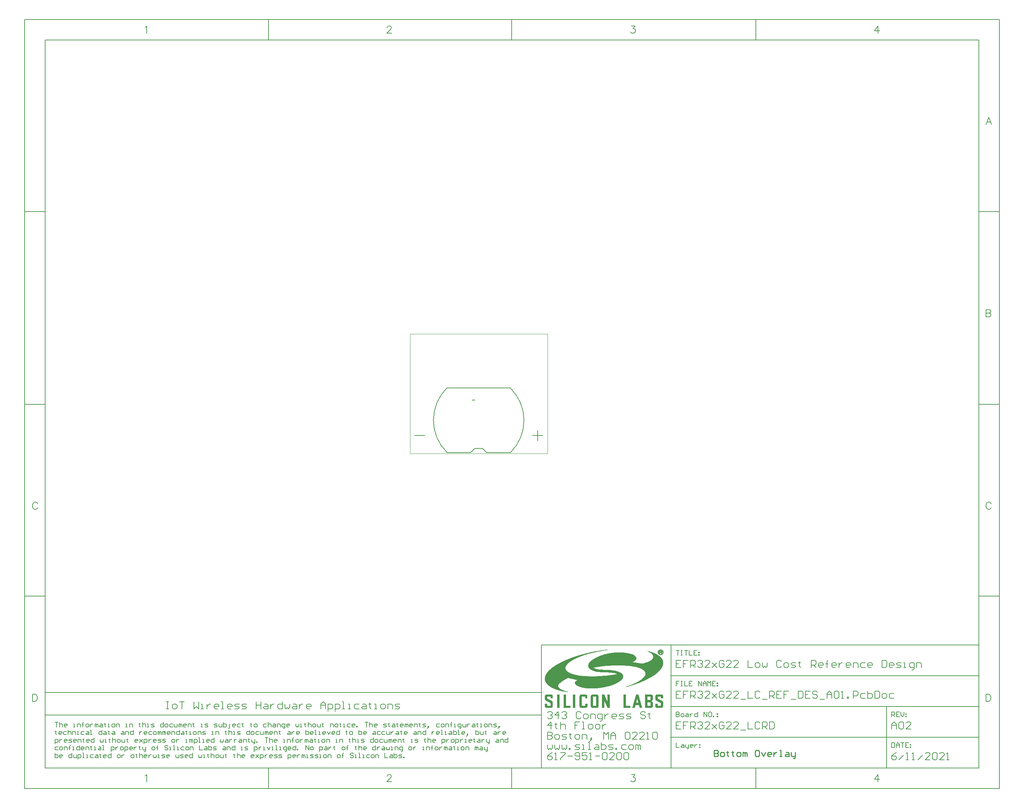
<source format=gbo>
G04*
G04 #@! TF.GenerationSoftware,Altium Limited,Altium Designer,19.1.7 (138)*
G04*
G04 Layer_Color=32896*
%FSLAX25Y25*%
%MOIN*%
G70*
G01*
G75*
%ADD11C,0.00500*%
%ADD12C,0.01000*%
%ADD13C,0.00200*%
%ADD14C,0.00197*%
%ADD15C,0.00100*%
%ADD16C,0.00700*%
%ADD60C,0.00787*%
D11*
X-348447Y-232713D02*
X135353D01*
X344053Y-326503D02*
Y-306503D01*
X261553D02*
Y-246503D01*
X471553Y-306503D02*
Y-246503D01*
X135353Y-306503D02*
Y-186503D01*
X561553Y-306503D02*
Y-186503D01*
X261553D02*
X561553D01*
X261553Y-246503D02*
Y-186503D01*
X135353D02*
X261553D01*
X261353Y-246503D02*
X561553D01*
X261353Y-276503D02*
X561553D01*
X111553Y-306503D02*
X561553D01*
X261353Y-216503D02*
X561853D01*
X-28447Y-306503D02*
X135353D01*
X106353Y-326503D02*
Y-306503D01*
X-130847Y-326503D02*
Y-306503D01*
X-368447Y-138903D02*
X-348447D01*
X-368447Y48297D02*
X-348447D01*
X-368447Y236297D02*
X-348447D01*
X-368447Y-326503D02*
Y423497D01*
X-348447Y-306503D02*
X561553D01*
X-348447D02*
Y403497D01*
X-368447Y-326503D02*
X581553D01*
X344053Y403497D02*
Y423497D01*
X106353Y403497D02*
Y423497D01*
X-130847Y403497D02*
Y423497D01*
X-368447D02*
X581553D01*
X-348447Y403497D02*
X561553D01*
Y-138903D02*
X581553D01*
X561553Y48297D02*
X581553D01*
X561553Y236297D02*
X581553D01*
X561553Y-306503D02*
Y403497D01*
X581553Y-326503D02*
Y423497D01*
X-348447Y-254903D02*
X135353D01*
X269552Y-222004D02*
X266553D01*
Y-224254D01*
X268053D01*
X266553D01*
Y-226503D01*
X271052Y-222004D02*
X272551D01*
X271801D01*
Y-226503D01*
X271052D01*
X272551D01*
X274800Y-222004D02*
Y-226503D01*
X277799D01*
X282298Y-222004D02*
X279299D01*
Y-226503D01*
X282298D01*
X279299Y-224254D02*
X280798D01*
X288296Y-226503D02*
Y-222004D01*
X291295Y-226503D01*
Y-222004D01*
X292794Y-226503D02*
Y-223504D01*
X294294Y-222004D01*
X295794Y-223504D01*
Y-226503D01*
Y-224254D01*
X292794D01*
X297293Y-226503D02*
Y-222004D01*
X298793Y-223504D01*
X300292Y-222004D01*
Y-226503D01*
X304791Y-222004D02*
X301792D01*
Y-226503D01*
X304791D01*
X301792Y-224254D02*
X303291D01*
X306290Y-223504D02*
X307040D01*
Y-224254D01*
X306290D01*
Y-223504D01*
Y-225753D02*
X307040D01*
Y-226503D01*
X306290D01*
Y-225753D01*
X266553Y-192004D02*
X269552D01*
X268053D01*
Y-196503D01*
X271052Y-192004D02*
X272551D01*
X271801D01*
Y-196503D01*
X271052D01*
X272551D01*
X274800Y-192004D02*
X277799D01*
X276300D01*
Y-196503D01*
X279299Y-192004D02*
Y-196503D01*
X282298D01*
X286796Y-192004D02*
X283797D01*
Y-196503D01*
X286796D01*
X283797Y-194254D02*
X285297D01*
X288296Y-193504D02*
X289046D01*
Y-194254D01*
X288296D01*
Y-193504D01*
Y-195753D02*
X289046D01*
Y-196503D01*
X288296D01*
Y-195753D01*
X266553Y-252004D02*
Y-256503D01*
X268802D01*
X269552Y-255753D01*
Y-255003D01*
X268802Y-254254D01*
X266553D01*
X268802D01*
X269552Y-253504D01*
Y-252754D01*
X268802Y-252004D01*
X266553D01*
X271801Y-256503D02*
X273301D01*
X274051Y-255753D01*
Y-254254D01*
X273301Y-253504D01*
X271801D01*
X271052Y-254254D01*
Y-255753D01*
X271801Y-256503D01*
X276300Y-253504D02*
X277799D01*
X278549Y-254254D01*
Y-256503D01*
X276300D01*
X275550Y-255753D01*
X276300Y-255003D01*
X278549D01*
X280049Y-253504D02*
Y-256503D01*
Y-255003D01*
X280798Y-254254D01*
X281548Y-253504D01*
X282298D01*
X287546Y-252004D02*
Y-256503D01*
X285297D01*
X284547Y-255753D01*
Y-254254D01*
X285297Y-253504D01*
X287546D01*
X293544Y-256503D02*
Y-252004D01*
X296543Y-256503D01*
Y-252004D01*
X300292D02*
X298793D01*
X298043Y-252754D01*
Y-255753D01*
X298793Y-256503D01*
X300292D01*
X301042Y-255753D01*
Y-252754D01*
X300292Y-252004D01*
X302541Y-256503D02*
Y-255753D01*
X303291D01*
Y-256503D01*
X302541D01*
X306290Y-253504D02*
X307040D01*
Y-254254D01*
X306290D01*
Y-253504D01*
Y-255753D02*
X307040D01*
Y-256503D01*
X306290D01*
Y-255753D01*
X476553Y-256503D02*
Y-252004D01*
X478802D01*
X479552Y-252754D01*
Y-254254D01*
X478802Y-255003D01*
X476553D01*
X478053D02*
X479552Y-256503D01*
X484051Y-252004D02*
X481052D01*
Y-256503D01*
X484051D01*
X481052Y-254254D02*
X482551D01*
X485550Y-252004D02*
Y-255003D01*
X487050Y-256503D01*
X488549Y-255003D01*
Y-252004D01*
X490049Y-253504D02*
X490798D01*
Y-254254D01*
X490049D01*
Y-253504D01*
Y-255753D02*
X490798D01*
Y-256503D01*
X490049D01*
Y-255753D01*
X476553Y-282004D02*
Y-286503D01*
X478802D01*
X479552Y-285753D01*
Y-282754D01*
X478802Y-282004D01*
X476553D01*
X481052Y-286503D02*
Y-283504D01*
X482551Y-282004D01*
X484051Y-283504D01*
Y-286503D01*
Y-284254D01*
X481052D01*
X485550Y-282004D02*
X488549D01*
X487050D01*
Y-286503D01*
X493048Y-282004D02*
X490049D01*
Y-286503D01*
X493048D01*
X490049Y-284254D02*
X491548D01*
X494547Y-283504D02*
X495297D01*
Y-284254D01*
X494547D01*
Y-283504D01*
Y-285753D02*
X495297D01*
Y-286503D01*
X494547D01*
Y-285753D01*
X266553Y-282004D02*
Y-286503D01*
X269552D01*
X271801Y-283504D02*
X273301D01*
X274051Y-284254D01*
Y-286503D01*
X271801D01*
X271052Y-285753D01*
X271801Y-285003D01*
X274051D01*
X275550Y-283504D02*
Y-285753D01*
X276300Y-286503D01*
X278549D01*
Y-287253D01*
X277799Y-288002D01*
X277050D01*
X278549Y-286503D02*
Y-283504D01*
X282298Y-286503D02*
X280798D01*
X280049Y-285753D01*
Y-284254D01*
X280798Y-283504D01*
X282298D01*
X283048Y-284254D01*
Y-285003D01*
X280049D01*
X284547Y-283504D02*
Y-286503D01*
Y-285003D01*
X285297Y-284254D01*
X286047Y-283504D01*
X286796D01*
X289046D02*
X289795D01*
Y-284254D01*
X289046D01*
Y-283504D01*
Y-285753D02*
X289795D01*
Y-286503D01*
X289046D01*
Y-285753D01*
X-338947Y-262004D02*
X-335948D01*
X-337448D01*
Y-266503D01*
X-334449Y-262004D02*
Y-266503D01*
Y-264254D01*
X-333699Y-263504D01*
X-332199D01*
X-331449Y-264254D01*
Y-266503D01*
X-327701D02*
X-329200D01*
X-329950Y-265753D01*
Y-264254D01*
X-329200Y-263504D01*
X-327701D01*
X-326951Y-264254D01*
Y-265003D01*
X-329950D01*
X-320953Y-266503D02*
X-319453D01*
X-320203D01*
Y-263504D01*
X-320953D01*
X-317204Y-266503D02*
Y-263504D01*
X-314955D01*
X-314205Y-264254D01*
Y-266503D01*
X-311956D02*
Y-262754D01*
Y-264254D01*
X-312705D01*
X-311206D01*
X-311956D01*
Y-262754D01*
X-311206Y-262004D01*
X-308207Y-266503D02*
X-306707D01*
X-305958Y-265753D01*
Y-264254D01*
X-306707Y-263504D01*
X-308207D01*
X-308957Y-264254D01*
Y-265753D01*
X-308207Y-266503D01*
X-304458Y-263504D02*
Y-266503D01*
Y-265003D01*
X-303708Y-264254D01*
X-302959Y-263504D01*
X-302209D01*
X-299960Y-266503D02*
Y-263504D01*
X-299210D01*
X-298460Y-264254D01*
Y-266503D01*
Y-264254D01*
X-297710Y-263504D01*
X-296960Y-264254D01*
Y-266503D01*
X-294711Y-263504D02*
X-293212D01*
X-292462Y-264254D01*
Y-266503D01*
X-294711D01*
X-295461Y-265753D01*
X-294711Y-265003D01*
X-292462D01*
X-290213Y-262754D02*
Y-263504D01*
X-290963D01*
X-289463D01*
X-290213D01*
Y-265753D01*
X-289463Y-266503D01*
X-287214D02*
X-285714D01*
X-286464D01*
Y-263504D01*
X-287214D01*
X-282715Y-266503D02*
X-281216D01*
X-280466Y-265753D01*
Y-264254D01*
X-281216Y-263504D01*
X-282715D01*
X-283465Y-264254D01*
Y-265753D01*
X-282715Y-266503D01*
X-278966D02*
Y-263504D01*
X-276717D01*
X-275967Y-264254D01*
Y-266503D01*
X-269969D02*
X-268470D01*
X-269219D01*
Y-263504D01*
X-269969D01*
X-266220Y-266503D02*
Y-263504D01*
X-263971D01*
X-263221Y-264254D01*
Y-266503D01*
X-256474Y-262754D02*
Y-263504D01*
X-257223D01*
X-255724D01*
X-256474D01*
Y-265753D01*
X-255724Y-266503D01*
X-253475Y-262004D02*
Y-266503D01*
Y-264254D01*
X-252725Y-263504D01*
X-251225D01*
X-250476Y-264254D01*
Y-266503D01*
X-248976D02*
X-247477D01*
X-248226D01*
Y-263504D01*
X-248976D01*
X-245227Y-266503D02*
X-242978D01*
X-242228Y-265753D01*
X-242978Y-265003D01*
X-244478D01*
X-245227Y-264254D01*
X-244478Y-263504D01*
X-242228D01*
X-233231Y-262004D02*
Y-266503D01*
X-235480D01*
X-236230Y-265753D01*
Y-264254D01*
X-235480Y-263504D01*
X-233231D01*
X-230982Y-266503D02*
X-229482D01*
X-228732Y-265753D01*
Y-264254D01*
X-229482Y-263504D01*
X-230982D01*
X-231732Y-264254D01*
Y-265753D01*
X-230982Y-266503D01*
X-224234Y-263504D02*
X-226483D01*
X-227233Y-264254D01*
Y-265753D01*
X-226483Y-266503D01*
X-224234D01*
X-222734Y-263504D02*
Y-265753D01*
X-221985Y-266503D01*
X-219735D01*
Y-263504D01*
X-218236Y-266503D02*
Y-263504D01*
X-217486D01*
X-216736Y-264254D01*
Y-266503D01*
Y-264254D01*
X-215987Y-263504D01*
X-215237Y-264254D01*
Y-266503D01*
X-211488D02*
X-212988D01*
X-213737Y-265753D01*
Y-264254D01*
X-212988Y-263504D01*
X-211488D01*
X-210738Y-264254D01*
Y-265003D01*
X-213737D01*
X-209239Y-266503D02*
Y-263504D01*
X-206990D01*
X-206240Y-264254D01*
Y-266503D01*
X-203991Y-262754D02*
Y-263504D01*
X-204740D01*
X-203241D01*
X-203991D01*
Y-265753D01*
X-203241Y-266503D01*
X-196493D02*
X-194993D01*
X-195743D01*
Y-263504D01*
X-196493D01*
X-192744Y-266503D02*
X-190495D01*
X-189745Y-265753D01*
X-190495Y-265003D01*
X-191994D01*
X-192744Y-264254D01*
X-191994Y-263504D01*
X-189745D01*
X-183747Y-266503D02*
X-181498D01*
X-180748Y-265753D01*
X-181498Y-265003D01*
X-182997D01*
X-183747Y-264254D01*
X-182997Y-263504D01*
X-180748D01*
X-179248D02*
Y-265753D01*
X-178499Y-266503D01*
X-176250D01*
Y-263504D01*
X-174750Y-262004D02*
Y-266503D01*
X-172501D01*
X-171751Y-265753D01*
Y-265003D01*
Y-264254D01*
X-172501Y-263504D01*
X-174750D01*
X-170251Y-268003D02*
X-169502D01*
X-168752Y-267253D01*
Y-263504D01*
X-163504Y-266503D02*
X-165003D01*
X-165753Y-265753D01*
Y-264254D01*
X-165003Y-263504D01*
X-163504D01*
X-162754Y-264254D01*
Y-265003D01*
X-165753D01*
X-158255Y-263504D02*
X-160504D01*
X-161254Y-264254D01*
Y-265753D01*
X-160504Y-266503D01*
X-158255D01*
X-156006Y-262754D02*
Y-263504D01*
X-156756D01*
X-155256D01*
X-156006D01*
Y-265753D01*
X-155256Y-266503D01*
X-147759Y-262754D02*
Y-263504D01*
X-148508D01*
X-147009D01*
X-147759D01*
Y-265753D01*
X-147009Y-266503D01*
X-144010D02*
X-142510D01*
X-141761Y-265753D01*
Y-264254D01*
X-142510Y-263504D01*
X-144010D01*
X-144760Y-264254D01*
Y-265753D01*
X-144010Y-266503D01*
X-132764Y-263504D02*
X-135013D01*
X-135763Y-264254D01*
Y-265753D01*
X-135013Y-266503D01*
X-132764D01*
X-131264Y-262004D02*
Y-266503D01*
Y-264254D01*
X-130514Y-263504D01*
X-129015D01*
X-128265Y-264254D01*
Y-266503D01*
X-126016Y-263504D02*
X-124516D01*
X-123766Y-264254D01*
Y-266503D01*
X-126016D01*
X-126765Y-265753D01*
X-126016Y-265003D01*
X-123766D01*
X-122267Y-266503D02*
Y-263504D01*
X-120018D01*
X-119268Y-264254D01*
Y-266503D01*
X-116269Y-268003D02*
X-115519D01*
X-114769Y-267253D01*
Y-263504D01*
X-117019D01*
X-117768Y-264254D01*
Y-265753D01*
X-117019Y-266503D01*
X-114769D01*
X-111021D02*
X-112520D01*
X-113270Y-265753D01*
Y-264254D01*
X-112520Y-263504D01*
X-111021D01*
X-110271Y-264254D01*
Y-265003D01*
X-113270D01*
X-104273Y-263504D02*
Y-265753D01*
X-103523Y-266503D01*
X-102773Y-265753D01*
X-102023Y-266503D01*
X-101274Y-265753D01*
Y-263504D01*
X-99774Y-266503D02*
X-98275D01*
X-99024D01*
Y-263504D01*
X-99774D01*
X-95276Y-262754D02*
Y-263504D01*
X-96025D01*
X-94526D01*
X-95276D01*
Y-265753D01*
X-94526Y-266503D01*
X-92277Y-262004D02*
Y-266503D01*
Y-264254D01*
X-91527Y-263504D01*
X-90027D01*
X-89277Y-264254D01*
Y-266503D01*
X-87028D02*
X-85529D01*
X-84779Y-265753D01*
Y-264254D01*
X-85529Y-263504D01*
X-87028D01*
X-87778Y-264254D01*
Y-265753D01*
X-87028Y-266503D01*
X-83279Y-263504D02*
Y-265753D01*
X-82530Y-266503D01*
X-80280D01*
Y-263504D01*
X-78031Y-262754D02*
Y-263504D01*
X-78781D01*
X-77281D01*
X-78031D01*
Y-265753D01*
X-77281Y-266503D01*
X-70534D02*
Y-263504D01*
X-68284D01*
X-67535Y-264254D01*
Y-266503D01*
X-65285D02*
X-63786D01*
X-63036Y-265753D01*
Y-264254D01*
X-63786Y-263504D01*
X-65285D01*
X-66035Y-264254D01*
Y-265753D01*
X-65285Y-266503D01*
X-60787Y-262754D02*
Y-263504D01*
X-61536D01*
X-60037D01*
X-60787D01*
Y-265753D01*
X-60037Y-266503D01*
X-57788D02*
X-56288D01*
X-57038D01*
Y-263504D01*
X-57788D01*
X-51040D02*
X-53289D01*
X-54039Y-264254D01*
Y-265753D01*
X-53289Y-266503D01*
X-51040D01*
X-47291D02*
X-48791D01*
X-49540Y-265753D01*
Y-264254D01*
X-48791Y-263504D01*
X-47291D01*
X-46541Y-264254D01*
Y-265003D01*
X-49540D01*
X-45042Y-266503D02*
Y-265753D01*
X-44292D01*
Y-266503D01*
X-45042D01*
X-36794Y-262004D02*
X-33795D01*
X-35295D01*
Y-266503D01*
X-32296Y-262004D02*
Y-266503D01*
Y-264254D01*
X-31546Y-263504D01*
X-30047D01*
X-29297Y-264254D01*
Y-266503D01*
X-25548D02*
X-27048D01*
X-27797Y-265753D01*
Y-264254D01*
X-27048Y-263504D01*
X-25548D01*
X-24798Y-264254D01*
Y-265003D01*
X-27797D01*
X-18800Y-266503D02*
X-16551D01*
X-15801Y-265753D01*
X-16551Y-265003D01*
X-18050D01*
X-18800Y-264254D01*
X-18050Y-263504D01*
X-15801D01*
X-13552Y-262754D02*
Y-263504D01*
X-14302D01*
X-12802D01*
X-13552D01*
Y-265753D01*
X-12802Y-266503D01*
X-9803Y-263504D02*
X-8304D01*
X-7554Y-264254D01*
Y-266503D01*
X-9803D01*
X-10553Y-265753D01*
X-9803Y-265003D01*
X-7554D01*
X-5305Y-262754D02*
Y-263504D01*
X-6054D01*
X-4555D01*
X-5305D01*
Y-265753D01*
X-4555Y-266503D01*
X-56D02*
X-1556D01*
X-2306Y-265753D01*
Y-264254D01*
X-1556Y-263504D01*
X-56D01*
X693Y-264254D01*
Y-265003D01*
X-2306D01*
X2193Y-266503D02*
Y-263504D01*
X2943D01*
X3692Y-264254D01*
Y-266503D01*
Y-264254D01*
X4442Y-263504D01*
X5192Y-264254D01*
Y-266503D01*
X8941D02*
X7441D01*
X6692Y-265753D01*
Y-264254D01*
X7441Y-263504D01*
X8941D01*
X9691Y-264254D01*
Y-265003D01*
X6692D01*
X11190Y-266503D02*
Y-263504D01*
X13439D01*
X14189Y-264254D01*
Y-266503D01*
X16438Y-262754D02*
Y-263504D01*
X15689D01*
X17188D01*
X16438D01*
Y-265753D01*
X17188Y-266503D01*
X19437D02*
X21687D01*
X22436Y-265753D01*
X21687Y-265003D01*
X20187D01*
X19437Y-264254D01*
X20187Y-263504D01*
X22436D01*
X24686Y-267253D02*
X25436Y-266503D01*
Y-265753D01*
X24686D01*
Y-266503D01*
X25436D01*
X24686Y-267253D01*
X23936Y-268003D01*
X35932Y-263504D02*
X33683D01*
X32933Y-264254D01*
Y-265753D01*
X33683Y-266503D01*
X35932D01*
X38181D02*
X39681D01*
X40431Y-265753D01*
Y-264254D01*
X39681Y-263504D01*
X38181D01*
X37432Y-264254D01*
Y-265753D01*
X38181Y-266503D01*
X41930D02*
Y-263504D01*
X44179D01*
X44929Y-264254D01*
Y-266503D01*
X47179D02*
Y-262754D01*
Y-264254D01*
X46429D01*
X47928D01*
X47179D01*
Y-262754D01*
X47928Y-262004D01*
X50178Y-266503D02*
X51677D01*
X50927D01*
Y-263504D01*
X50178D01*
X55426Y-268003D02*
X56176D01*
X56925Y-267253D01*
Y-263504D01*
X54676D01*
X53926Y-264254D01*
Y-265753D01*
X54676Y-266503D01*
X56925D01*
X58425Y-263504D02*
Y-265753D01*
X59175Y-266503D01*
X61424D01*
Y-263504D01*
X62923D02*
Y-266503D01*
Y-265003D01*
X63673Y-264254D01*
X64423Y-263504D01*
X65173D01*
X68172D02*
X69671D01*
X70421Y-264254D01*
Y-266503D01*
X68172D01*
X67422Y-265753D01*
X68172Y-265003D01*
X70421D01*
X72670Y-262754D02*
Y-263504D01*
X71921D01*
X73420D01*
X72670D01*
Y-265753D01*
X73420Y-266503D01*
X75669D02*
X77169D01*
X76419D01*
Y-263504D01*
X75669D01*
X80168Y-266503D02*
X81667D01*
X82417Y-265753D01*
Y-264254D01*
X81667Y-263504D01*
X80168D01*
X79418Y-264254D01*
Y-265753D01*
X80168Y-266503D01*
X83917D02*
Y-263504D01*
X86166D01*
X86916Y-264254D01*
Y-266503D01*
X88415D02*
X90664D01*
X91414Y-265753D01*
X90664Y-265003D01*
X89165D01*
X88415Y-264254D01*
X89165Y-263504D01*
X91414D01*
X93664Y-267253D02*
X94413Y-266503D01*
Y-265753D01*
X93664D01*
Y-266503D01*
X94413D01*
X93664Y-267253D01*
X92914Y-268003D01*
X-338197Y-270254D02*
Y-271004D01*
X-338947D01*
X-337448D01*
X-338197D01*
Y-273253D01*
X-337448Y-274003D01*
X-332949D02*
X-334449D01*
X-335198Y-273253D01*
Y-271754D01*
X-334449Y-271004D01*
X-332949D01*
X-332199Y-271754D01*
Y-272503D01*
X-335198D01*
X-327701Y-271004D02*
X-329950D01*
X-330700Y-271754D01*
Y-273253D01*
X-329950Y-274003D01*
X-327701D01*
X-326201Y-269504D02*
Y-274003D01*
Y-271754D01*
X-325451Y-271004D01*
X-323952D01*
X-323202Y-271754D01*
Y-274003D01*
X-321703D02*
Y-271004D01*
X-319453D01*
X-318704Y-271754D01*
Y-274003D01*
X-317204D02*
X-315704D01*
X-316454D01*
Y-271004D01*
X-317204D01*
X-310456D02*
X-312705D01*
X-313455Y-271754D01*
Y-273253D01*
X-312705Y-274003D01*
X-310456D01*
X-308207Y-271004D02*
X-306707D01*
X-305958Y-271754D01*
Y-274003D01*
X-308207D01*
X-308957Y-273253D01*
X-308207Y-272503D01*
X-305958D01*
X-304458Y-274003D02*
X-302959D01*
X-303708D01*
Y-269504D01*
X-304458D01*
X-293212D02*
Y-274003D01*
X-295461D01*
X-296211Y-273253D01*
Y-271754D01*
X-295461Y-271004D01*
X-293212D01*
X-290963D02*
X-289463D01*
X-288713Y-271754D01*
Y-274003D01*
X-290963D01*
X-291712Y-273253D01*
X-290963Y-272503D01*
X-288713D01*
X-286464Y-270254D02*
Y-271004D01*
X-287214D01*
X-285714D01*
X-286464D01*
Y-273253D01*
X-285714Y-274003D01*
X-282715Y-271004D02*
X-281216D01*
X-280466Y-271754D01*
Y-274003D01*
X-282715D01*
X-283465Y-273253D01*
X-282715Y-272503D01*
X-280466D01*
X-273718Y-271004D02*
X-272218D01*
X-271469Y-271754D01*
Y-274003D01*
X-273718D01*
X-274468Y-273253D01*
X-273718Y-272503D01*
X-271469D01*
X-269969Y-274003D02*
Y-271004D01*
X-267720D01*
X-266970Y-271754D01*
Y-274003D01*
X-262472Y-269504D02*
Y-274003D01*
X-264721D01*
X-265471Y-273253D01*
Y-271754D01*
X-264721Y-271004D01*
X-262472D01*
X-256474D02*
Y-274003D01*
Y-272503D01*
X-255724Y-271754D01*
X-254974Y-271004D01*
X-254224D01*
X-249726Y-274003D02*
X-251225D01*
X-251975Y-273253D01*
Y-271754D01*
X-251225Y-271004D01*
X-249726D01*
X-248976Y-271754D01*
Y-272503D01*
X-251975D01*
X-244478Y-271004D02*
X-246727D01*
X-247477Y-271754D01*
Y-273253D01*
X-246727Y-274003D01*
X-244478D01*
X-242228D02*
X-240729D01*
X-239979Y-273253D01*
Y-271754D01*
X-240729Y-271004D01*
X-242228D01*
X-242978Y-271754D01*
Y-273253D01*
X-242228Y-274003D01*
X-238479D02*
Y-271004D01*
X-237730D01*
X-236980Y-271754D01*
Y-274003D01*
Y-271754D01*
X-236230Y-271004D01*
X-235480Y-271754D01*
Y-274003D01*
X-233981D02*
Y-271004D01*
X-233231D01*
X-232481Y-271754D01*
Y-274003D01*
Y-271754D01*
X-231732Y-271004D01*
X-230982Y-271754D01*
Y-274003D01*
X-227233D02*
X-228732D01*
X-229482Y-273253D01*
Y-271754D01*
X-228732Y-271004D01*
X-227233D01*
X-226483Y-271754D01*
Y-272503D01*
X-229482D01*
X-224984Y-274003D02*
Y-271004D01*
X-222734D01*
X-221985Y-271754D01*
Y-274003D01*
X-217486Y-269504D02*
Y-274003D01*
X-219735D01*
X-220485Y-273253D01*
Y-271754D01*
X-219735Y-271004D01*
X-217486D01*
X-215237D02*
X-213737D01*
X-212988Y-271754D01*
Y-274003D01*
X-215237D01*
X-215987Y-273253D01*
X-215237Y-272503D01*
X-212988D01*
X-210738Y-270254D02*
Y-271004D01*
X-211488D01*
X-209989D01*
X-210738D01*
Y-273253D01*
X-209989Y-274003D01*
X-207739D02*
X-206240D01*
X-206990D01*
Y-271004D01*
X-207739D01*
X-203241Y-274003D02*
X-201741D01*
X-200992Y-273253D01*
Y-271754D01*
X-201741Y-271004D01*
X-203241D01*
X-203991Y-271754D01*
Y-273253D01*
X-203241Y-274003D01*
X-199492D02*
Y-271004D01*
X-197243D01*
X-196493Y-271754D01*
Y-274003D01*
X-194993D02*
X-192744D01*
X-191994Y-273253D01*
X-192744Y-272503D01*
X-194244D01*
X-194993Y-271754D01*
X-194244Y-271004D01*
X-191994D01*
X-185996Y-274003D02*
X-184497D01*
X-185247D01*
Y-271004D01*
X-185996D01*
X-182247Y-274003D02*
Y-271004D01*
X-179998D01*
X-179248Y-271754D01*
Y-274003D01*
X-172501Y-270254D02*
Y-271004D01*
X-173250D01*
X-171751D01*
X-172501D01*
Y-273253D01*
X-171751Y-274003D01*
X-169502Y-269504D02*
Y-274003D01*
Y-271754D01*
X-168752Y-271004D01*
X-167252D01*
X-166503Y-271754D01*
Y-274003D01*
X-165003D02*
X-163504D01*
X-164253D01*
Y-271004D01*
X-165003D01*
X-161254Y-274003D02*
X-159005D01*
X-158255Y-273253D01*
X-159005Y-272503D01*
X-160504D01*
X-161254Y-271754D01*
X-160504Y-271004D01*
X-158255D01*
X-149258Y-269504D02*
Y-274003D01*
X-151507D01*
X-152257Y-273253D01*
Y-271754D01*
X-151507Y-271004D01*
X-149258D01*
X-147009Y-274003D02*
X-145509D01*
X-144760Y-273253D01*
Y-271754D01*
X-145509Y-271004D01*
X-147009D01*
X-147759Y-271754D01*
Y-273253D01*
X-147009Y-274003D01*
X-140261Y-271004D02*
X-142510D01*
X-143260Y-271754D01*
Y-273253D01*
X-142510Y-274003D01*
X-140261D01*
X-138761Y-271004D02*
Y-273253D01*
X-138012Y-274003D01*
X-135763D01*
Y-271004D01*
X-134263Y-274003D02*
Y-271004D01*
X-133513D01*
X-132764Y-271754D01*
Y-274003D01*
Y-271754D01*
X-132014Y-271004D01*
X-131264Y-271754D01*
Y-274003D01*
X-127515D02*
X-129015D01*
X-129764Y-273253D01*
Y-271754D01*
X-129015Y-271004D01*
X-127515D01*
X-126765Y-271754D01*
Y-272503D01*
X-129764D01*
X-125266Y-274003D02*
Y-271004D01*
X-123017D01*
X-122267Y-271754D01*
Y-274003D01*
X-120018Y-270254D02*
Y-271004D01*
X-120767D01*
X-119268D01*
X-120018D01*
Y-273253D01*
X-119268Y-274003D01*
X-111770Y-271004D02*
X-110271D01*
X-109521Y-271754D01*
Y-274003D01*
X-111770D01*
X-112520Y-273253D01*
X-111770Y-272503D01*
X-109521D01*
X-108021Y-271004D02*
Y-274003D01*
Y-272503D01*
X-107272Y-271754D01*
X-106522Y-271004D01*
X-105772D01*
X-101274Y-274003D02*
X-102773D01*
X-103523Y-273253D01*
Y-271754D01*
X-102773Y-271004D01*
X-101274D01*
X-100524Y-271754D01*
Y-272503D01*
X-103523D01*
X-94526Y-269504D02*
Y-274003D01*
X-92277D01*
X-91527Y-273253D01*
Y-272503D01*
Y-271754D01*
X-92277Y-271004D01*
X-94526D01*
X-87778Y-274003D02*
X-89277D01*
X-90027Y-273253D01*
Y-271754D01*
X-89277Y-271004D01*
X-87778D01*
X-87028Y-271754D01*
Y-272503D01*
X-90027D01*
X-85529Y-274003D02*
X-84029D01*
X-84779D01*
Y-269504D01*
X-85529D01*
X-81780Y-274003D02*
X-80280D01*
X-81030D01*
Y-271004D01*
X-81780D01*
X-75782Y-274003D02*
X-77281D01*
X-78031Y-273253D01*
Y-271754D01*
X-77281Y-271004D01*
X-75782D01*
X-75032Y-271754D01*
Y-272503D01*
X-78031D01*
X-73533Y-271004D02*
X-72033Y-274003D01*
X-70534Y-271004D01*
X-66785Y-274003D02*
X-68284D01*
X-69034Y-273253D01*
Y-271754D01*
X-68284Y-271004D01*
X-66785D01*
X-66035Y-271754D01*
Y-272503D01*
X-69034D01*
X-61536Y-269504D02*
Y-274003D01*
X-63786D01*
X-64535Y-273253D01*
Y-271754D01*
X-63786Y-271004D01*
X-61536D01*
X-54789Y-270254D02*
Y-271004D01*
X-55538D01*
X-54039D01*
X-54789D01*
Y-273253D01*
X-54039Y-274003D01*
X-51040D02*
X-49540D01*
X-48791Y-273253D01*
Y-271754D01*
X-49540Y-271004D01*
X-51040D01*
X-51790Y-271754D01*
Y-273253D01*
X-51040Y-274003D01*
X-42792Y-269504D02*
Y-274003D01*
X-40543D01*
X-39794Y-273253D01*
Y-272503D01*
Y-271754D01*
X-40543Y-271004D01*
X-42792D01*
X-36045Y-274003D02*
X-37544D01*
X-38294Y-273253D01*
Y-271754D01*
X-37544Y-271004D01*
X-36045D01*
X-35295Y-271754D01*
Y-272503D01*
X-38294D01*
X-28547Y-271004D02*
X-27048D01*
X-26298Y-271754D01*
Y-274003D01*
X-28547D01*
X-29297Y-273253D01*
X-28547Y-272503D01*
X-26298D01*
X-21799Y-271004D02*
X-24048D01*
X-24798Y-271754D01*
Y-273253D01*
X-24048Y-274003D01*
X-21799D01*
X-17301Y-271004D02*
X-19550D01*
X-20300Y-271754D01*
Y-273253D01*
X-19550Y-274003D01*
X-17301D01*
X-15801Y-271004D02*
Y-273253D01*
X-15051Y-274003D01*
X-12802D01*
Y-271004D01*
X-11303D02*
Y-274003D01*
Y-272503D01*
X-10553Y-271754D01*
X-9803Y-271004D01*
X-9053D01*
X-6054D02*
X-4555D01*
X-3805Y-271754D01*
Y-274003D01*
X-6054D01*
X-6804Y-273253D01*
X-6054Y-272503D01*
X-3805D01*
X-1556Y-270254D02*
Y-271004D01*
X-2306D01*
X-806D01*
X-1556D01*
Y-273253D01*
X-806Y-274003D01*
X3692D02*
X2193D01*
X1443Y-273253D01*
Y-271754D01*
X2193Y-271004D01*
X3692D01*
X4442Y-271754D01*
Y-272503D01*
X1443D01*
X11190Y-271004D02*
X12690D01*
X13439Y-271754D01*
Y-274003D01*
X11190D01*
X10440Y-273253D01*
X11190Y-272503D01*
X13439D01*
X14939Y-274003D02*
Y-271004D01*
X17188D01*
X17938Y-271754D01*
Y-274003D01*
X22436Y-269504D02*
Y-274003D01*
X20187D01*
X19437Y-273253D01*
Y-271754D01*
X20187Y-271004D01*
X22436D01*
X28435D02*
Y-274003D01*
Y-272503D01*
X29184Y-271754D01*
X29934Y-271004D01*
X30684D01*
X35182Y-274003D02*
X33683D01*
X32933Y-273253D01*
Y-271754D01*
X33683Y-271004D01*
X35182D01*
X35932Y-271754D01*
Y-272503D01*
X32933D01*
X37432Y-274003D02*
X38931D01*
X38181D01*
Y-269504D01*
X37432D01*
X41181Y-274003D02*
X42680D01*
X41930D01*
Y-271004D01*
X41181D01*
X45679D02*
X47179D01*
X47928Y-271754D01*
Y-274003D01*
X45679D01*
X44929Y-273253D01*
X45679Y-272503D01*
X47928D01*
X49428Y-269504D02*
Y-274003D01*
X51677D01*
X52427Y-273253D01*
Y-272503D01*
Y-271754D01*
X51677Y-271004D01*
X49428D01*
X53926Y-274003D02*
X55426D01*
X54676D01*
Y-269504D01*
X53926D01*
X59924Y-274003D02*
X58425D01*
X57675Y-273253D01*
Y-271754D01*
X58425Y-271004D01*
X59924D01*
X60674Y-271754D01*
Y-272503D01*
X57675D01*
X62923Y-274753D02*
X63673Y-274003D01*
Y-273253D01*
X62923D01*
Y-274003D01*
X63673D01*
X62923Y-274753D01*
X62174Y-275502D01*
X71171Y-269504D02*
Y-274003D01*
X73420D01*
X74170Y-273253D01*
Y-272503D01*
Y-271754D01*
X73420Y-271004D01*
X71171D01*
X75669D02*
Y-273253D01*
X76419Y-274003D01*
X78668D01*
Y-271004D01*
X80918Y-270254D02*
Y-271004D01*
X80168D01*
X81667D01*
X80918D01*
Y-273253D01*
X81667Y-274003D01*
X89165Y-271004D02*
X90664D01*
X91414Y-271754D01*
Y-274003D01*
X89165D01*
X88415Y-273253D01*
X89165Y-272503D01*
X91414D01*
X92914Y-271004D02*
Y-274003D01*
Y-272503D01*
X93664Y-271754D01*
X94413Y-271004D01*
X95163D01*
X99662Y-274003D02*
X98162D01*
X97412Y-273253D01*
Y-271754D01*
X98162Y-271004D01*
X99662D01*
X100411Y-271754D01*
Y-272503D01*
X97412D01*
X-338947Y-283002D02*
Y-278504D01*
X-336698D01*
X-335948Y-279254D01*
Y-280753D01*
X-336698Y-281503D01*
X-338947D01*
X-334449Y-278504D02*
Y-281503D01*
Y-280003D01*
X-333699Y-279254D01*
X-332949Y-278504D01*
X-332199D01*
X-327701Y-281503D02*
X-329200D01*
X-329950Y-280753D01*
Y-279254D01*
X-329200Y-278504D01*
X-327701D01*
X-326951Y-279254D01*
Y-280003D01*
X-329950D01*
X-325451Y-281503D02*
X-323202D01*
X-322452Y-280753D01*
X-323202Y-280003D01*
X-324702D01*
X-325451Y-279254D01*
X-324702Y-278504D01*
X-322452D01*
X-318704Y-281503D02*
X-320203D01*
X-320953Y-280753D01*
Y-279254D01*
X-320203Y-278504D01*
X-318704D01*
X-317954Y-279254D01*
Y-280003D01*
X-320953D01*
X-316454Y-281503D02*
Y-278504D01*
X-314205D01*
X-313455Y-279254D01*
Y-281503D01*
X-311206Y-277754D02*
Y-278504D01*
X-311956D01*
X-310456D01*
X-311206D01*
Y-280753D01*
X-310456Y-281503D01*
X-305958D02*
X-307457D01*
X-308207Y-280753D01*
Y-279254D01*
X-307457Y-278504D01*
X-305958D01*
X-305208Y-279254D01*
Y-280003D01*
X-308207D01*
X-300709Y-277004D02*
Y-281503D01*
X-302959D01*
X-303708Y-280753D01*
Y-279254D01*
X-302959Y-278504D01*
X-300709D01*
X-294711D02*
Y-280753D01*
X-293962Y-281503D01*
X-293212Y-280753D01*
X-292462Y-281503D01*
X-291712Y-280753D01*
Y-278504D01*
X-290213Y-281503D02*
X-288713D01*
X-289463D01*
Y-278504D01*
X-290213D01*
X-285714Y-277754D02*
Y-278504D01*
X-286464D01*
X-284964D01*
X-285714D01*
Y-280753D01*
X-284964Y-281503D01*
X-282715Y-277004D02*
Y-281503D01*
Y-279254D01*
X-281965Y-278504D01*
X-280466D01*
X-279716Y-279254D01*
Y-281503D01*
X-277467D02*
X-275967D01*
X-275218Y-280753D01*
Y-279254D01*
X-275967Y-278504D01*
X-277467D01*
X-278217Y-279254D01*
Y-280753D01*
X-277467Y-281503D01*
X-273718Y-278504D02*
Y-280753D01*
X-272968Y-281503D01*
X-270719D01*
Y-278504D01*
X-268470Y-277754D02*
Y-278504D01*
X-269219D01*
X-267720D01*
X-268470D01*
Y-280753D01*
X-267720Y-281503D01*
X-258723D02*
X-260222D01*
X-260972Y-280753D01*
Y-279254D01*
X-260222Y-278504D01*
X-258723D01*
X-257973Y-279254D01*
Y-280003D01*
X-260972D01*
X-256474Y-278504D02*
X-253475Y-281503D01*
X-254974Y-280003D01*
X-253475Y-278504D01*
X-256474Y-281503D01*
X-251975Y-283002D02*
Y-278504D01*
X-249726D01*
X-248976Y-279254D01*
Y-280753D01*
X-249726Y-281503D01*
X-251975D01*
X-247477Y-278504D02*
Y-281503D01*
Y-280003D01*
X-246727Y-279254D01*
X-245977Y-278504D01*
X-245227D01*
X-240729Y-281503D02*
X-242228D01*
X-242978Y-280753D01*
Y-279254D01*
X-242228Y-278504D01*
X-240729D01*
X-239979Y-279254D01*
Y-280003D01*
X-242978D01*
X-238479Y-281503D02*
X-236230D01*
X-235480Y-280753D01*
X-236230Y-280003D01*
X-237730D01*
X-238479Y-279254D01*
X-237730Y-278504D01*
X-235480D01*
X-233981Y-281503D02*
X-231732D01*
X-230982Y-280753D01*
X-231732Y-280003D01*
X-233231D01*
X-233981Y-279254D01*
X-233231Y-278504D01*
X-230982D01*
X-224234Y-281503D02*
X-222734D01*
X-221985Y-280753D01*
Y-279254D01*
X-222734Y-278504D01*
X-224234D01*
X-224984Y-279254D01*
Y-280753D01*
X-224234Y-281503D01*
X-220485Y-278504D02*
Y-281503D01*
Y-280003D01*
X-219735Y-279254D01*
X-218986Y-278504D01*
X-218236D01*
X-211488Y-281503D02*
X-209989D01*
X-210738D01*
Y-278504D01*
X-211488D01*
X-207739Y-281503D02*
Y-278504D01*
X-206990D01*
X-206240Y-279254D01*
Y-281503D01*
Y-279254D01*
X-205490Y-278504D01*
X-204740Y-279254D01*
Y-281503D01*
X-203241Y-283002D02*
Y-278504D01*
X-200992D01*
X-200242Y-279254D01*
Y-280753D01*
X-200992Y-281503D01*
X-203241D01*
X-198742D02*
X-197243D01*
X-197992D01*
Y-277004D01*
X-198742D01*
X-194993Y-281503D02*
X-193494D01*
X-194244D01*
Y-278504D01*
X-194993D01*
X-188995Y-281503D02*
X-190495D01*
X-191245Y-280753D01*
Y-279254D01*
X-190495Y-278504D01*
X-188995D01*
X-188246Y-279254D01*
Y-280003D01*
X-191245D01*
X-183747Y-277004D02*
Y-281503D01*
X-185996D01*
X-186746Y-280753D01*
Y-279254D01*
X-185996Y-278504D01*
X-183747D01*
X-177749D02*
Y-280753D01*
X-176999Y-281503D01*
X-176250Y-280753D01*
X-175500Y-281503D01*
X-174750Y-280753D01*
Y-278504D01*
X-172501D02*
X-171001D01*
X-170251Y-279254D01*
Y-281503D01*
X-172501D01*
X-173250Y-280753D01*
X-172501Y-280003D01*
X-170251D01*
X-168752Y-278504D02*
Y-281503D01*
Y-280003D01*
X-168002Y-279254D01*
X-167252Y-278504D01*
X-166503D01*
X-164253D02*
Y-281503D01*
Y-280003D01*
X-163504Y-279254D01*
X-162754Y-278504D01*
X-162004D01*
X-159005D02*
X-157506D01*
X-156756Y-279254D01*
Y-281503D01*
X-159005D01*
X-159755Y-280753D01*
X-159005Y-280003D01*
X-156756D01*
X-155256Y-281503D02*
Y-278504D01*
X-153007D01*
X-152257Y-279254D01*
Y-281503D01*
X-150008Y-277754D02*
Y-278504D01*
X-150758D01*
X-149258D01*
X-150008D01*
Y-280753D01*
X-149258Y-281503D01*
X-147009Y-278504D02*
Y-280753D01*
X-146259Y-281503D01*
X-144010D01*
Y-282253D01*
X-144760Y-283002D01*
X-145509D01*
X-144010Y-281503D02*
Y-278504D01*
X-142510Y-281503D02*
Y-280753D01*
X-141761D01*
Y-281503D01*
X-142510D01*
X-134263Y-277004D02*
X-131264D01*
X-132764D01*
Y-281503D01*
X-129764Y-277004D02*
Y-281503D01*
Y-279254D01*
X-129015Y-278504D01*
X-127515D01*
X-126765Y-279254D01*
Y-281503D01*
X-123017D02*
X-124516D01*
X-125266Y-280753D01*
Y-279254D01*
X-124516Y-278504D01*
X-123017D01*
X-122267Y-279254D01*
Y-280003D01*
X-125266D01*
X-116269Y-281503D02*
X-114769D01*
X-115519D01*
Y-278504D01*
X-116269D01*
X-112520Y-281503D02*
Y-278504D01*
X-110271D01*
X-109521Y-279254D01*
Y-281503D01*
X-107272D02*
Y-277754D01*
Y-279254D01*
X-108021D01*
X-106522D01*
X-107272D01*
Y-277754D01*
X-106522Y-277004D01*
X-103523Y-281503D02*
X-102023D01*
X-101274Y-280753D01*
Y-279254D01*
X-102023Y-278504D01*
X-103523D01*
X-104273Y-279254D01*
Y-280753D01*
X-103523Y-281503D01*
X-99774Y-278504D02*
Y-281503D01*
Y-280003D01*
X-99024Y-279254D01*
X-98275Y-278504D01*
X-97525D01*
X-95276Y-281503D02*
Y-278504D01*
X-94526D01*
X-93776Y-279254D01*
Y-281503D01*
Y-279254D01*
X-93026Y-278504D01*
X-92277Y-279254D01*
Y-281503D01*
X-90027Y-278504D02*
X-88528D01*
X-87778Y-279254D01*
Y-281503D01*
X-90027D01*
X-90777Y-280753D01*
X-90027Y-280003D01*
X-87778D01*
X-85529Y-277754D02*
Y-278504D01*
X-86278D01*
X-84779D01*
X-85529D01*
Y-280753D01*
X-84779Y-281503D01*
X-82530D02*
X-81030D01*
X-81780D01*
Y-278504D01*
X-82530D01*
X-78031Y-281503D02*
X-76532D01*
X-75782Y-280753D01*
Y-279254D01*
X-76532Y-278504D01*
X-78031D01*
X-78781Y-279254D01*
Y-280753D01*
X-78031Y-281503D01*
X-74282D02*
Y-278504D01*
X-72033D01*
X-71283Y-279254D01*
Y-281503D01*
X-65285D02*
X-63786D01*
X-64535D01*
Y-278504D01*
X-65285D01*
X-61536Y-281503D02*
Y-278504D01*
X-59287D01*
X-58537Y-279254D01*
Y-281503D01*
X-51790Y-277754D02*
Y-278504D01*
X-52539D01*
X-51040D01*
X-51790D01*
Y-280753D01*
X-51040Y-281503D01*
X-48791Y-277004D02*
Y-281503D01*
Y-279254D01*
X-48041Y-278504D01*
X-46541D01*
X-45792Y-279254D01*
Y-281503D01*
X-44292D02*
X-42792D01*
X-43542D01*
Y-278504D01*
X-44292D01*
X-40543Y-281503D02*
X-38294D01*
X-37544Y-280753D01*
X-38294Y-280003D01*
X-39794D01*
X-40543Y-279254D01*
X-39794Y-278504D01*
X-37544D01*
X-28547Y-277004D02*
Y-281503D01*
X-30796D01*
X-31546Y-280753D01*
Y-279254D01*
X-30796Y-278504D01*
X-28547D01*
X-26298Y-281503D02*
X-24798D01*
X-24048Y-280753D01*
Y-279254D01*
X-24798Y-278504D01*
X-26298D01*
X-27048Y-279254D01*
Y-280753D01*
X-26298Y-281503D01*
X-19550Y-278504D02*
X-21799D01*
X-22549Y-279254D01*
Y-280753D01*
X-21799Y-281503D01*
X-19550D01*
X-18050Y-278504D02*
Y-280753D01*
X-17301Y-281503D01*
X-15051D01*
Y-278504D01*
X-13552Y-281503D02*
Y-278504D01*
X-12802D01*
X-12052Y-279254D01*
Y-281503D01*
Y-279254D01*
X-11303Y-278504D01*
X-10553Y-279254D01*
Y-281503D01*
X-6804D02*
X-8304D01*
X-9053Y-280753D01*
Y-279254D01*
X-8304Y-278504D01*
X-6804D01*
X-6054Y-279254D01*
Y-280003D01*
X-9053D01*
X-4555Y-281503D02*
Y-278504D01*
X-2306D01*
X-1556Y-279254D01*
Y-281503D01*
X693Y-277754D02*
Y-278504D01*
X-56D01*
X1443D01*
X693D01*
Y-280753D01*
X1443Y-281503D01*
X8191D02*
X9691D01*
X8941D01*
Y-278504D01*
X8191D01*
X11940Y-281503D02*
X14189D01*
X14939Y-280753D01*
X14189Y-280003D01*
X12690D01*
X11940Y-279254D01*
X12690Y-278504D01*
X14939D01*
X21687Y-277754D02*
Y-278504D01*
X20937D01*
X22436D01*
X21687D01*
Y-280753D01*
X22436Y-281503D01*
X24686Y-277004D02*
Y-281503D01*
Y-279254D01*
X25436Y-278504D01*
X26935D01*
X27685Y-279254D01*
Y-281503D01*
X31434D02*
X29934D01*
X29184Y-280753D01*
Y-279254D01*
X29934Y-278504D01*
X31434D01*
X32183Y-279254D01*
Y-280003D01*
X29184D01*
X38181Y-283002D02*
Y-278504D01*
X40431D01*
X41180Y-279254D01*
Y-280753D01*
X40431Y-281503D01*
X38181D01*
X42680Y-278504D02*
Y-281503D01*
Y-280003D01*
X43430Y-279254D01*
X44179Y-278504D01*
X44929D01*
X47928Y-281503D02*
X49428D01*
X50178Y-280753D01*
Y-279254D01*
X49428Y-278504D01*
X47928D01*
X47179Y-279254D01*
Y-280753D01*
X47928Y-281503D01*
X51677Y-283002D02*
Y-278504D01*
X53926D01*
X54676Y-279254D01*
Y-280753D01*
X53926Y-281503D01*
X51677D01*
X56176Y-278504D02*
Y-281503D01*
Y-280003D01*
X56925Y-279254D01*
X57675Y-278504D01*
X58425D01*
X60674Y-281503D02*
X62174D01*
X61424D01*
Y-278504D01*
X60674D01*
X66672Y-281503D02*
X65173D01*
X64423Y-280753D01*
Y-279254D01*
X65173Y-278504D01*
X66672D01*
X67422Y-279254D01*
Y-280003D01*
X64423D01*
X69671Y-277754D02*
Y-278504D01*
X68922D01*
X70421D01*
X69671D01*
Y-280753D01*
X70421Y-281503D01*
X73420Y-278504D02*
X74920D01*
X75669Y-279254D01*
Y-281503D01*
X73420D01*
X72670Y-280753D01*
X73420Y-280003D01*
X75669D01*
X77169Y-278504D02*
Y-281503D01*
Y-280003D01*
X77919Y-279254D01*
X78668Y-278504D01*
X79418D01*
X81667D02*
Y-280753D01*
X82417Y-281503D01*
X84666D01*
Y-282253D01*
X83917Y-283002D01*
X83167D01*
X84666Y-281503D02*
Y-278504D01*
X91414D02*
X92914D01*
X93664Y-279254D01*
Y-281503D01*
X91414D01*
X90664Y-280753D01*
X91414Y-280003D01*
X93664D01*
X95163Y-281503D02*
Y-278504D01*
X97412D01*
X98162Y-279254D01*
Y-281503D01*
X102661Y-277004D02*
Y-281503D01*
X100411D01*
X99662Y-280753D01*
Y-279254D01*
X100411Y-278504D01*
X102661D01*
X-335948Y-286004D02*
X-338197D01*
X-338947Y-286754D01*
Y-288253D01*
X-338197Y-289003D01*
X-335948D01*
X-333699D02*
X-332199D01*
X-331449Y-288253D01*
Y-286754D01*
X-332199Y-286004D01*
X-333699D01*
X-334449Y-286754D01*
Y-288253D01*
X-333699Y-289003D01*
X-329950D02*
Y-286004D01*
X-327701D01*
X-326951Y-286754D01*
Y-289003D01*
X-324702D02*
Y-285254D01*
Y-286754D01*
X-325451D01*
X-323952D01*
X-324702D01*
Y-285254D01*
X-323952Y-284504D01*
X-321703Y-289003D02*
X-320203D01*
X-320953D01*
Y-286004D01*
X-321703D01*
X-314955Y-284504D02*
Y-289003D01*
X-317204D01*
X-317954Y-288253D01*
Y-286754D01*
X-317204Y-286004D01*
X-314955D01*
X-311206Y-289003D02*
X-312705D01*
X-313455Y-288253D01*
Y-286754D01*
X-312705Y-286004D01*
X-311206D01*
X-310456Y-286754D01*
Y-287504D01*
X-313455D01*
X-308957Y-289003D02*
Y-286004D01*
X-306707D01*
X-305958Y-286754D01*
Y-289003D01*
X-303708Y-285254D02*
Y-286004D01*
X-304458D01*
X-302959D01*
X-303708D01*
Y-288253D01*
X-302959Y-289003D01*
X-300709D02*
X-299210D01*
X-299960D01*
Y-286004D01*
X-300709D01*
X-296211D02*
X-294711D01*
X-293962Y-286754D01*
Y-289003D01*
X-296211D01*
X-296960Y-288253D01*
X-296211Y-287504D01*
X-293962D01*
X-292462Y-289003D02*
X-290963D01*
X-291712D01*
Y-284504D01*
X-292462D01*
X-284215Y-290503D02*
Y-286004D01*
X-281965D01*
X-281216Y-286754D01*
Y-288253D01*
X-281965Y-289003D01*
X-284215D01*
X-279716Y-286004D02*
Y-289003D01*
Y-287504D01*
X-278966Y-286754D01*
X-278217Y-286004D01*
X-277467D01*
X-274468Y-289003D02*
X-272968D01*
X-272218Y-288253D01*
Y-286754D01*
X-272968Y-286004D01*
X-274468D01*
X-275218Y-286754D01*
Y-288253D01*
X-274468Y-289003D01*
X-270719Y-290503D02*
Y-286004D01*
X-268470D01*
X-267720Y-286754D01*
Y-288253D01*
X-268470Y-289003D01*
X-270719D01*
X-263971D02*
X-265471D01*
X-266220Y-288253D01*
Y-286754D01*
X-265471Y-286004D01*
X-263971D01*
X-263221Y-286754D01*
Y-287504D01*
X-266220D01*
X-261722Y-286004D02*
Y-289003D01*
Y-287504D01*
X-260972Y-286754D01*
X-260222Y-286004D01*
X-259473D01*
X-256474Y-285254D02*
Y-286004D01*
X-257223D01*
X-255724D01*
X-256474D01*
Y-288253D01*
X-255724Y-289003D01*
X-253475Y-286004D02*
Y-288253D01*
X-252725Y-289003D01*
X-250476D01*
Y-289753D01*
X-251225Y-290503D01*
X-251975D01*
X-250476Y-289003D02*
Y-286004D01*
X-243728Y-289003D02*
X-242228D01*
X-241478Y-288253D01*
Y-286754D01*
X-242228Y-286004D01*
X-243728D01*
X-244478Y-286754D01*
Y-288253D01*
X-243728Y-289003D01*
X-239229D02*
Y-285254D01*
Y-286754D01*
X-239979D01*
X-238479D01*
X-239229D01*
Y-285254D01*
X-238479Y-284504D01*
X-228732Y-285254D02*
X-229482Y-284504D01*
X-230982D01*
X-231732Y-285254D01*
Y-286004D01*
X-230982Y-286754D01*
X-229482D01*
X-228732Y-287504D01*
Y-288253D01*
X-229482Y-289003D01*
X-230982D01*
X-231732Y-288253D01*
X-227233Y-289003D02*
X-225733D01*
X-226483D01*
Y-286004D01*
X-227233D01*
X-223484Y-289003D02*
X-221985D01*
X-222734D01*
Y-284504D01*
X-223484D01*
X-219735Y-289003D02*
X-218236D01*
X-218986D01*
Y-286004D01*
X-219735D01*
X-212988D02*
X-215237D01*
X-215987Y-286754D01*
Y-288253D01*
X-215237Y-289003D01*
X-212988D01*
X-210738D02*
X-209239D01*
X-208489Y-288253D01*
Y-286754D01*
X-209239Y-286004D01*
X-210738D01*
X-211488Y-286754D01*
Y-288253D01*
X-210738Y-289003D01*
X-206990D02*
Y-286004D01*
X-204740D01*
X-203991Y-286754D01*
Y-289003D01*
X-197993Y-284504D02*
Y-289003D01*
X-194993D01*
X-192744Y-286004D02*
X-191245D01*
X-190495Y-286754D01*
Y-289003D01*
X-192744D01*
X-193494Y-288253D01*
X-192744Y-287504D01*
X-190495D01*
X-188995Y-284504D02*
Y-289003D01*
X-186746D01*
X-185996Y-288253D01*
Y-287504D01*
Y-286754D01*
X-186746Y-286004D01*
X-188995D01*
X-184497Y-289003D02*
X-182247D01*
X-181498Y-288253D01*
X-182247Y-287504D01*
X-183747D01*
X-184497Y-286754D01*
X-183747Y-286004D01*
X-181498D01*
X-174750D02*
X-173250D01*
X-172501Y-286754D01*
Y-289003D01*
X-174750D01*
X-175500Y-288253D01*
X-174750Y-287504D01*
X-172501D01*
X-171001Y-289003D02*
Y-286004D01*
X-168752D01*
X-168002Y-286754D01*
Y-289003D01*
X-163504Y-284504D02*
Y-289003D01*
X-165753D01*
X-166503Y-288253D01*
Y-286754D01*
X-165753Y-286004D01*
X-163504D01*
X-157506Y-289003D02*
X-156006D01*
X-156756D01*
Y-286004D01*
X-157506D01*
X-153757Y-289003D02*
X-151507D01*
X-150758Y-288253D01*
X-151507Y-287504D01*
X-153007D01*
X-153757Y-286754D01*
X-153007Y-286004D01*
X-150758D01*
X-144760Y-290503D02*
Y-286004D01*
X-142510D01*
X-141761Y-286754D01*
Y-288253D01*
X-142510Y-289003D01*
X-144760D01*
X-140261Y-286004D02*
Y-289003D01*
Y-287504D01*
X-139511Y-286754D01*
X-138761Y-286004D01*
X-138012D01*
X-135763Y-289003D02*
X-134263D01*
X-135013D01*
Y-286004D01*
X-135763D01*
X-132014D02*
X-130514Y-289003D01*
X-129015Y-286004D01*
X-127515Y-289003D02*
X-126016D01*
X-126765D01*
Y-286004D01*
X-127515D01*
X-123766Y-289003D02*
X-122267D01*
X-123017D01*
Y-284504D01*
X-123766D01*
X-120018Y-289003D02*
X-118518D01*
X-119268D01*
Y-286004D01*
X-120018D01*
X-114769Y-290503D02*
X-114020D01*
X-113270Y-289753D01*
Y-286004D01*
X-115519D01*
X-116269Y-286754D01*
Y-288253D01*
X-115519Y-289003D01*
X-113270D01*
X-109521D02*
X-111021D01*
X-111770Y-288253D01*
Y-286754D01*
X-111021Y-286004D01*
X-109521D01*
X-108771Y-286754D01*
Y-287504D01*
X-111770D01*
X-104273Y-284504D02*
Y-289003D01*
X-106522D01*
X-107272Y-288253D01*
Y-286754D01*
X-106522Y-286004D01*
X-104273D01*
X-102773Y-289003D02*
Y-288253D01*
X-102023D01*
Y-289003D01*
X-102773D01*
X-94526D02*
Y-284504D01*
X-91527Y-289003D01*
Y-284504D01*
X-89277Y-289003D02*
X-87778D01*
X-87028Y-288253D01*
Y-286754D01*
X-87778Y-286004D01*
X-89277D01*
X-90027Y-286754D01*
Y-288253D01*
X-89277Y-289003D01*
X-81030Y-290503D02*
Y-286004D01*
X-78781D01*
X-78031Y-286754D01*
Y-288253D01*
X-78781Y-289003D01*
X-81030D01*
X-75782Y-286004D02*
X-74282D01*
X-73533Y-286754D01*
Y-289003D01*
X-75782D01*
X-76532Y-288253D01*
X-75782Y-287504D01*
X-73533D01*
X-72033Y-286004D02*
Y-289003D01*
Y-287504D01*
X-71283Y-286754D01*
X-70534Y-286004D01*
X-69784D01*
X-66785Y-285254D02*
Y-286004D01*
X-67535D01*
X-66035D01*
X-66785D01*
Y-288253D01*
X-66035Y-289003D01*
X-58537D02*
X-57038D01*
X-56288Y-288253D01*
Y-286754D01*
X-57038Y-286004D01*
X-58537D01*
X-59287Y-286754D01*
Y-288253D01*
X-58537Y-289003D01*
X-54039D02*
Y-285254D01*
Y-286754D01*
X-54789D01*
X-53289D01*
X-54039D01*
Y-285254D01*
X-53289Y-284504D01*
X-45792Y-285254D02*
Y-286004D01*
X-46541D01*
X-45042D01*
X-45792D01*
Y-288253D01*
X-45042Y-289003D01*
X-42792Y-284504D02*
Y-289003D01*
Y-286754D01*
X-42043Y-286004D01*
X-40543D01*
X-39794Y-286754D01*
Y-289003D01*
X-36045D02*
X-37544D01*
X-38294Y-288253D01*
Y-286754D01*
X-37544Y-286004D01*
X-36045D01*
X-35295Y-286754D01*
Y-287504D01*
X-38294D01*
X-26298Y-284504D02*
Y-289003D01*
X-28547D01*
X-29297Y-288253D01*
Y-286754D01*
X-28547Y-286004D01*
X-26298D01*
X-24798D02*
Y-289003D01*
Y-287504D01*
X-24048Y-286754D01*
X-23299Y-286004D01*
X-22549D01*
X-19550D02*
X-18050D01*
X-17301Y-286754D01*
Y-289003D01*
X-19550D01*
X-20300Y-288253D01*
X-19550Y-287504D01*
X-17301D01*
X-15801Y-286004D02*
Y-288253D01*
X-15051Y-289003D01*
X-14302Y-288253D01*
X-13552Y-289003D01*
X-12802Y-288253D01*
Y-286004D01*
X-11303Y-289003D02*
X-9803D01*
X-10553D01*
Y-286004D01*
X-11303D01*
X-7554Y-289003D02*
Y-286004D01*
X-5305D01*
X-4555Y-286754D01*
Y-289003D01*
X-1556Y-290503D02*
X-806D01*
X-56Y-289753D01*
Y-286004D01*
X-2306D01*
X-3055Y-286754D01*
Y-288253D01*
X-2306Y-289003D01*
X-56D01*
X6692D02*
X8191D01*
X8941Y-288253D01*
Y-286754D01*
X8191Y-286004D01*
X6692D01*
X5942Y-286754D01*
Y-288253D01*
X6692Y-289003D01*
X10440Y-286004D02*
Y-289003D01*
Y-287504D01*
X11190Y-286754D01*
X11940Y-286004D01*
X12690D01*
X19437Y-289003D02*
X20937D01*
X20187D01*
Y-286004D01*
X19437D01*
X23186Y-289003D02*
Y-286004D01*
X25436D01*
X26185Y-286754D01*
Y-289003D01*
X28435D02*
Y-285254D01*
Y-286754D01*
X27685D01*
X29184D01*
X28435D01*
Y-285254D01*
X29184Y-284504D01*
X32183Y-289003D02*
X33683D01*
X34433Y-288253D01*
Y-286754D01*
X33683Y-286004D01*
X32183D01*
X31434Y-286754D01*
Y-288253D01*
X32183Y-289003D01*
X35932Y-286004D02*
Y-289003D01*
Y-287504D01*
X36682Y-286754D01*
X37432Y-286004D01*
X38181D01*
X40431Y-289003D02*
Y-286004D01*
X41180D01*
X41930Y-286754D01*
Y-289003D01*
Y-286754D01*
X42680Y-286004D01*
X43430Y-286754D01*
Y-289003D01*
X45679Y-286004D02*
X47179D01*
X47928Y-286754D01*
Y-289003D01*
X45679D01*
X44929Y-288253D01*
X45679Y-287504D01*
X47928D01*
X50178Y-285254D02*
Y-286004D01*
X49428D01*
X50927D01*
X50178D01*
Y-288253D01*
X50927Y-289003D01*
X53177D02*
X54676D01*
X53926D01*
Y-286004D01*
X53177D01*
X57675Y-289003D02*
X59175D01*
X59924Y-288253D01*
Y-286754D01*
X59175Y-286004D01*
X57675D01*
X56925Y-286754D01*
Y-288253D01*
X57675Y-289003D01*
X61424D02*
Y-286004D01*
X63673D01*
X64423Y-286754D01*
Y-289003D01*
X70421D02*
Y-286004D01*
X71171D01*
X71921Y-286754D01*
Y-289003D01*
Y-286754D01*
X72670Y-286004D01*
X73420Y-286754D01*
Y-289003D01*
X75669Y-286004D02*
X77169D01*
X77919Y-286754D01*
Y-289003D01*
X75669D01*
X74920Y-288253D01*
X75669Y-287504D01*
X77919D01*
X79418Y-286004D02*
Y-288253D01*
X80168Y-289003D01*
X82417D01*
Y-289753D01*
X81667Y-290503D01*
X80918D01*
X82417Y-289003D02*
Y-286004D01*
X-338947Y-292004D02*
Y-296503D01*
X-336698D01*
X-335948Y-295753D01*
Y-295004D01*
Y-294254D01*
X-336698Y-293504D01*
X-338947D01*
X-332199Y-296503D02*
X-333699D01*
X-334449Y-295753D01*
Y-294254D01*
X-333699Y-293504D01*
X-332199D01*
X-331449Y-294254D01*
Y-295004D01*
X-334449D01*
X-322452Y-292004D02*
Y-296503D01*
X-324702D01*
X-325451Y-295753D01*
Y-294254D01*
X-324702Y-293504D01*
X-322452D01*
X-320953D02*
Y-295753D01*
X-320203Y-296503D01*
X-317954D01*
Y-293504D01*
X-316454Y-298003D02*
Y-293504D01*
X-314205D01*
X-313455Y-294254D01*
Y-295753D01*
X-314205Y-296503D01*
X-316454D01*
X-311956D02*
X-310456D01*
X-311206D01*
Y-292004D01*
X-311956D01*
X-308207Y-296503D02*
X-306707D01*
X-307457D01*
Y-293504D01*
X-308207D01*
X-301459D02*
X-303708D01*
X-304458Y-294254D01*
Y-295753D01*
X-303708Y-296503D01*
X-301459D01*
X-299210Y-293504D02*
X-297710D01*
X-296960Y-294254D01*
Y-296503D01*
X-299210D01*
X-299960Y-295753D01*
X-299210Y-295004D01*
X-296960D01*
X-294711Y-292754D02*
Y-293504D01*
X-295461D01*
X-293962D01*
X-294711D01*
Y-295753D01*
X-293962Y-296503D01*
X-289463D02*
X-290963D01*
X-291712Y-295753D01*
Y-294254D01*
X-290963Y-293504D01*
X-289463D01*
X-288713Y-294254D01*
Y-295004D01*
X-291712D01*
X-284215Y-292004D02*
Y-296503D01*
X-286464D01*
X-287214Y-295753D01*
Y-294254D01*
X-286464Y-293504D01*
X-284215D01*
X-277467Y-296503D02*
X-275967D01*
X-275218Y-295753D01*
Y-294254D01*
X-275967Y-293504D01*
X-277467D01*
X-278217Y-294254D01*
Y-295753D01*
X-277467Y-296503D01*
X-273718Y-293504D02*
Y-296503D01*
Y-295004D01*
X-272968Y-294254D01*
X-272218Y-293504D01*
X-271469D01*
X-263971Y-296503D02*
X-262472D01*
X-261722Y-295753D01*
Y-294254D01*
X-262472Y-293504D01*
X-263971D01*
X-264721Y-294254D01*
Y-295753D01*
X-263971Y-296503D01*
X-259473Y-292754D02*
Y-293504D01*
X-260222D01*
X-258723D01*
X-259473D01*
Y-295753D01*
X-258723Y-296503D01*
X-256474Y-292004D02*
Y-296503D01*
Y-294254D01*
X-255724Y-293504D01*
X-254224D01*
X-253475Y-294254D01*
Y-296503D01*
X-249726D02*
X-251225D01*
X-251975Y-295753D01*
Y-294254D01*
X-251225Y-293504D01*
X-249726D01*
X-248976Y-294254D01*
Y-295004D01*
X-251975D01*
X-247477Y-293504D02*
Y-296503D01*
Y-295004D01*
X-246727Y-294254D01*
X-245977Y-293504D01*
X-245227D01*
X-242978D02*
Y-295753D01*
X-242228Y-296503D01*
X-241478Y-295753D01*
X-240729Y-296503D01*
X-239979Y-295753D01*
Y-293504D01*
X-238479Y-296503D02*
X-236980D01*
X-237730D01*
Y-293504D01*
X-238479D01*
X-234731Y-296503D02*
X-232481D01*
X-231732Y-295753D01*
X-232481Y-295004D01*
X-233981D01*
X-234731Y-294254D01*
X-233981Y-293504D01*
X-231732D01*
X-227983Y-296503D02*
X-229482D01*
X-230232Y-295753D01*
Y-294254D01*
X-229482Y-293504D01*
X-227983D01*
X-227233Y-294254D01*
Y-295004D01*
X-230232D01*
X-221235Y-293504D02*
Y-295753D01*
X-220485Y-296503D01*
X-218236D01*
Y-293504D01*
X-216736Y-296503D02*
X-214487D01*
X-213737Y-295753D01*
X-214487Y-295004D01*
X-215987D01*
X-216736Y-294254D01*
X-215987Y-293504D01*
X-213737D01*
X-209989Y-296503D02*
X-211488D01*
X-212238Y-295753D01*
Y-294254D01*
X-211488Y-293504D01*
X-209989D01*
X-209239Y-294254D01*
Y-295004D01*
X-212238D01*
X-204740Y-292004D02*
Y-296503D01*
X-206990D01*
X-207739Y-295753D01*
Y-294254D01*
X-206990Y-293504D01*
X-204740D01*
X-198742D02*
Y-295753D01*
X-197992Y-296503D01*
X-197243Y-295753D01*
X-196493Y-296503D01*
X-195743Y-295753D01*
Y-293504D01*
X-194244Y-296503D02*
X-192744D01*
X-193494D01*
Y-293504D01*
X-194244D01*
X-189745Y-292754D02*
Y-293504D01*
X-190495D01*
X-188995D01*
X-189745D01*
Y-295753D01*
X-188995Y-296503D01*
X-186746Y-292004D02*
Y-296503D01*
Y-294254D01*
X-185996Y-293504D01*
X-184497D01*
X-183747Y-294254D01*
Y-296503D01*
X-181498D02*
X-179998D01*
X-179248Y-295753D01*
Y-294254D01*
X-179998Y-293504D01*
X-181498D01*
X-182247Y-294254D01*
Y-295753D01*
X-181498Y-296503D01*
X-177749Y-293504D02*
Y-295753D01*
X-176999Y-296503D01*
X-174750D01*
Y-293504D01*
X-172501Y-292754D02*
Y-293504D01*
X-173250D01*
X-171751D01*
X-172501D01*
Y-295753D01*
X-171751Y-296503D01*
X-164253Y-292754D02*
Y-293504D01*
X-165003D01*
X-163504D01*
X-164253D01*
Y-295753D01*
X-163504Y-296503D01*
X-161254Y-292004D02*
Y-296503D01*
Y-294254D01*
X-160504Y-293504D01*
X-159005D01*
X-158255Y-294254D01*
Y-296503D01*
X-154507D02*
X-156006D01*
X-156756Y-295753D01*
Y-294254D01*
X-156006Y-293504D01*
X-154507D01*
X-153757Y-294254D01*
Y-295004D01*
X-156756D01*
X-145509Y-296503D02*
X-147009D01*
X-147759Y-295753D01*
Y-294254D01*
X-147009Y-293504D01*
X-145509D01*
X-144760Y-294254D01*
Y-295004D01*
X-147759D01*
X-143260Y-293504D02*
X-140261Y-296503D01*
X-141761Y-295004D01*
X-140261Y-293504D01*
X-143260Y-296503D01*
X-138761Y-298003D02*
Y-293504D01*
X-136512D01*
X-135763Y-294254D01*
Y-295753D01*
X-136512Y-296503D01*
X-138761D01*
X-134263Y-293504D02*
Y-296503D01*
Y-295004D01*
X-133513Y-294254D01*
X-132764Y-293504D01*
X-132014D01*
X-127515Y-296503D02*
X-129015D01*
X-129764Y-295753D01*
Y-294254D01*
X-129015Y-293504D01*
X-127515D01*
X-126765Y-294254D01*
Y-295004D01*
X-129764D01*
X-125266Y-296503D02*
X-123017D01*
X-122267Y-295753D01*
X-123017Y-295004D01*
X-124516D01*
X-125266Y-294254D01*
X-124516Y-293504D01*
X-122267D01*
X-120767Y-296503D02*
X-118518D01*
X-117768Y-295753D01*
X-118518Y-295004D01*
X-120018D01*
X-120767Y-294254D01*
X-120018Y-293504D01*
X-117768D01*
X-111770Y-298003D02*
Y-293504D01*
X-109521D01*
X-108771Y-294254D01*
Y-295753D01*
X-109521Y-296503D01*
X-111770D01*
X-105022D02*
X-106522D01*
X-107272Y-295753D01*
Y-294254D01*
X-106522Y-293504D01*
X-105022D01*
X-104273Y-294254D01*
Y-295004D01*
X-107272D01*
X-102773Y-293504D02*
Y-296503D01*
Y-295004D01*
X-102023Y-294254D01*
X-101274Y-293504D01*
X-100524D01*
X-98275Y-296503D02*
Y-293504D01*
X-97525D01*
X-96775Y-294254D01*
Y-296503D01*
Y-294254D01*
X-96025Y-293504D01*
X-95276Y-294254D01*
Y-296503D01*
X-93776D02*
X-92277D01*
X-93026D01*
Y-293504D01*
X-93776D01*
X-90027Y-296503D02*
X-87778D01*
X-87028Y-295753D01*
X-87778Y-295004D01*
X-89277D01*
X-90027Y-294254D01*
X-89277Y-293504D01*
X-87028D01*
X-85529Y-296503D02*
X-83279D01*
X-82530Y-295753D01*
X-83279Y-295004D01*
X-84779D01*
X-85529Y-294254D01*
X-84779Y-293504D01*
X-82530D01*
X-81030Y-296503D02*
X-79531D01*
X-80280D01*
Y-293504D01*
X-81030D01*
X-76532Y-296503D02*
X-75032D01*
X-74282Y-295753D01*
Y-294254D01*
X-75032Y-293504D01*
X-76532D01*
X-77281Y-294254D01*
Y-295753D01*
X-76532Y-296503D01*
X-72783D02*
Y-293504D01*
X-70534D01*
X-69784Y-294254D01*
Y-296503D01*
X-63036D02*
X-61536D01*
X-60787Y-295753D01*
Y-294254D01*
X-61536Y-293504D01*
X-63036D01*
X-63786Y-294254D01*
Y-295753D01*
X-63036Y-296503D01*
X-58537D02*
Y-292754D01*
Y-294254D01*
X-59287D01*
X-57788D01*
X-58537D01*
Y-292754D01*
X-57788Y-292004D01*
X-48041Y-292754D02*
X-48791Y-292004D01*
X-50290D01*
X-51040Y-292754D01*
Y-293504D01*
X-50290Y-294254D01*
X-48791D01*
X-48041Y-295004D01*
Y-295753D01*
X-48791Y-296503D01*
X-50290D01*
X-51040Y-295753D01*
X-46541Y-296503D02*
X-45042D01*
X-45792D01*
Y-293504D01*
X-46541D01*
X-42792Y-296503D02*
X-41293D01*
X-42043D01*
Y-292004D01*
X-42792D01*
X-39044Y-296503D02*
X-37544D01*
X-38294D01*
Y-293504D01*
X-39044D01*
X-32296D02*
X-34545D01*
X-35295Y-294254D01*
Y-295753D01*
X-34545Y-296503D01*
X-32296D01*
X-30047D02*
X-28547D01*
X-27797Y-295753D01*
Y-294254D01*
X-28547Y-293504D01*
X-30047D01*
X-30796Y-294254D01*
Y-295753D01*
X-30047Y-296503D01*
X-26298D02*
Y-293504D01*
X-24048D01*
X-23299Y-294254D01*
Y-296503D01*
X-17301Y-292004D02*
Y-296503D01*
X-14302D01*
X-12052Y-293504D02*
X-10553D01*
X-9803Y-294254D01*
Y-296503D01*
X-12052D01*
X-12802Y-295753D01*
X-12052Y-295004D01*
X-9803D01*
X-8304Y-292004D02*
Y-296503D01*
X-6054D01*
X-5305Y-295753D01*
Y-295004D01*
Y-294254D01*
X-6054Y-293504D01*
X-8304D01*
X-3805Y-296503D02*
X-1556D01*
X-806Y-295753D01*
X-1556Y-295004D01*
X-3055D01*
X-3805Y-294254D01*
X-3055Y-293504D01*
X-806D01*
X693Y-296503D02*
Y-295753D01*
X1443D01*
Y-296503D01*
X693D01*
D12*
X303409Y-289191D02*
Y-295189D01*
X306408D01*
X307408Y-294189D01*
Y-293190D01*
X306408Y-292190D01*
X303409D01*
X306408D01*
X307408Y-291190D01*
Y-290191D01*
X306408Y-289191D01*
X303409D01*
X310407Y-295189D02*
X312406D01*
X313406Y-294189D01*
Y-292190D01*
X312406Y-291190D01*
X310407D01*
X309407Y-292190D01*
Y-294189D01*
X310407Y-295189D01*
X316405Y-290191D02*
Y-291190D01*
X315405D01*
X317405D01*
X316405D01*
Y-294189D01*
X317405Y-295189D01*
X321403Y-290191D02*
Y-291190D01*
X320404D01*
X322403D01*
X321403D01*
Y-294189D01*
X322403Y-295189D01*
X326402D02*
X328401D01*
X329401Y-294189D01*
Y-292190D01*
X328401Y-291190D01*
X326402D01*
X325402Y-292190D01*
Y-294189D01*
X326402Y-295189D01*
X331400D02*
Y-291190D01*
X332400D01*
X333399Y-292190D01*
Y-295189D01*
Y-292190D01*
X334399Y-291190D01*
X335399Y-292190D01*
Y-295189D01*
X346395Y-289191D02*
X344396D01*
X343396Y-290191D01*
Y-294189D01*
X344396Y-295189D01*
X346395D01*
X347395Y-294189D01*
Y-290191D01*
X346395Y-289191D01*
X349394Y-291190D02*
X351394Y-295189D01*
X353393Y-291190D01*
X358391Y-295189D02*
X356392D01*
X355392Y-294189D01*
Y-292190D01*
X356392Y-291190D01*
X358391D01*
X359391Y-292190D01*
Y-293190D01*
X355392D01*
X361390Y-291190D02*
Y-295189D01*
Y-293190D01*
X362390Y-292190D01*
X363390Y-291190D01*
X364389D01*
X367388Y-295189D02*
X369388D01*
X368388D01*
Y-289191D01*
X367388D01*
X373386Y-291190D02*
X375386D01*
X376385Y-292190D01*
Y-295189D01*
X373386D01*
X372387Y-294189D01*
X373386Y-293190D01*
X376385D01*
X378385Y-291190D02*
Y-294189D01*
X379384Y-295189D01*
X382383D01*
Y-296189D01*
X381384Y-297188D01*
X380384D01*
X382383Y-295189D02*
Y-291190D01*
D13*
X70102Y52871D02*
X69502D01*
X69802D01*
Y51971D01*
X69202D02*
Y52871D01*
X68752D01*
X68603Y52721D01*
Y52421D01*
X68752Y52271D01*
X69202D01*
X67703Y51971D02*
X68303D01*
X67703Y52571D01*
Y52721D01*
X67853Y52871D01*
X68153D01*
X68303Y52721D01*
D14*
X7225Y33207D02*
Y47990D01*
X141351Y315D02*
Y116829D01*
X7240Y315D02*
X141351Y315D01*
X7225Y33207D02*
X7240Y33192D01*
Y315D02*
Y33192D01*
X13034Y116853D02*
X141343D01*
X13034Y116850D02*
Y116853D01*
X7222Y116850D02*
X13034D01*
X7222Y104220D02*
Y116850D01*
X7232Y82337D02*
Y99300D01*
X7225Y82330D02*
X7232Y82337D01*
X7221Y104219D02*
X7222Y104220D01*
X7221Y99312D02*
Y104219D01*
Y99312D02*
X7232Y99300D01*
X7225Y47990D02*
Y82330D01*
D15*
X250873Y-190863D02*
X251573D01*
X250473Y-190963D02*
X251973D01*
X199073Y-191063D02*
X199373D01*
X250273D02*
X252173D01*
X197873Y-191163D02*
X199173D01*
X249973D02*
X252473D01*
X197273Y-191263D02*
X198673D01*
X249773D02*
X252573D01*
X196773Y-191363D02*
X198173D01*
X249673D02*
X252673D01*
X195673Y-191463D02*
X197273D01*
X249573D02*
X252873D01*
X195073Y-191563D02*
X196773D01*
X249473D02*
X250873D01*
X251573D02*
X252973D01*
X194573Y-191663D02*
X196373D01*
X249273D02*
X250473D01*
X251873D02*
X253073D01*
X193573Y-191763D02*
X195473D01*
X249273D02*
X250273D01*
X252173D02*
X253173D01*
X193073Y-191863D02*
X194973D01*
X249173D02*
X250073D01*
X252273D02*
X253273D01*
X192573Y-191963D02*
X194573D01*
X249073D02*
X249973D01*
X252473D02*
X253273D01*
X191573Y-192063D02*
X193773D01*
X248973D02*
X249873D01*
X249973D02*
X251873D01*
X252573D02*
X253373D01*
X191173Y-192163D02*
X193273D01*
X248973D02*
X249773D01*
X249973D02*
X252073D01*
X252673D02*
X253473D01*
X190673Y-192263D02*
X192773D01*
X248873D02*
X249673D01*
X249973D02*
X252173D01*
X252673D02*
X253473D01*
X189773Y-192363D02*
X192073D01*
X238673D02*
X238773D01*
X248873D02*
X249573D01*
X249973D02*
X252273D01*
X252773D02*
X253573D01*
X189373Y-192463D02*
X191673D01*
X238673D02*
X239073D01*
X248773D02*
X249573D01*
X249973D02*
X252273D01*
X252873D02*
X253573D01*
X188873Y-192563D02*
X191173D01*
X238773D02*
X239373D01*
X248773D02*
X249473D01*
X249973D02*
X252273D01*
X252873D02*
X253673D01*
X188173Y-192663D02*
X190473D01*
X239173D02*
X239973D01*
X248673D02*
X249473D01*
X249973D02*
X250673D01*
X251673D02*
X252373D01*
X252973D02*
X253673D01*
X187673Y-192763D02*
X190073D01*
X239373D02*
X240273D01*
X248673D02*
X249373D01*
X249973D02*
X250673D01*
X251673D02*
X252373D01*
X252973D02*
X253773D01*
X187273Y-192863D02*
X189573D01*
X239573D02*
X240473D01*
X248673D02*
X249373D01*
X249973D02*
X250673D01*
X251673D02*
X252373D01*
X253073D02*
X253773D01*
X186473Y-192963D02*
X188873D01*
X239873D02*
X240973D01*
X248673D02*
X249273D01*
X249973D02*
X250673D01*
X251673D02*
X252373D01*
X253073D02*
X253773D01*
X186073Y-193063D02*
X188473D01*
X239973D02*
X241273D01*
X248673D02*
X249273D01*
X249973D02*
X250673D01*
X251673D02*
X252373D01*
X253073D02*
X253773D01*
X185673Y-193163D02*
X188173D01*
X240173D02*
X241473D01*
X248673D02*
X249273D01*
X249973D02*
X250673D01*
X251473D02*
X252273D01*
X253173D02*
X253773D01*
X184973Y-193263D02*
X187473D01*
X240473D02*
X241873D01*
X248573D02*
X249273D01*
X249973D02*
X252273D01*
X253173D02*
X253773D01*
X184573Y-193363D02*
X187073D01*
X240573D02*
X242173D01*
X248573D02*
X249273D01*
X249973D02*
X252273D01*
X253173D02*
X253773D01*
X184273Y-193463D02*
X186673D01*
X240773D02*
X242373D01*
X248573D02*
X249273D01*
X249973D02*
X252173D01*
X253173D02*
X253773D01*
X183573Y-193563D02*
X186073D01*
X240973D02*
X242773D01*
X248573D02*
X249273D01*
X249973D02*
X251973D01*
X253173D02*
X253773D01*
X183173Y-193663D02*
X185673D01*
X241073D02*
X242973D01*
X248573D02*
X249273D01*
X249973D02*
X251873D01*
X253173D02*
X253773D01*
X182773Y-193763D02*
X185373D01*
X209373D02*
X211973D01*
X241273D02*
X243273D01*
X248573D02*
X249273D01*
X249973D02*
X251973D01*
X253173D02*
X253773D01*
X182173Y-193863D02*
X184773D01*
X206573D02*
X206673D01*
X206773D02*
X214573D01*
X241473D02*
X243573D01*
X248673D02*
X249273D01*
X249973D02*
X250673D01*
X251173D02*
X251973D01*
X253173D02*
X253773D01*
X181873Y-193963D02*
X184473D01*
X205773D02*
X215573D01*
X241573D02*
X243773D01*
X248673D02*
X249273D01*
X249973D02*
X250673D01*
X251273D02*
X252073D01*
X253073D02*
X253773D01*
X181473Y-194063D02*
X184073D01*
X204973D02*
X216173D01*
X241673D02*
X243973D01*
X248673D02*
X249273D01*
X249973D02*
X250673D01*
X251373D02*
X252173D01*
X253073D02*
X253773D01*
X180873Y-194163D02*
X183473D01*
X203873D02*
X217273D01*
X241873D02*
X244373D01*
X248673D02*
X249373D01*
X249973D02*
X250673D01*
X251373D02*
X252273D01*
X252973D02*
X253773D01*
X180473Y-194263D02*
X183173D01*
X203273D02*
X217873D01*
X241973D02*
X244573D01*
X248673D02*
X249373D01*
X249973D02*
X250673D01*
X251473D02*
X252273D01*
X252973D02*
X253673D01*
X180173Y-194363D02*
X182873D01*
X202773D02*
X218273D01*
X242073D02*
X244773D01*
X248773D02*
X249473D01*
X249973D02*
X250673D01*
X251573D02*
X252273D01*
X252873D02*
X253673D01*
X179573Y-194463D02*
X182273D01*
X201873D02*
X219073D01*
X242273D02*
X245073D01*
X248773D02*
X249573D01*
X249973D02*
X250673D01*
X251673D02*
X252373D01*
X252873D02*
X253573D01*
X179273Y-194563D02*
X181973D01*
X201473D02*
X219573D01*
X242373D02*
X245273D01*
X248773D02*
X249573D01*
X249973D02*
X250673D01*
X251673D02*
X252473D01*
X252873D02*
X253573D01*
X178973Y-194663D02*
X181673D01*
X200973D02*
X219873D01*
X242473D02*
X245373D01*
X248873D02*
X249673D01*
X249973D02*
X250673D01*
X251673D02*
X252573D01*
X252773D02*
X253473D01*
X178373Y-194763D02*
X181173D01*
X200273D02*
X220573D01*
X242573D02*
X245673D01*
X248973D02*
X249773D01*
X249973D02*
X250673D01*
X251773D02*
X252573D01*
X252673D02*
X253473D01*
X178073Y-194863D02*
X180873D01*
X199873D02*
X220873D01*
X242673D02*
X245873D01*
X248973D02*
X249873D01*
X249973D02*
X250673D01*
X251873D02*
X253473D01*
X177773Y-194963D02*
X180573D01*
X199573D02*
X221273D01*
X242773D02*
X246073D01*
X249073D02*
X249873D01*
X250073D02*
X250673D01*
X251973D02*
X252373D01*
X252473D02*
X253373D01*
X177173Y-195063D02*
X180073D01*
X198973D02*
X221773D01*
X242873D02*
X246273D01*
X249173D02*
X250073D01*
X252273D02*
X253273D01*
X176873Y-195163D02*
X179873D01*
X198573D02*
X222073D01*
X242973D02*
X246473D01*
X249173D02*
X250273D01*
X252173D02*
X253173D01*
X176573Y-195263D02*
X179573D01*
X198273D02*
X222373D01*
X243073D02*
X246673D01*
X249273D02*
X250373D01*
X251973D02*
X253073D01*
X176073Y-195363D02*
X179073D01*
X197673D02*
X222873D01*
X243173D02*
X246873D01*
X249373D02*
X250773D01*
X251573D02*
X252973D01*
X175673Y-195463D02*
X178773D01*
X197373D02*
X223073D01*
X243173D02*
X247073D01*
X249473D02*
X252873D01*
X175473Y-195563D02*
X178573D01*
X197073D02*
X223373D01*
X243273D02*
X247173D01*
X249573D02*
X252773D01*
X174873Y-195663D02*
X178073D01*
X196573D02*
X223773D01*
X243373D02*
X247473D01*
X249773D02*
X252573D01*
X174573Y-195763D02*
X177873D01*
X196273D02*
X223973D01*
X243473D02*
X247573D01*
X249973D02*
X252473D01*
X174373Y-195863D02*
X177573D01*
X196073D02*
X224073D01*
X243473D02*
X247773D01*
X250073D02*
X252273D01*
X173873Y-195963D02*
X177173D01*
X195573D02*
X224473D01*
X243573D02*
X247973D01*
X250473D02*
X251973D01*
X173573Y-196063D02*
X176873D01*
X195273D02*
X224573D01*
X243573D02*
X248073D01*
X250873D02*
X251573D01*
X173273Y-196163D02*
X176673D01*
X195073D02*
X224773D01*
X243673D02*
X248273D01*
X172773Y-196263D02*
X176273D01*
X194673D02*
X224973D01*
X243673D02*
X248373D01*
X172473Y-196363D02*
X175973D01*
X194373D02*
X225173D01*
X243773D02*
X248573D01*
X172273Y-196463D02*
X175773D01*
X194173D02*
X225273D01*
X243873D02*
X248673D01*
X171773Y-196563D02*
X175373D01*
X193773D02*
X225473D01*
X243873D02*
X248873D01*
X171473Y-196663D02*
X175173D01*
X193573D02*
X225573D01*
X243873D02*
X248973D01*
X171273Y-196763D02*
X174973D01*
X193273D02*
X225673D01*
X243973D02*
X249173D01*
X170773Y-196863D02*
X174573D01*
X192973D02*
X225873D01*
X243973D02*
X249273D01*
X170573Y-196963D02*
X174373D01*
X192673D02*
X225973D01*
X243973D02*
X249473D01*
X170273Y-197063D02*
X174073D01*
X192473D02*
X226073D01*
X244073D02*
X249573D01*
X169873Y-197163D02*
X173773D01*
X192173D02*
X226173D01*
X244073D02*
X249673D01*
X169573Y-197263D02*
X173573D01*
X191973D02*
X226273D01*
X244073D02*
X249873D01*
X169373Y-197363D02*
X173273D01*
X191773D02*
X226373D01*
X244173D02*
X249873D01*
X168973Y-197463D02*
X172973D01*
X191373D02*
X226473D01*
X244173D02*
X250073D01*
X168673Y-197563D02*
X172773D01*
X191173D02*
X226473D01*
X244173D02*
X250173D01*
X168473Y-197663D02*
X172573D01*
X190973D02*
X226573D01*
X244173D02*
X250273D01*
X168073Y-197763D02*
X172273D01*
X190673D02*
X226673D01*
X244173D02*
X250473D01*
X167773Y-197863D02*
X171973D01*
X190473D02*
X226773D01*
X244173D02*
X250573D01*
X167573Y-197963D02*
X171773D01*
X190373D02*
X226773D01*
X244173D02*
X250673D01*
X167173Y-198063D02*
X171473D01*
X190073D02*
X226873D01*
X244173D02*
X250773D01*
X166873Y-198163D02*
X171273D01*
X189873D02*
X226973D01*
X244173D02*
X250873D01*
X166673Y-198263D02*
X171073D01*
X189673D02*
X226973D01*
X244173D02*
X250973D01*
X166273Y-198363D02*
X170773D01*
X189373D02*
X227073D01*
X244173D02*
X251073D01*
X166073Y-198463D02*
X170573D01*
X189173D02*
X227173D01*
X244173D02*
X251173D01*
X165873Y-198563D02*
X170373D01*
X189073D02*
X227173D01*
X244073D02*
X251273D01*
X165473Y-198663D02*
X170073D01*
X188773D02*
X227273D01*
X244073D02*
X251373D01*
X165273Y-198763D02*
X169873D01*
X188573D02*
X227273D01*
X244073D02*
X251473D01*
X164973Y-198863D02*
X169773D01*
X188473D02*
X227273D01*
X243973D02*
X251573D01*
X164673Y-198963D02*
X169473D01*
X188173D02*
X227373D01*
X243973D02*
X251673D01*
X164373Y-199063D02*
X169273D01*
X188073D02*
X227373D01*
X243873D02*
X251673D01*
X164173Y-199163D02*
X169073D01*
X187873D02*
X227373D01*
X243873D02*
X251773D01*
X163873Y-199263D02*
X168773D01*
X187673D02*
X227373D01*
X243873D02*
X251873D01*
X163573Y-199363D02*
X168673D01*
X187473D02*
X227373D01*
X243773D02*
X251973D01*
X163373Y-199463D02*
X168473D01*
X187373D02*
X227373D01*
X243773D02*
X251973D01*
X163073Y-199563D02*
X168173D01*
X187073D02*
X227373D01*
X243673D02*
X252073D01*
X162873Y-199663D02*
X167973D01*
X186873D02*
X227373D01*
X243673D02*
X252173D01*
X162673Y-199763D02*
X167873D01*
X186773D02*
X227373D01*
X243573D02*
X252273D01*
X162273Y-199863D02*
X167573D01*
X186573D02*
X227373D01*
X243573D02*
X252273D01*
X162073Y-199963D02*
X167373D01*
X186473D02*
X227273D01*
X243473D02*
X252373D01*
X161873Y-200063D02*
X167273D01*
X186273D02*
X227273D01*
X243373D02*
X252473D01*
X161573Y-200163D02*
X166973D01*
X186073D02*
X227273D01*
X243273D02*
X252473D01*
X161273Y-200263D02*
X166873D01*
X185973D02*
X227173D01*
X243273D02*
X252573D01*
X161173Y-200363D02*
X166673D01*
X185873D02*
X227173D01*
X243173D02*
X252573D01*
X160773Y-200463D02*
X166373D01*
X185673D02*
X227073D01*
X243073D02*
X252673D01*
X160573Y-200563D02*
X166273D01*
X185473D02*
X227073D01*
X242973D02*
X252673D01*
X160373Y-200663D02*
X166073D01*
X185373D02*
X226973D01*
X242973D02*
X252773D01*
X160073Y-200763D02*
X165873D01*
X185173D02*
X226873D01*
X242773D02*
X252873D01*
X159873Y-200863D02*
X165673D01*
X185073D02*
X226873D01*
X242673D02*
X252873D01*
X159673Y-200963D02*
X165573D01*
X184973D02*
X226773D01*
X242673D02*
X252873D01*
X159373Y-201063D02*
X165273D01*
X184773D02*
X226673D01*
X242473D02*
X252973D01*
X159173Y-201163D02*
X165173D01*
X184573D02*
X226573D01*
X242373D02*
X252973D01*
X158973Y-201263D02*
X164973D01*
X184473D02*
X226473D01*
X242273D02*
X253073D01*
X158673Y-201363D02*
X164773D01*
X184373D02*
X226373D01*
X242173D02*
X253073D01*
X158473Y-201463D02*
X164573D01*
X184173D02*
X226273D01*
X242073D02*
X253173D01*
X158273Y-201563D02*
X164473D01*
X184073D02*
X226173D01*
X241873D02*
X253173D01*
X157973Y-201663D02*
X164273D01*
X183973D02*
X225973D01*
X241773D02*
X253173D01*
X157773Y-201763D02*
X164073D01*
X183773D02*
X225873D01*
X241573D02*
X253173D01*
X157673Y-201863D02*
X163973D01*
X183673D02*
X225773D01*
X241473D02*
X253273D01*
X157373Y-201963D02*
X163773D01*
X183573D02*
X225573D01*
X241273D02*
X253273D01*
X157173Y-202063D02*
X163573D01*
X183473D02*
X225373D01*
X241073D02*
X253273D01*
X156973Y-202163D02*
X163473D01*
X183373D02*
X225273D01*
X240973D02*
X253373D01*
X156673Y-202263D02*
X163273D01*
X183173D02*
X225073D01*
X240673D02*
X253373D01*
X156473Y-202363D02*
X163173D01*
X183073D02*
X224873D01*
X240473D02*
X253373D01*
X156373Y-202463D02*
X163073D01*
X182973D02*
X224773D01*
X240373D02*
X253473D01*
X156073Y-202563D02*
X162873D01*
X182873D02*
X224573D01*
X240073D02*
X253473D01*
X155873Y-202663D02*
X162773D01*
X182773D02*
X224373D01*
X239873D02*
X253473D01*
X155673Y-202763D02*
X162573D01*
X182673D02*
X224273D01*
X239673D02*
X253473D01*
X155473Y-202863D02*
X162473D01*
X182573D02*
X223973D01*
X239373D02*
X253473D01*
X155273Y-202963D02*
X162373D01*
X182473D02*
X223873D01*
X239073D02*
X253473D01*
X155073Y-203063D02*
X162273D01*
X182373D02*
X223673D01*
X238873D02*
X253473D01*
X154873Y-203163D02*
X162073D01*
X182273D02*
X223673D01*
X238473D02*
X253473D01*
X154673Y-203263D02*
X161973D01*
X182273D02*
X224273D01*
X238273D02*
X253473D01*
X154473Y-203363D02*
X161873D01*
X182173D02*
X224773D01*
X237973D02*
X253473D01*
X154273Y-203463D02*
X161673D01*
X182073D02*
X225673D01*
X237573D02*
X253473D01*
X154073Y-203563D02*
X161573D01*
X181973D02*
X226273D01*
X237273D02*
X253473D01*
X153873Y-203663D02*
X161473D01*
X181873D02*
X226773D01*
X236973D02*
X253573D01*
X153673Y-203763D02*
X161373D01*
X181873D02*
X227673D01*
X236573D02*
X253573D01*
X153473Y-203863D02*
X161273D01*
X181773D02*
X228273D01*
X236273D02*
X253573D01*
X153273Y-203963D02*
X161173D01*
X181673D02*
X228773D01*
X235973D02*
X253573D01*
X153073Y-204063D02*
X160973D01*
X181673D02*
X229673D01*
X235573D02*
X253573D01*
X152873Y-204163D02*
X160973D01*
X181573D02*
X230173D01*
X235273D02*
X253473D01*
X152773Y-204263D02*
X160873D01*
X181473D02*
X230673D01*
X235073D02*
X253473D01*
X152473Y-204363D02*
X160673D01*
X181473D02*
X231573D01*
X234573D02*
X253473D01*
X152273Y-204463D02*
X160573D01*
X181373D02*
X232173D01*
X234373D02*
X253473D01*
X152173Y-204563D02*
X160573D01*
X181373D02*
X232673D01*
X234173D02*
X253473D01*
X151973Y-204663D02*
X160473D01*
X181273D02*
X233573D01*
X233773D02*
X253473D01*
X151773Y-204763D02*
X160373D01*
X181273D02*
X253473D01*
X151673Y-204863D02*
X160273D01*
X181173D02*
X253473D01*
X151373Y-204963D02*
X160173D01*
X181173D02*
X253473D01*
X151273Y-205063D02*
X160073D01*
X181073D02*
X253473D01*
X151073Y-205163D02*
X159973D01*
X181073D02*
X253473D01*
X150873Y-205263D02*
X159873D01*
X181073D02*
X253473D01*
X150673Y-205363D02*
X159773D01*
X180973D02*
X253373D01*
X150573Y-205463D02*
X159673D01*
X180973D02*
X253373D01*
X150373Y-205563D02*
X159673D01*
X180973D02*
X253373D01*
X150173Y-205663D02*
X159573D01*
X180873D02*
X253373D01*
X150073Y-205763D02*
X159473D01*
X180873D02*
X253273D01*
X149873Y-205863D02*
X159373D01*
X180873D02*
X253273D01*
X149673Y-205963D02*
X159373D01*
X180773D02*
X253173D01*
X149573Y-206063D02*
X159273D01*
X180773D02*
X253173D01*
X149373Y-206163D02*
X159173D01*
X180773D02*
X204673D01*
X214173D02*
X253173D01*
X149173Y-206263D02*
X159173D01*
X180773D02*
X203073D01*
X215673D02*
X253173D01*
X149073Y-206363D02*
X159073D01*
X180773D02*
X201873D01*
X216773D02*
X253173D01*
X148873Y-206463D02*
X158973D01*
X180773D02*
X199973D01*
X218573D02*
X253073D01*
X148673Y-206563D02*
X158973D01*
X180773D02*
X199073D01*
X219373D02*
X253073D01*
X148573Y-206663D02*
X158873D01*
X180773D02*
X198173D01*
X220073D02*
X252973D01*
X148373Y-206763D02*
X158873D01*
X180773D02*
X196773D01*
X221273D02*
X252973D01*
X148273Y-206863D02*
X158773D01*
X180773D02*
X196073D01*
X221873D02*
X252873D01*
X148173Y-206963D02*
X158773D01*
X180773D02*
X195373D01*
X222473D02*
X252873D01*
X147973Y-207063D02*
X158673D01*
X180773D02*
X194173D01*
X223473D02*
X252873D01*
X147773Y-207163D02*
X158673D01*
X180773D02*
X193573D01*
X223973D02*
X252873D01*
X147673Y-207263D02*
X158573D01*
X180773D02*
X192973D01*
X224573D02*
X252773D01*
X147473Y-207363D02*
X158573D01*
X180873D02*
X191873D01*
X225273D02*
X252773D01*
X147373Y-207463D02*
X158473D01*
X180873D02*
X191373D01*
X225773D02*
X252673D01*
X147273Y-207563D02*
X158473D01*
X180873D02*
X190773D01*
X226273D02*
X252573D01*
X147073Y-207663D02*
X158473D01*
X180973D02*
X189873D01*
X226973D02*
X252573D01*
X146873Y-207763D02*
X158473D01*
X180973D02*
X189373D01*
X227373D02*
X252573D01*
X146773Y-207863D02*
X158373D01*
X181073D02*
X188873D01*
X227773D02*
X252473D01*
X146673Y-207963D02*
X158373D01*
X181073D02*
X187973D01*
X228273D02*
X252473D01*
X146473Y-208063D02*
X158373D01*
X181073D02*
X187473D01*
X228573D02*
X252373D01*
X146373Y-208163D02*
X158373D01*
X181173D02*
X187073D01*
X228873D02*
X252273D01*
X146173Y-208263D02*
X158273D01*
X181273D02*
X186173D01*
X229273D02*
X252273D01*
X146073Y-208363D02*
X158273D01*
X181273D02*
X185673D01*
X229573D02*
X252173D01*
X145973Y-208463D02*
X158273D01*
X181373D02*
X185373D01*
X229873D02*
X252173D01*
X145873Y-208563D02*
X158273D01*
X181373D02*
X185573D01*
X230273D02*
X252073D01*
X145673Y-208663D02*
X158273D01*
X181473D02*
X185773D01*
X230473D02*
X251973D01*
X145573Y-208763D02*
X158273D01*
X181573D02*
X185873D01*
X230673D02*
X251973D01*
X145373Y-208863D02*
X158273D01*
X181673D02*
X186073D01*
X231073D02*
X251873D01*
X145273Y-208963D02*
X158273D01*
X181673D02*
X186273D01*
X231273D02*
X251873D01*
X145173Y-209063D02*
X158273D01*
X181773D02*
X186473D01*
X231473D02*
X251773D01*
X145073Y-209163D02*
X158273D01*
X181873D02*
X186773D01*
X231773D02*
X251673D01*
X144873Y-209263D02*
X158273D01*
X181973D02*
X186973D01*
X231973D02*
X251673D01*
X144773Y-209363D02*
X158373D01*
X182073D02*
X187073D01*
X232173D02*
X251573D01*
X144673Y-209463D02*
X158373D01*
X182173D02*
X187373D01*
X232473D02*
X251473D01*
X144573Y-209563D02*
X158373D01*
X182273D02*
X187673D01*
X232673D02*
X251373D01*
X144473Y-209663D02*
X158373D01*
X182373D02*
X187873D01*
X232773D02*
X251373D01*
X144373Y-209763D02*
X158473D01*
X182473D02*
X188273D01*
X233073D02*
X251273D01*
X144173Y-209863D02*
X158473D01*
X182573D02*
X188673D01*
X233173D02*
X251173D01*
X144073Y-209963D02*
X158473D01*
X182773D02*
X188973D01*
X233373D02*
X251173D01*
X143973Y-210063D02*
X158473D01*
X182873D02*
X189473D01*
X233573D02*
X251073D01*
X143873Y-210163D02*
X158573D01*
X183073D02*
X189973D01*
X233673D02*
X250973D01*
X143773Y-210263D02*
X158573D01*
X183173D02*
X190473D01*
X233773D02*
X250873D01*
X143673Y-210363D02*
X158673D01*
X183373D02*
X191373D01*
X233973D02*
X250773D01*
X143473Y-210463D02*
X158673D01*
X183573D02*
X192173D01*
X234173D02*
X250773D01*
X143473Y-210563D02*
X158773D01*
X183673D02*
X192973D01*
X234273D02*
X250673D01*
X143273Y-210663D02*
X158773D01*
X183973D02*
X194973D01*
X234473D02*
X250573D01*
X143173Y-210763D02*
X158873D01*
X184173D02*
X197973D01*
X234573D02*
X250473D01*
X143073Y-210863D02*
X158873D01*
X184373D02*
X200273D01*
X234673D02*
X250373D01*
X142973Y-210963D02*
X158973D01*
X184573D02*
X202373D01*
X234773D02*
X250373D01*
X142873Y-211063D02*
X159073D01*
X184773D02*
X203373D01*
X234873D02*
X250173D01*
X142773Y-211163D02*
X159073D01*
X184973D02*
X203973D01*
X234973D02*
X250173D01*
X142673Y-211263D02*
X159173D01*
X185273D02*
X204973D01*
X235073D02*
X250073D01*
X142573Y-211363D02*
X159273D01*
X185573D02*
X205573D01*
X235173D02*
X249973D01*
X142473Y-211463D02*
X159373D01*
X185773D02*
X205973D01*
X235273D02*
X249873D01*
X142373Y-211563D02*
X159473D01*
X186073D02*
X206673D01*
X235373D02*
X249773D01*
X142273Y-211663D02*
X159473D01*
X186373D02*
X207073D01*
X235473D02*
X249673D01*
X142173Y-211763D02*
X159573D01*
X186573D02*
X207473D01*
X235573D02*
X249573D01*
X142073Y-211863D02*
X159673D01*
X187073D02*
X207973D01*
X235673D02*
X249473D01*
X141973Y-211963D02*
X159773D01*
X187373D02*
X208273D01*
X235673D02*
X249373D01*
X141973Y-212063D02*
X159973D01*
X187573D02*
X208573D01*
X235773D02*
X249273D01*
X141873Y-212163D02*
X160073D01*
X188073D02*
X208973D01*
X235873D02*
X249173D01*
X141773Y-212263D02*
X160173D01*
X188473D02*
X209273D01*
X235873D02*
X249073D01*
X141673Y-212363D02*
X160273D01*
X188873D02*
X209473D01*
X235973D02*
X248973D01*
X141573Y-212463D02*
X160373D01*
X189573D02*
X209873D01*
X236073D02*
X248873D01*
X141473Y-212563D02*
X160573D01*
X190173D02*
X210073D01*
X236073D02*
X248773D01*
X141373Y-212663D02*
X160673D01*
X190673D02*
X210273D01*
X236173D02*
X248673D01*
X141373Y-212763D02*
X160873D01*
X192273D02*
X210573D01*
X236173D02*
X248573D01*
X141273Y-212863D02*
X160973D01*
X193873D02*
X210773D01*
X236273D02*
X248473D01*
X141173Y-212963D02*
X161073D01*
X197673D02*
X210973D01*
X236273D02*
X248373D01*
X141073Y-213063D02*
X161273D01*
X200473D02*
X211173D01*
X236373D02*
X248273D01*
X141073Y-213163D02*
X161473D01*
X201773D02*
X211473D01*
X236373D02*
X248073D01*
X140973Y-213263D02*
X161573D01*
X202773D02*
X211573D01*
X236373D02*
X247973D01*
X140873Y-213363D02*
X161773D01*
X204173D02*
X211773D01*
X236373D02*
X247873D01*
X140773Y-213463D02*
X161973D01*
X204873D02*
X211973D01*
X236473D02*
X247773D01*
X140773Y-213563D02*
X162073D01*
X205473D02*
X212073D01*
X236473D02*
X247673D01*
X140673Y-213663D02*
X162373D01*
X206273D02*
X212273D01*
X236473D02*
X247473D01*
X140573Y-213763D02*
X162573D01*
X206673D02*
X212473D01*
X236473D02*
X247373D01*
X140473Y-213863D02*
X162673D01*
X206973D02*
X212573D01*
X236473D02*
X247273D01*
X140473Y-213963D02*
X162973D01*
X207473D02*
X212773D01*
X236573D02*
X247173D01*
X140373Y-214063D02*
X163173D01*
X207673D02*
X212873D01*
X236573D02*
X247073D01*
X140273Y-214163D02*
X163373D01*
X207973D02*
X212973D01*
X236573D02*
X246973D01*
X140273Y-214263D02*
X163673D01*
X208273D02*
X213173D01*
X236573D02*
X246773D01*
X140173Y-214363D02*
X163973D01*
X208473D02*
X213273D01*
X236573D02*
X246673D01*
X140173Y-214463D02*
X164173D01*
X208673D02*
X213373D01*
X236573D02*
X246573D01*
X140073Y-214563D02*
X164573D01*
X208973D02*
X213473D01*
X236573D02*
X246373D01*
X139973Y-214663D02*
X164873D01*
X209173D02*
X213473D01*
X236573D02*
X246273D01*
X139973Y-214763D02*
X165073D01*
X209373D02*
X213573D01*
X236473D02*
X246173D01*
X139873Y-214863D02*
X165473D01*
X208773D02*
X213673D01*
X236473D02*
X245973D01*
X139873Y-214963D02*
X165773D01*
X208273D02*
X213773D01*
X236473D02*
X245873D01*
X139773Y-215063D02*
X166073D01*
X207773D02*
X213873D01*
X236473D02*
X245773D01*
X139673Y-215163D02*
X166573D01*
X207073D02*
X213973D01*
X236473D02*
X245573D01*
X139673Y-215263D02*
X166973D01*
X206573D02*
X213973D01*
X236373D02*
X245473D01*
X139573Y-215363D02*
X167273D01*
X206073D02*
X214073D01*
X236373D02*
X245373D01*
X139573Y-215463D02*
X167773D01*
X205273D02*
X214073D01*
X236373D02*
X245173D01*
X139573Y-215563D02*
X168173D01*
X204573D02*
X214173D01*
X236373D02*
X245073D01*
X139473Y-215663D02*
X168473D01*
X204073D02*
X214173D01*
X236373D02*
X244873D01*
X139373Y-215763D02*
X169073D01*
X203173D02*
X214273D01*
X236273D02*
X244773D01*
X139373Y-215863D02*
X169473D01*
X202473D02*
X214373D01*
X236273D02*
X244573D01*
X139273Y-215963D02*
X169873D01*
X201873D02*
X214373D01*
X236173D02*
X244473D01*
X139273Y-216063D02*
X170573D01*
X200873D02*
X214373D01*
X236173D02*
X244273D01*
X139273Y-216163D02*
X171073D01*
X199973D02*
X214373D01*
X236073D02*
X244173D01*
X139173Y-216263D02*
X171473D01*
X199273D02*
X214473D01*
X236073D02*
X243973D01*
X139173Y-216363D02*
X172273D01*
X198173D02*
X214473D01*
X236073D02*
X243873D01*
X139073Y-216463D02*
X172873D01*
X196973D02*
X214473D01*
X235973D02*
X243673D01*
X139073Y-216563D02*
X173473D01*
X196173D02*
X214473D01*
X235973D02*
X243573D01*
X138973Y-216663D02*
X174773D01*
X194673D02*
X214473D01*
X235873D02*
X243373D01*
X138973Y-216763D02*
X176173D01*
X193173D02*
X214473D01*
X235773D02*
X243173D01*
X138973Y-216863D02*
X177373D01*
X191873D02*
X214573D01*
X235773D02*
X243073D01*
X138973Y-216963D02*
X179673D01*
X179973D02*
X180073D01*
X188873D02*
X188973D01*
X189373D02*
X214473D01*
X235773D02*
X242873D01*
X138973Y-217063D02*
X214473D01*
X235673D02*
X242673D01*
X138873Y-217163D02*
X214473D01*
X235573D02*
X242573D01*
X138873Y-217263D02*
X214473D01*
X235473D02*
X242373D01*
X138773Y-217363D02*
X214473D01*
X235473D02*
X242173D01*
X138773Y-217463D02*
X214473D01*
X235373D02*
X242073D01*
X138773Y-217563D02*
X214473D01*
X235273D02*
X241773D01*
X138773Y-217663D02*
X214373D01*
X235173D02*
X241673D01*
X138673Y-217763D02*
X214373D01*
X235173D02*
X241573D01*
X138673Y-217863D02*
X214373D01*
X235073D02*
X241373D01*
X138673Y-217963D02*
X214373D01*
X234973D02*
X241173D01*
X138673Y-218063D02*
X214373D01*
X234873D02*
X240973D01*
X138673Y-218163D02*
X214373D01*
X234773D02*
X240773D01*
X138673Y-218263D02*
X214273D01*
X234673D02*
X240673D01*
X138673Y-218363D02*
X214273D01*
X234573D02*
X240473D01*
X138673Y-218463D02*
X160873D01*
X161373D02*
X214173D01*
X234573D02*
X240273D01*
X138573Y-218563D02*
X160673D01*
X161873D02*
X214173D01*
X234373D02*
X240073D01*
X138573Y-218663D02*
X160473D01*
X162173D02*
X214073D01*
X234273D02*
X239973D01*
X138573Y-218763D02*
X160273D01*
X162673D02*
X214073D01*
X234273D02*
X239673D01*
X138573Y-218863D02*
X159973D01*
X163173D02*
X214073D01*
X234073D02*
X239573D01*
X138573Y-218963D02*
X159873D01*
X163473D02*
X213973D01*
X233973D02*
X239373D01*
X138573Y-219063D02*
X159573D01*
X163973D02*
X213873D01*
X233873D02*
X239173D01*
X138573Y-219163D02*
X159373D01*
X164473D02*
X213873D01*
X233773D02*
X238973D01*
X138573Y-219263D02*
X159273D01*
X164773D02*
X213773D01*
X233673D02*
X238873D01*
X138573Y-219363D02*
X159073D01*
X165273D02*
X213773D01*
X233573D02*
X238673D01*
X138573Y-219463D02*
X158873D01*
X165673D02*
X213673D01*
X233473D02*
X238373D01*
X138573Y-219563D02*
X158673D01*
X166073D02*
X213573D01*
X233373D02*
X238273D01*
X138573Y-219663D02*
X158473D01*
X166473D02*
X213473D01*
X233173D02*
X238073D01*
X138573Y-219763D02*
X158273D01*
X166973D02*
X213473D01*
X233073D02*
X237873D01*
X138573Y-219863D02*
X158173D01*
X167373D02*
X213373D01*
X232973D02*
X237673D01*
X138573Y-219963D02*
X157973D01*
X167773D02*
X213273D01*
X232773D02*
X237473D01*
X138573Y-220063D02*
X157773D01*
X168273D02*
X213173D01*
X232673D02*
X237273D01*
X138673Y-220163D02*
X157673D01*
X168673D02*
X213073D01*
X232573D02*
X237073D01*
X138673Y-220263D02*
X157473D01*
X169073D02*
X212973D01*
X232473D02*
X236873D01*
X138673Y-220363D02*
X157273D01*
X169573D02*
X212873D01*
X232273D02*
X236673D01*
X138673Y-220463D02*
X157173D01*
X169973D02*
X212773D01*
X232173D02*
X236473D01*
X138673Y-220563D02*
X156973D01*
X170473D02*
X212673D01*
X232073D02*
X236273D01*
X138673Y-220663D02*
X156773D01*
X170273D02*
X212573D01*
X231873D02*
X236073D01*
X138673Y-220763D02*
X156673D01*
X170173D02*
X212473D01*
X231773D02*
X235873D01*
X138673Y-220863D02*
X156473D01*
X169973D02*
X212373D01*
X231573D02*
X235673D01*
X138773Y-220963D02*
X156273D01*
X169873D02*
X212273D01*
X231473D02*
X235373D01*
X138773Y-221063D02*
X156173D01*
X169773D02*
X212073D01*
X231273D02*
X235273D01*
X138773Y-221163D02*
X155973D01*
X169673D02*
X211973D01*
X231173D02*
X234973D01*
X138873Y-221263D02*
X155873D01*
X169473D02*
X211873D01*
X230973D02*
X234773D01*
X138873Y-221363D02*
X155673D01*
X169373D02*
X211673D01*
X230873D02*
X234573D01*
X138973Y-221463D02*
X155573D01*
X169273D02*
X211573D01*
X230673D02*
X234273D01*
X138973Y-221563D02*
X155373D01*
X169073D02*
X211473D01*
X230473D02*
X234073D01*
X138973Y-221663D02*
X155273D01*
X168973D02*
X211373D01*
X230373D02*
X233873D01*
X138973Y-221763D02*
X155173D01*
X168773D02*
X211173D01*
X230173D02*
X233673D01*
X139073Y-221863D02*
X154973D01*
X168673D02*
X210973D01*
X229973D02*
X233373D01*
X139073Y-221963D02*
X154873D01*
X168573D02*
X210873D01*
X229873D02*
X233173D01*
X139173Y-222063D02*
X154673D01*
X168473D02*
X210773D01*
X229673D02*
X232973D01*
X139173Y-222163D02*
X154573D01*
X168373D02*
X210573D01*
X229473D02*
X232673D01*
X139273Y-222263D02*
X154473D01*
X168273D02*
X210473D01*
X229373D02*
X232473D01*
X139273Y-222363D02*
X154273D01*
X168173D02*
X210273D01*
X229173D02*
X232173D01*
X139373Y-222463D02*
X154173D01*
X168073D02*
X210173D01*
X228973D02*
X231973D01*
X139373Y-222563D02*
X153973D01*
X168073D02*
X210073D01*
X228773D02*
X231773D01*
X139473Y-222663D02*
X153873D01*
X167973D02*
X209873D01*
X228573D02*
X231473D01*
X139573Y-222763D02*
X153773D01*
X167973D02*
X209673D01*
X228373D02*
X231173D01*
X139573Y-222863D02*
X153673D01*
X167873D02*
X209573D01*
X228273D02*
X230973D01*
X139573Y-222963D02*
X153473D01*
X167873D02*
X209373D01*
X228073D02*
X230773D01*
X139673Y-223063D02*
X153373D01*
X167873D02*
X209173D01*
X227773D02*
X230473D01*
X139773Y-223163D02*
X153273D01*
X167873D02*
X209073D01*
X227673D02*
X230273D01*
X139873Y-223263D02*
X153073D01*
X167873D02*
X208873D01*
X227473D02*
X229973D01*
X139873Y-223363D02*
X152973D01*
X167873D02*
X208673D01*
X227173D02*
X229673D01*
X139973Y-223463D02*
X152873D01*
X167873D02*
X208473D01*
X227073D02*
X229473D01*
X140073Y-223563D02*
X152773D01*
X167873D02*
X208273D01*
X226773D02*
X229173D01*
X140073Y-223663D02*
X152573D01*
X167873D02*
X208073D01*
X226573D02*
X228873D01*
X140173Y-223763D02*
X152473D01*
X167873D02*
X207873D01*
X226373D02*
X228673D01*
X140273Y-223863D02*
X152373D01*
X167873D02*
X207673D01*
X226173D02*
X228373D01*
X140373Y-223963D02*
X152273D01*
X167973D02*
X207473D01*
X225973D02*
X227973D01*
X140373Y-224063D02*
X152173D01*
X167973D02*
X207273D01*
X225773D02*
X227773D01*
X140473Y-224163D02*
X152073D01*
X168073D02*
X207073D01*
X225573D02*
X227573D01*
X140573Y-224263D02*
X151973D01*
X168073D02*
X206773D01*
X225273D02*
X227173D01*
X140673Y-224363D02*
X151873D01*
X168173D02*
X206573D01*
X225073D02*
X226973D01*
X140773Y-224463D02*
X151873D01*
X168273D02*
X206373D01*
X224873D02*
X226673D01*
X140873Y-224563D02*
X151773D01*
X168373D02*
X206073D01*
X224573D02*
X226273D01*
X140873Y-224663D02*
X151673D01*
X168373D02*
X205873D01*
X224373D02*
X226073D01*
X141073Y-224763D02*
X151673D01*
X168473D02*
X205673D01*
X224173D02*
X225773D01*
X141073Y-224863D02*
X151573D01*
X168573D02*
X205373D01*
X223873D02*
X225373D01*
X141173Y-224963D02*
X151573D01*
X168673D02*
X205173D01*
X223673D02*
X225173D01*
X141373Y-225063D02*
X151473D01*
X168773D02*
X204873D01*
X223473D02*
X224873D01*
X141373Y-225163D02*
X151373D01*
X168973D02*
X204573D01*
X223173D02*
X224473D01*
X141473Y-225263D02*
X151373D01*
X168973D02*
X204273D01*
X222873D02*
X224273D01*
X141673Y-225363D02*
X151373D01*
X169173D02*
X204073D01*
X222673D02*
X223973D01*
X141773Y-225463D02*
X151273D01*
X169273D02*
X203673D01*
X222373D02*
X223573D01*
X141873Y-225563D02*
X151273D01*
X169373D02*
X203473D01*
X222173D02*
X223273D01*
X141973Y-225663D02*
X151273D01*
X169573D02*
X203173D01*
X221873D02*
X223073D01*
X142073Y-225763D02*
X151273D01*
X169673D02*
X202773D01*
X221573D02*
X222673D01*
X142173Y-225863D02*
X151273D01*
X169873D02*
X202473D01*
X221373D02*
X222373D01*
X142273Y-225963D02*
X151173D01*
X169973D02*
X202173D01*
X221173D02*
X222073D01*
X142473Y-226063D02*
X151173D01*
X170273D02*
X201773D01*
X220773D02*
X221673D01*
X142573Y-226163D02*
X151173D01*
X170373D02*
X201473D01*
X220573D02*
X221473D01*
X142673Y-226263D02*
X151173D01*
X170573D02*
X201173D01*
X220373D02*
X221173D01*
X142873Y-226363D02*
X151173D01*
X170773D02*
X200773D01*
X219973D02*
X220773D01*
X142973Y-226463D02*
X151173D01*
X170973D02*
X200473D01*
X219773D02*
X220473D01*
X143173Y-226563D02*
X151173D01*
X171173D02*
X200073D01*
X219473D02*
X220173D01*
X143273Y-226663D02*
X151173D01*
X171373D02*
X199573D01*
X219173D02*
X219773D01*
X143373Y-226763D02*
X151173D01*
X171573D02*
X199273D01*
X218973D02*
X219573D01*
X143573Y-226863D02*
X151273D01*
X171873D02*
X198873D01*
X218573D02*
X219273D01*
X143773Y-226963D02*
X151273D01*
X172173D02*
X198373D01*
X218273D02*
X218873D01*
X143873Y-227063D02*
X151273D01*
X172373D02*
X197973D01*
X218073D02*
X218673D01*
X144073Y-227163D02*
X151273D01*
X172673D02*
X197573D01*
X217773D02*
X218373D01*
X144173Y-227263D02*
X151373D01*
X173073D02*
X196973D01*
X217673D02*
X217973D01*
X144373Y-227363D02*
X151373D01*
X173373D02*
X196573D01*
X144473Y-227463D02*
X151473D01*
X173673D02*
X196173D01*
X144673Y-227563D02*
X151473D01*
X174173D02*
X195473D01*
X144873Y-227663D02*
X151573D01*
X174473D02*
X194973D01*
X144973Y-227763D02*
X151573D01*
X174773D02*
X194473D01*
X145273Y-227863D02*
X151673D01*
X175373D02*
X193673D01*
X145373Y-227963D02*
X151773D01*
X175773D02*
X193173D01*
X145573Y-228063D02*
X151873D01*
X176273D02*
X192573D01*
X145773Y-228163D02*
X151973D01*
X176973D02*
X191573D01*
X145973Y-228263D02*
X152073D01*
X177573D02*
X190973D01*
X146173Y-228363D02*
X152173D01*
X178173D02*
X190073D01*
X146473Y-228463D02*
X152273D01*
X179373D02*
X188673D01*
X146573Y-228563D02*
X152373D01*
X180273D02*
X187673D01*
X146873Y-228663D02*
X152473D01*
X182073D02*
X185773D01*
X147073Y-228763D02*
X152673D01*
X147273Y-228863D02*
X152773D01*
X147573Y-228963D02*
X152873D01*
X147873Y-229063D02*
X153073D01*
X148073Y-229163D02*
X153173D01*
X148273Y-229263D02*
X153273D01*
X148573Y-229363D02*
X153473D01*
X148773Y-229463D02*
X153673D01*
X149073Y-229563D02*
X153773D01*
X149473Y-229663D02*
X153973D01*
X149673Y-229763D02*
X154173D01*
X149973Y-229863D02*
X154373D01*
X150373Y-229963D02*
X154573D01*
X150573Y-230063D02*
X154773D01*
X150873Y-230163D02*
X154973D01*
X151273Y-230263D02*
X155273D01*
X151573Y-230363D02*
X155473D01*
X151873Y-230463D02*
X155673D01*
X152373Y-230563D02*
X155973D01*
X152673Y-230663D02*
X156173D01*
X153073Y-230763D02*
X156373D01*
X153573Y-230863D02*
X156773D01*
X153873Y-230963D02*
X156973D01*
X154273Y-231063D02*
X157273D01*
X154873Y-231163D02*
X157673D01*
X155173Y-231263D02*
X157873D01*
X155673Y-231363D02*
X158173D01*
X156273Y-231463D02*
X158573D01*
X156673Y-231563D02*
X158873D01*
X157173Y-231663D02*
X159173D01*
X157873Y-231763D02*
X159573D01*
X158373Y-231863D02*
X159873D01*
X158873Y-231963D02*
X160173D01*
X159773Y-232063D02*
X160473D01*
X160273Y-232163D02*
X160473D01*
X140173Y-234763D02*
X144473D01*
X150373D02*
X152373D01*
X156773D02*
X158773D01*
X165873D02*
X167873D01*
X173973D02*
X178073D01*
X184873D02*
X188973D01*
X194173D02*
X196073D01*
X199673D02*
X201573D01*
X215173D02*
X217073D01*
X227473D02*
X229373D01*
X236073D02*
X241773D01*
X247773D02*
X251973D01*
X139873Y-234863D02*
X144873D01*
X150373D02*
X152373D01*
X156773D02*
X158773D01*
X165873D02*
X167873D01*
X173673D02*
X178373D01*
X184573D02*
X189273D01*
X194173D02*
X196173D01*
X199673D02*
X201573D01*
X215073D02*
X217073D01*
X227473D02*
X229473D01*
X236073D02*
X242173D01*
X247473D02*
X252373D01*
X139673Y-234963D02*
X145073D01*
X150373D02*
X152373D01*
X156773D02*
X158773D01*
X165873D02*
X167873D01*
X173473D02*
X178573D01*
X184373D02*
X189473D01*
X194173D02*
X196173D01*
X199673D02*
X201573D01*
X215073D02*
X217073D01*
X227373D02*
X229473D01*
X236073D02*
X242373D01*
X247273D02*
X252673D01*
X139473Y-235063D02*
X145273D01*
X150373D02*
X152373D01*
X156773D02*
X158773D01*
X165873D02*
X167873D01*
X173173D02*
X178773D01*
X184173D02*
X189673D01*
X194173D02*
X196273D01*
X199673D02*
X201573D01*
X215073D02*
X217073D01*
X227373D02*
X229473D01*
X236073D02*
X242573D01*
X247073D02*
X252873D01*
X139373Y-235163D02*
X145473D01*
X150373D02*
X152373D01*
X156773D02*
X158773D01*
X165873D02*
X167873D01*
X173073D02*
X178873D01*
X184073D02*
X189773D01*
X194173D02*
X196273D01*
X199673D02*
X201573D01*
X215073D02*
X217073D01*
X227373D02*
X229473D01*
X236073D02*
X242673D01*
X246973D02*
X252973D01*
X139273Y-235263D02*
X145573D01*
X150373D02*
X152373D01*
X156773D02*
X158773D01*
X165873D02*
X167873D01*
X172973D02*
X178973D01*
X183973D02*
X189973D01*
X194173D02*
X196373D01*
X199673D02*
X201573D01*
X215073D02*
X217073D01*
X227373D02*
X229573D01*
X236073D02*
X242773D01*
X246873D02*
X253073D01*
X139173Y-235363D02*
X145573D01*
X150373D02*
X152373D01*
X156773D02*
X158773D01*
X165873D02*
X167873D01*
X172873D02*
X179073D01*
X183773D02*
X190073D01*
X194173D02*
X196373D01*
X199673D02*
X201573D01*
X215073D02*
X217073D01*
X227273D02*
X229573D01*
X236073D02*
X242973D01*
X246673D02*
X253173D01*
X139073Y-235463D02*
X145673D01*
X150373D02*
X152373D01*
X156773D02*
X158773D01*
X165873D02*
X167873D01*
X172773D02*
X179173D01*
X183773D02*
X190173D01*
X194173D02*
X196373D01*
X199673D02*
X201573D01*
X215073D02*
X217073D01*
X227273D02*
X229573D01*
X236073D02*
X242973D01*
X246573D02*
X253273D01*
X138973Y-235563D02*
X145773D01*
X150373D02*
X152373D01*
X156773D02*
X158773D01*
X165873D02*
X167873D01*
X172673D02*
X179273D01*
X183673D02*
X190273D01*
X194173D02*
X196473D01*
X199673D02*
X201573D01*
X215073D02*
X217073D01*
X227273D02*
X229673D01*
X236073D02*
X243073D01*
X246573D02*
X253273D01*
X138873Y-235663D02*
X145873D01*
X150373D02*
X152373D01*
X156773D02*
X158773D01*
X165873D02*
X167873D01*
X172573D02*
X179373D01*
X183573D02*
X190273D01*
X194173D02*
X196473D01*
X199673D02*
X201573D01*
X215073D02*
X217073D01*
X227273D02*
X229673D01*
X236073D02*
X243173D01*
X246473D02*
X253373D01*
X138773Y-235763D02*
X145873D01*
X150373D02*
X152373D01*
X156773D02*
X158773D01*
X165873D02*
X167873D01*
X172573D02*
X179473D01*
X183473D02*
X190373D01*
X194173D02*
X196573D01*
X199673D02*
X201573D01*
X215073D02*
X217073D01*
X227173D02*
X229673D01*
X236073D02*
X243273D01*
X246373D02*
X253373D01*
X138773Y-235863D02*
X145873D01*
X150373D02*
X152373D01*
X156773D02*
X158773D01*
X165873D02*
X167873D01*
X172473D02*
X179473D01*
X183473D02*
X190373D01*
X194173D02*
X196573D01*
X199673D02*
X201573D01*
X215073D02*
X217073D01*
X227173D02*
X229773D01*
X236073D02*
X243273D01*
X246273D02*
X253473D01*
X138673Y-235963D02*
X145873D01*
X150373D02*
X152373D01*
X156773D02*
X158773D01*
X165873D02*
X167873D01*
X172373D02*
X179573D01*
X183373D02*
X190473D01*
X194173D02*
X196673D01*
X199673D02*
X201573D01*
X215073D02*
X217073D01*
X227073D02*
X229773D01*
X236073D02*
X243373D01*
X246273D02*
X253473D01*
X138673Y-236063D02*
X145873D01*
X150373D02*
X152373D01*
X156773D02*
X158773D01*
X165873D02*
X167873D01*
X172373D02*
X179573D01*
X183373D02*
X190573D01*
X194173D02*
X196673D01*
X199673D02*
X201573D01*
X215073D02*
X217073D01*
X227073D02*
X229773D01*
X236073D02*
X243373D01*
X246273D02*
X253473D01*
X138673Y-236163D02*
X145973D01*
X150373D02*
X152373D01*
X156773D02*
X158773D01*
X165873D02*
X167873D01*
X172373D02*
X179573D01*
X183273D02*
X190573D01*
X194173D02*
X196673D01*
X199673D02*
X201573D01*
X215073D02*
X217073D01*
X227073D02*
X229773D01*
X236073D02*
X243473D01*
X246173D02*
X253473D01*
X138673Y-236263D02*
X145973D01*
X150373D02*
X152373D01*
X156773D02*
X158773D01*
X165873D02*
X167873D01*
X172373D02*
X179673D01*
X183273D02*
X190573D01*
X194173D02*
X196773D01*
X199673D02*
X201573D01*
X215073D02*
X217073D01*
X227073D02*
X229773D01*
X236073D02*
X243473D01*
X246173D02*
X253473D01*
X138573Y-236363D02*
X145973D01*
X150373D02*
X152373D01*
X156773D02*
X158773D01*
X165873D02*
X167873D01*
X172373D02*
X179673D01*
X183273D02*
X190673D01*
X194173D02*
X196773D01*
X199673D02*
X201573D01*
X215073D02*
X217073D01*
X227073D02*
X229873D01*
X236073D02*
X243473D01*
X246173D02*
X253473D01*
X138573Y-236463D02*
X145973D01*
X150373D02*
X152373D01*
X156773D02*
X158773D01*
X165873D02*
X167873D01*
X172273D02*
X179673D01*
X183173D02*
X190673D01*
X194173D02*
X196873D01*
X199673D02*
X201573D01*
X215073D02*
X217073D01*
X226973D02*
X229873D01*
X236073D02*
X243573D01*
X246173D02*
X253473D01*
X138573Y-236563D02*
X145973D01*
X150373D02*
X152373D01*
X156773D02*
X158773D01*
X165873D02*
X167873D01*
X172273D02*
X179673D01*
X183173D02*
X190673D01*
X194173D02*
X196873D01*
X199673D02*
X201573D01*
X215073D02*
X217073D01*
X226973D02*
X229973D01*
X236073D02*
X243573D01*
X246073D02*
X253573D01*
X138573Y-236663D02*
X145973D01*
X150373D02*
X152373D01*
X156773D02*
X158773D01*
X165873D02*
X167873D01*
X172273D02*
X179673D01*
X183173D02*
X190673D01*
X194173D02*
X196973D01*
X199673D02*
X201573D01*
X215073D02*
X217073D01*
X226973D02*
X229973D01*
X236073D02*
X243573D01*
X246073D02*
X253573D01*
X138573Y-236763D02*
X140473D01*
X144073D02*
X145973D01*
X150373D02*
X152373D01*
X156773D02*
X158773D01*
X165873D02*
X167873D01*
X172273D02*
X174273D01*
X177773D02*
X179673D01*
X183173D02*
X185173D01*
X188673D02*
X190673D01*
X194173D02*
X196973D01*
X199673D02*
X201573D01*
X215073D02*
X217073D01*
X226873D02*
X229973D01*
X236073D02*
X238073D01*
X241573D02*
X243573D01*
X246073D02*
X248073D01*
X251573D02*
X253573D01*
X138573Y-236863D02*
X140473D01*
X144073D02*
X145973D01*
X150373D02*
X152373D01*
X156773D02*
X158773D01*
X165873D02*
X167873D01*
X172273D02*
X174273D01*
X177773D02*
X179673D01*
X183173D02*
X185173D01*
X188673D02*
X190673D01*
X194173D02*
X196973D01*
X199673D02*
X201573D01*
X215073D02*
X217073D01*
X226873D02*
X229973D01*
X236073D02*
X238073D01*
X241573D02*
X243573D01*
X246073D02*
X248073D01*
X251573D02*
X253573D01*
X138573Y-236963D02*
X140473D01*
X144073D02*
X145973D01*
X150373D02*
X152373D01*
X156773D02*
X158773D01*
X165873D02*
X167873D01*
X172273D02*
X174273D01*
X177773D02*
X179673D01*
X183173D02*
X185173D01*
X188673D02*
X190673D01*
X194173D02*
X197073D01*
X199673D02*
X201573D01*
X215073D02*
X217073D01*
X226873D02*
X230073D01*
X236073D02*
X238073D01*
X241573D02*
X243573D01*
X246073D02*
X248073D01*
X251573D02*
X253573D01*
X138573Y-237063D02*
X140473D01*
X144073D02*
X145973D01*
X150373D02*
X152373D01*
X156773D02*
X158773D01*
X165873D02*
X167873D01*
X172273D02*
X174273D01*
X177773D02*
X179673D01*
X183173D02*
X185173D01*
X188673D02*
X190673D01*
X194173D02*
X197073D01*
X199673D02*
X201573D01*
X215073D02*
X217073D01*
X226773D02*
X230073D01*
X236073D02*
X238073D01*
X241573D02*
X243573D01*
X246073D02*
X248073D01*
X251573D02*
X253573D01*
X138573Y-237163D02*
X140473D01*
X144073D02*
X145973D01*
X150373D02*
X152373D01*
X156773D02*
X158773D01*
X165873D02*
X167873D01*
X172273D02*
X174273D01*
X177773D02*
X179673D01*
X183173D02*
X185173D01*
X188673D02*
X190673D01*
X194173D02*
X197173D01*
X199673D02*
X201573D01*
X215073D02*
X217073D01*
X226773D02*
X230073D01*
X236073D02*
X238073D01*
X241573D02*
X243573D01*
X246073D02*
X248073D01*
X251573D02*
X253573D01*
X138573Y-237263D02*
X140473D01*
X144073D02*
X145973D01*
X150373D02*
X152373D01*
X156773D02*
X158773D01*
X165873D02*
X167873D01*
X172273D02*
X174273D01*
X177773D02*
X179673D01*
X183173D02*
X185173D01*
X188673D02*
X190673D01*
X194173D02*
X197273D01*
X199673D02*
X201573D01*
X215073D02*
X217073D01*
X226773D02*
X230073D01*
X236073D02*
X238073D01*
X241573D02*
X243573D01*
X246073D02*
X248073D01*
X251573D02*
X253573D01*
X138573Y-237363D02*
X140473D01*
X144073D02*
X145973D01*
X150373D02*
X152373D01*
X156773D02*
X158773D01*
X165873D02*
X167873D01*
X172273D02*
X174273D01*
X177773D02*
X179673D01*
X183173D02*
X185173D01*
X188673D02*
X190673D01*
X194173D02*
X197273D01*
X199673D02*
X201573D01*
X215073D02*
X217073D01*
X226773D02*
X230173D01*
X236073D02*
X238073D01*
X241573D02*
X243573D01*
X246073D02*
X248073D01*
X251573D02*
X253573D01*
X138573Y-237463D02*
X140473D01*
X144073D02*
X145973D01*
X150373D02*
X152373D01*
X156773D02*
X158773D01*
X165873D02*
X167873D01*
X172273D02*
X174273D01*
X177773D02*
X179673D01*
X183173D02*
X185173D01*
X188673D02*
X190673D01*
X194173D02*
X197273D01*
X199673D02*
X201573D01*
X215073D02*
X217073D01*
X226673D02*
X230173D01*
X236073D02*
X238073D01*
X241573D02*
X243573D01*
X246073D02*
X248073D01*
X251573D02*
X253573D01*
X138573Y-237563D02*
X140473D01*
X144073D02*
X145973D01*
X150373D02*
X152373D01*
X156773D02*
X158773D01*
X165873D02*
X167873D01*
X172273D02*
X174273D01*
X177773D02*
X179673D01*
X183173D02*
X185173D01*
X188673D02*
X190673D01*
X194173D02*
X197273D01*
X199673D02*
X201573D01*
X215073D02*
X217073D01*
X226673D02*
X230173D01*
X236073D02*
X238073D01*
X241573D02*
X243573D01*
X246073D02*
X248073D01*
X251573D02*
X253573D01*
X138573Y-237663D02*
X140473D01*
X144073D02*
X145973D01*
X150373D02*
X152373D01*
X156773D02*
X158773D01*
X165873D02*
X167873D01*
X172273D02*
X174273D01*
X177773D02*
X179673D01*
X183173D02*
X185173D01*
X188673D02*
X190673D01*
X194173D02*
X197373D01*
X199673D02*
X201573D01*
X215073D02*
X217073D01*
X226673D02*
X230273D01*
X236073D02*
X238073D01*
X241573D02*
X243573D01*
X246073D02*
X248073D01*
X251573D02*
X253573D01*
X138573Y-237763D02*
X140473D01*
X144073D02*
X145973D01*
X150373D02*
X152373D01*
X156773D02*
X158773D01*
X165873D02*
X167873D01*
X172273D02*
X174273D01*
X177773D02*
X179673D01*
X183173D02*
X185173D01*
X188673D02*
X190673D01*
X194173D02*
X197473D01*
X199673D02*
X201573D01*
X215073D02*
X217073D01*
X226573D02*
X230273D01*
X236073D02*
X238073D01*
X241573D02*
X243573D01*
X246073D02*
X248073D01*
X251573D02*
X253573D01*
X138573Y-237863D02*
X140473D01*
X144073D02*
X145973D01*
X150373D02*
X152373D01*
X156773D02*
X158773D01*
X165873D02*
X167873D01*
X172273D02*
X174273D01*
X177773D02*
X179673D01*
X183173D02*
X185173D01*
X188673D02*
X190673D01*
X194173D02*
X197473D01*
X199673D02*
X201573D01*
X215073D02*
X217073D01*
X226573D02*
X230273D01*
X236073D02*
X238073D01*
X241573D02*
X243573D01*
X246073D02*
X248073D01*
X251573D02*
X253573D01*
X138573Y-237963D02*
X140473D01*
X144073D02*
X145973D01*
X150373D02*
X152373D01*
X156773D02*
X158773D01*
X165873D02*
X167873D01*
X172273D02*
X174273D01*
X177773D02*
X179673D01*
X183173D02*
X185173D01*
X188673D02*
X190673D01*
X194173D02*
X197573D01*
X199673D02*
X201573D01*
X215073D02*
X217073D01*
X226573D02*
X230273D01*
X236073D02*
X238073D01*
X241573D02*
X243573D01*
X246073D02*
X248073D01*
X251573D02*
X253573D01*
X138573Y-238063D02*
X140473D01*
X144073D02*
X145973D01*
X150373D02*
X152373D01*
X156773D02*
X158773D01*
X165873D02*
X167873D01*
X172273D02*
X174273D01*
X177773D02*
X179673D01*
X183173D02*
X185173D01*
X188673D02*
X190673D01*
X194173D02*
X197573D01*
X199673D02*
X201573D01*
X215073D02*
X217073D01*
X226473D02*
X230373D01*
X236073D02*
X238073D01*
X241573D02*
X243573D01*
X246073D02*
X248073D01*
X251573D02*
X253573D01*
X138573Y-238163D02*
X140473D01*
X144073D02*
X145973D01*
X150373D02*
X152373D01*
X156773D02*
X158773D01*
X165873D02*
X167873D01*
X172273D02*
X174273D01*
X177773D02*
X179673D01*
X183173D02*
X185173D01*
X188673D02*
X190673D01*
X194173D02*
X197573D01*
X199673D02*
X201573D01*
X215073D02*
X217073D01*
X226473D02*
X228373D01*
X228473D02*
X230373D01*
X236073D02*
X238073D01*
X241573D02*
X243573D01*
X246073D02*
X248073D01*
X251573D02*
X253573D01*
X138573Y-238263D02*
X140473D01*
X150373D02*
X152373D01*
X156773D02*
X158773D01*
X165873D02*
X167873D01*
X172273D02*
X174273D01*
X183173D02*
X185173D01*
X188673D02*
X190673D01*
X194173D02*
X197673D01*
X199673D02*
X201573D01*
X215073D02*
X217073D01*
X226473D02*
X228373D01*
X228473D02*
X230373D01*
X236073D02*
X238073D01*
X241573D02*
X243573D01*
X246073D02*
X248073D01*
X138573Y-238363D02*
X140473D01*
X150373D02*
X152373D01*
X156773D02*
X158773D01*
X165873D02*
X167873D01*
X172273D02*
X174273D01*
X183173D02*
X185173D01*
X188673D02*
X190673D01*
X194173D02*
X197673D01*
X199673D02*
X201573D01*
X215073D02*
X217073D01*
X226473D02*
X228373D01*
X228573D02*
X230373D01*
X236073D02*
X238073D01*
X241573D02*
X243573D01*
X246073D02*
X248073D01*
X138573Y-238463D02*
X140573D01*
X150373D02*
X152373D01*
X156773D02*
X158773D01*
X165873D02*
X167873D01*
X172273D02*
X174273D01*
X183173D02*
X185173D01*
X188673D02*
X190673D01*
X194173D02*
X197773D01*
X199673D02*
X201573D01*
X215073D02*
X217073D01*
X226473D02*
X228373D01*
X228573D02*
X230473D01*
X236073D02*
X238073D01*
X241573D02*
X243573D01*
X246073D02*
X248073D01*
X138573Y-238563D02*
X140573D01*
X150373D02*
X152373D01*
X156773D02*
X158773D01*
X165873D02*
X167873D01*
X172273D02*
X174273D01*
X183173D02*
X185173D01*
X188673D02*
X190673D01*
X194173D02*
X197773D01*
X199673D02*
X201573D01*
X215073D02*
X217073D01*
X226373D02*
X228273D01*
X228573D02*
X230473D01*
X236073D02*
X238073D01*
X241573D02*
X243573D01*
X246073D02*
X248073D01*
X138573Y-238663D02*
X140673D01*
X150373D02*
X152373D01*
X156773D02*
X158773D01*
X165873D02*
X167873D01*
X172273D02*
X174273D01*
X183173D02*
X185173D01*
X188673D02*
X190673D01*
X194173D02*
X197873D01*
X199673D02*
X201573D01*
X215073D02*
X217073D01*
X226373D02*
X228273D01*
X228573D02*
X230473D01*
X236073D02*
X238073D01*
X241573D02*
X243573D01*
X246073D02*
X248173D01*
X138573Y-238763D02*
X140673D01*
X150373D02*
X152373D01*
X156773D02*
X158773D01*
X165873D02*
X167873D01*
X172273D02*
X174273D01*
X183173D02*
X185173D01*
X188673D02*
X190673D01*
X194173D02*
X197873D01*
X199673D02*
X201573D01*
X215073D02*
X217073D01*
X226373D02*
X228273D01*
X228573D02*
X230573D01*
X236073D02*
X238073D01*
X241573D02*
X243573D01*
X246073D02*
X248273D01*
X138573Y-238863D02*
X140773D01*
X150373D02*
X152373D01*
X156773D02*
X158773D01*
X165873D02*
X167873D01*
X172273D02*
X174273D01*
X183173D02*
X185173D01*
X188673D02*
X190673D01*
X194173D02*
X197873D01*
X199673D02*
X201573D01*
X215073D02*
X217073D01*
X226273D02*
X228273D01*
X228673D02*
X230573D01*
X236073D02*
X238073D01*
X241573D02*
X243573D01*
X246073D02*
X248373D01*
X138573Y-238963D02*
X140973D01*
X150373D02*
X152373D01*
X156773D02*
X158773D01*
X165873D02*
X167873D01*
X172273D02*
X174273D01*
X183173D02*
X185173D01*
X188673D02*
X190673D01*
X194173D02*
X197973D01*
X199673D02*
X201573D01*
X215073D02*
X217073D01*
X226273D02*
X228173D01*
X228673D02*
X230573D01*
X236073D02*
X238073D01*
X241573D02*
X243573D01*
X246073D02*
X248573D01*
X138573Y-239063D02*
X141173D01*
X150373D02*
X152373D01*
X156773D02*
X158773D01*
X165873D02*
X167873D01*
X172273D02*
X174273D01*
X183173D02*
X185173D01*
X188673D02*
X190673D01*
X194173D02*
X197973D01*
X199673D02*
X201573D01*
X215073D02*
X217073D01*
X226273D02*
X228173D01*
X228673D02*
X230673D01*
X236073D02*
X238073D01*
X241573D02*
X243573D01*
X246173D02*
X248773D01*
X138573Y-239163D02*
X141373D01*
X150373D02*
X152373D01*
X156773D02*
X158773D01*
X165873D02*
X167873D01*
X172273D02*
X174273D01*
X183173D02*
X185173D01*
X188673D02*
X190673D01*
X194173D02*
X198073D01*
X199673D02*
X201573D01*
X215073D02*
X217073D01*
X226173D02*
X228173D01*
X228773D02*
X230673D01*
X236073D02*
X238073D01*
X241573D02*
X243573D01*
X246173D02*
X248873D01*
X138673Y-239263D02*
X141573D01*
X150373D02*
X152373D01*
X156773D02*
X158773D01*
X165873D02*
X167873D01*
X172273D02*
X174273D01*
X183173D02*
X185173D01*
X188673D02*
X190673D01*
X194173D02*
X198073D01*
X199673D02*
X201573D01*
X215073D02*
X217073D01*
X226173D02*
X228173D01*
X228773D02*
X230673D01*
X236073D02*
X238073D01*
X241573D02*
X243573D01*
X246173D02*
X249173D01*
X138673Y-239363D02*
X141773D01*
X150373D02*
X152373D01*
X156773D02*
X158773D01*
X165873D02*
X167873D01*
X172273D02*
X174273D01*
X183173D02*
X185173D01*
X188673D02*
X190673D01*
X194173D02*
X198173D01*
X199673D02*
X201573D01*
X215073D02*
X217073D01*
X226173D02*
X228073D01*
X228773D02*
X230673D01*
X236073D02*
X238073D01*
X241573D02*
X243573D01*
X246173D02*
X249373D01*
X138673Y-239463D02*
X141973D01*
X150373D02*
X152373D01*
X156773D02*
X158773D01*
X165873D02*
X167873D01*
X172273D02*
X174273D01*
X183173D02*
X185173D01*
X188673D02*
X190673D01*
X194173D02*
X198173D01*
X199673D02*
X201573D01*
X215073D02*
X217073D01*
X226173D02*
X228073D01*
X228773D02*
X230773D01*
X236073D02*
X238073D01*
X241573D02*
X243573D01*
X246273D02*
X249473D01*
X138673Y-239563D02*
X142173D01*
X150373D02*
X152373D01*
X156773D02*
X158773D01*
X165873D02*
X167873D01*
X172273D02*
X174273D01*
X183173D02*
X185173D01*
X188673D02*
X190673D01*
X194173D02*
X198173D01*
X199673D02*
X201573D01*
X215073D02*
X217073D01*
X226073D02*
X227973D01*
X228873D02*
X230773D01*
X236073D02*
X238073D01*
X241573D02*
X243573D01*
X246273D02*
X249773D01*
X138773Y-239663D02*
X142373D01*
X150373D02*
X152373D01*
X156773D02*
X158773D01*
X165873D02*
X167873D01*
X172273D02*
X174273D01*
X183173D02*
X185173D01*
X188673D02*
X190673D01*
X194173D02*
X198273D01*
X199673D02*
X201573D01*
X215073D02*
X217073D01*
X226073D02*
X227973D01*
X228873D02*
X230773D01*
X236073D02*
X238073D01*
X241573D02*
X243573D01*
X246273D02*
X249973D01*
X138773Y-239763D02*
X142573D01*
X150373D02*
X152373D01*
X156773D02*
X158773D01*
X165873D02*
X167873D01*
X172273D02*
X174273D01*
X183173D02*
X185173D01*
X188673D02*
X190673D01*
X194173D02*
X196073D01*
X196173D02*
X198273D01*
X199673D02*
X201573D01*
X215073D02*
X217073D01*
X226073D02*
X227973D01*
X228873D02*
X230873D01*
X236073D02*
X238073D01*
X241573D02*
X243573D01*
X246373D02*
X250073D01*
X138873Y-239863D02*
X142773D01*
X150373D02*
X152373D01*
X156773D02*
X158773D01*
X165873D02*
X167873D01*
X172273D02*
X174273D01*
X183173D02*
X185173D01*
X188673D02*
X190673D01*
X194173D02*
X196073D01*
X196173D02*
X198373D01*
X199673D02*
X201573D01*
X215073D02*
X217073D01*
X225973D02*
X227973D01*
X228873D02*
X230873D01*
X236073D02*
X238073D01*
X241573D02*
X243573D01*
X246473D02*
X250373D01*
X138973Y-239963D02*
X142973D01*
X150373D02*
X152373D01*
X156773D02*
X158773D01*
X165873D02*
X167873D01*
X172273D02*
X174273D01*
X183173D02*
X185173D01*
X188673D02*
X190673D01*
X194173D02*
X196073D01*
X196273D02*
X198473D01*
X199673D02*
X201573D01*
X215073D02*
X217073D01*
X225973D02*
X227973D01*
X228873D02*
X230873D01*
X236073D02*
X238073D01*
X241573D02*
X243473D01*
X246573D02*
X250573D01*
X139073Y-240063D02*
X143173D01*
X150373D02*
X152373D01*
X156773D02*
X158773D01*
X165873D02*
X167873D01*
X172273D02*
X174273D01*
X183173D02*
X185173D01*
X188673D02*
X190673D01*
X194173D02*
X196073D01*
X196273D02*
X198473D01*
X199673D02*
X201573D01*
X215073D02*
X217073D01*
X225973D02*
X227873D01*
X228973D02*
X230873D01*
X236073D02*
X238073D01*
X241573D02*
X243273D01*
X246573D02*
X250673D01*
X139173Y-240163D02*
X143373D01*
X150373D02*
X152373D01*
X156773D02*
X158773D01*
X165873D02*
X167873D01*
X172273D02*
X174273D01*
X183173D02*
X185173D01*
X188673D02*
X190673D01*
X194173D02*
X196073D01*
X196373D02*
X198473D01*
X199673D02*
X201573D01*
X215073D02*
X217073D01*
X225873D02*
X227873D01*
X228973D02*
X230973D01*
X236073D02*
X238073D01*
X241573D02*
X243173D01*
X246673D02*
X250973D01*
X139273Y-240263D02*
X143573D01*
X150373D02*
X152373D01*
X156773D02*
X158773D01*
X165873D02*
X167873D01*
X172273D02*
X174273D01*
X183173D02*
X185173D01*
X188673D02*
X190673D01*
X194173D02*
X196073D01*
X196373D02*
X198473D01*
X199673D02*
X201573D01*
X215073D02*
X217073D01*
X225873D02*
X227873D01*
X228973D02*
X230973D01*
X236073D02*
X243173D01*
X246873D02*
X251173D01*
X139373Y-240363D02*
X143773D01*
X150373D02*
X152373D01*
X156773D02*
X158773D01*
X165873D02*
X167873D01*
X172273D02*
X174273D01*
X183173D02*
X185173D01*
X188673D02*
X190673D01*
X194173D02*
X196073D01*
X196373D02*
X198573D01*
X199673D02*
X201573D01*
X215073D02*
X217073D01*
X225873D02*
X227773D01*
X229073D02*
X230973D01*
X236073D02*
X242973D01*
X246973D02*
X251273D01*
X139573Y-240463D02*
X143973D01*
X150373D02*
X152373D01*
X156773D02*
X158773D01*
X165873D02*
X167873D01*
X172273D02*
X174273D01*
X183173D02*
X185173D01*
X188673D02*
X190673D01*
X194173D02*
X196073D01*
X196473D02*
X198673D01*
X199673D02*
X201573D01*
X215073D02*
X217073D01*
X225873D02*
X227773D01*
X229073D02*
X230973D01*
X236073D02*
X242873D01*
X247073D02*
X251573D01*
X139673Y-240563D02*
X144173D01*
X150373D02*
X152373D01*
X156773D02*
X158773D01*
X165873D02*
X167873D01*
X172273D02*
X174273D01*
X183173D02*
X185173D01*
X188673D02*
X190673D01*
X194173D02*
X196073D01*
X196473D02*
X198673D01*
X199673D02*
X201573D01*
X215073D02*
X217073D01*
X225773D02*
X227773D01*
X229073D02*
X231073D01*
X236073D02*
X242873D01*
X247173D02*
X251673D01*
X139773Y-240663D02*
X144373D01*
X150373D02*
X152373D01*
X156773D02*
X158773D01*
X165873D02*
X167873D01*
X172273D02*
X174273D01*
X183173D02*
X185173D01*
X188673D02*
X190673D01*
X194173D02*
X196073D01*
X196573D02*
X198773D01*
X199673D02*
X201573D01*
X215073D02*
X217073D01*
X225773D02*
X227673D01*
X229173D02*
X231073D01*
X236073D02*
X242673D01*
X247373D02*
X251873D01*
X139973Y-240763D02*
X144573D01*
X150373D02*
X152373D01*
X156773D02*
X158773D01*
X165873D02*
X167873D01*
X172273D02*
X174273D01*
X183173D02*
X185173D01*
X188673D02*
X190673D01*
X194173D02*
X196073D01*
X196573D02*
X198773D01*
X199673D02*
X201573D01*
X215073D02*
X217073D01*
X225773D02*
X227673D01*
X229173D02*
X231073D01*
X236073D02*
X242573D01*
X247573D02*
X252173D01*
X140173Y-240863D02*
X144773D01*
X150373D02*
X152373D01*
X156773D02*
X158773D01*
X165873D02*
X167873D01*
X172273D02*
X174273D01*
X183173D02*
X185173D01*
X188673D02*
X190673D01*
X194173D02*
X196073D01*
X196673D02*
X198773D01*
X199673D02*
X201573D01*
X215073D02*
X217073D01*
X225773D02*
X227673D01*
X229173D02*
X231173D01*
X236073D02*
X242573D01*
X247673D02*
X252373D01*
X140273Y-240963D02*
X144973D01*
X150373D02*
X152373D01*
X156773D02*
X158773D01*
X165873D02*
X167873D01*
X172273D02*
X174273D01*
X183173D02*
X185173D01*
X188673D02*
X190673D01*
X194173D02*
X196073D01*
X196673D02*
X198873D01*
X199673D02*
X201573D01*
X215073D02*
X217073D01*
X225673D02*
X227673D01*
X229173D02*
X231173D01*
X236073D02*
X242373D01*
X247873D02*
X252473D01*
X140573Y-241063D02*
X145173D01*
X150373D02*
X152373D01*
X156773D02*
X158773D01*
X165873D02*
X167873D01*
X172273D02*
X174273D01*
X183173D02*
X185173D01*
X188673D02*
X190673D01*
X194173D02*
X196073D01*
X196673D02*
X198873D01*
X199673D02*
X201573D01*
X215073D02*
X217073D01*
X225673D02*
X227573D01*
X229173D02*
X231173D01*
X236073D02*
X242273D01*
X248073D02*
X252673D01*
X140773Y-241163D02*
X145273D01*
X150373D02*
X152373D01*
X156773D02*
X158773D01*
X165873D02*
X167873D01*
X172273D02*
X174273D01*
X183173D02*
X185173D01*
X188673D02*
X190673D01*
X194173D02*
X196073D01*
X196773D02*
X198973D01*
X199673D02*
X201573D01*
X215073D02*
X217073D01*
X225573D02*
X227573D01*
X229273D02*
X231273D01*
X236073D02*
X242273D01*
X248273D02*
X252773D01*
X140873Y-241263D02*
X145373D01*
X150373D02*
X152373D01*
X156773D02*
X158773D01*
X165873D02*
X167873D01*
X172273D02*
X174273D01*
X183173D02*
X185173D01*
X188673D02*
X190673D01*
X194173D02*
X196073D01*
X196773D02*
X198973D01*
X199673D02*
X201573D01*
X215073D02*
X217073D01*
X225573D02*
X227573D01*
X229273D02*
X231273D01*
X236073D02*
X242173D01*
X248473D02*
X252873D01*
X141173Y-241363D02*
X145473D01*
X150373D02*
X152373D01*
X156773D02*
X158773D01*
X165873D02*
X167873D01*
X172273D02*
X174273D01*
X183173D02*
X185173D01*
X188673D02*
X190673D01*
X194173D02*
X196073D01*
X196873D02*
X199073D01*
X199673D02*
X201573D01*
X215073D02*
X217073D01*
X225573D02*
X227573D01*
X229273D02*
X231273D01*
X236073D02*
X242373D01*
X248673D02*
X253073D01*
X141373Y-241463D02*
X145573D01*
X150373D02*
X152373D01*
X156773D02*
X158773D01*
X165873D02*
X167873D01*
X172273D02*
X174273D01*
X183173D02*
X185173D01*
X188673D02*
X190673D01*
X194173D02*
X196073D01*
X196873D02*
X199073D01*
X199673D02*
X201573D01*
X215073D02*
X217073D01*
X225573D02*
X227473D01*
X229373D02*
X231273D01*
X236073D02*
X242373D01*
X248873D02*
X253173D01*
X141473Y-241563D02*
X145573D01*
X150373D02*
X152373D01*
X156773D02*
X158773D01*
X165873D02*
X167873D01*
X172273D02*
X174273D01*
X183173D02*
X185173D01*
X188673D02*
X190673D01*
X194173D02*
X196073D01*
X196973D02*
X199073D01*
X199673D02*
X201573D01*
X215073D02*
X217073D01*
X225573D02*
X227473D01*
X229373D02*
X231273D01*
X236073D02*
X242473D01*
X249073D02*
X253173D01*
X141773Y-241663D02*
X145673D01*
X150373D02*
X152373D01*
X156773D02*
X158773D01*
X165873D02*
X167873D01*
X172273D02*
X174273D01*
X183173D02*
X185173D01*
X188673D02*
X190673D01*
X194173D02*
X196073D01*
X196973D02*
X199173D01*
X199673D02*
X201573D01*
X215073D02*
X217073D01*
X225473D02*
X227473D01*
X229373D02*
X231373D01*
X236073D02*
X242673D01*
X249273D02*
X253273D01*
X141973Y-241763D02*
X145773D01*
X150373D02*
X152373D01*
X156773D02*
X158773D01*
X165873D02*
X167873D01*
X172273D02*
X174273D01*
X183173D02*
X185173D01*
X188673D02*
X190673D01*
X194173D02*
X196073D01*
X196973D02*
X199173D01*
X199673D02*
X201573D01*
X215073D02*
X217073D01*
X225473D02*
X227373D01*
X229473D02*
X231373D01*
X236073D02*
X242673D01*
X249473D02*
X253373D01*
X142073Y-241863D02*
X145873D01*
X150373D02*
X152373D01*
X156773D02*
X158773D01*
X165873D02*
X167873D01*
X172273D02*
X174273D01*
X183173D02*
X185173D01*
X188673D02*
X190673D01*
X194173D02*
X196073D01*
X197073D02*
X199273D01*
X199673D02*
X201573D01*
X215073D02*
X217073D01*
X225473D02*
X227373D01*
X229473D02*
X231473D01*
X236073D02*
X242773D01*
X249673D02*
X253373D01*
X142373Y-241963D02*
X145873D01*
X150373D02*
X152373D01*
X156773D02*
X158773D01*
X165873D02*
X167873D01*
X172273D02*
X174273D01*
X183173D02*
X185173D01*
X188673D02*
X190673D01*
X194173D02*
X196073D01*
X197073D02*
X199273D01*
X199673D02*
X201573D01*
X215073D02*
X217073D01*
X225373D02*
X227373D01*
X229473D02*
X231473D01*
X236073D02*
X242973D01*
X249973D02*
X253473D01*
X142573Y-242063D02*
X145873D01*
X150373D02*
X152373D01*
X156773D02*
X158773D01*
X165873D02*
X167873D01*
X172273D02*
X174273D01*
X183173D02*
X185173D01*
X188673D02*
X190673D01*
X194173D02*
X196073D01*
X197173D02*
X199373D01*
X199673D02*
X201573D01*
X215073D02*
X217073D01*
X225373D02*
X227373D01*
X229473D02*
X231473D01*
X236073D02*
X242973D01*
X250073D02*
X253473D01*
X142673Y-242163D02*
X145873D01*
X150373D02*
X152373D01*
X156773D02*
X158773D01*
X165873D02*
X167873D01*
X172273D02*
X174273D01*
X183173D02*
X185173D01*
X188673D02*
X190673D01*
X194173D02*
X196073D01*
X197273D02*
X199373D01*
X199673D02*
X201573D01*
X215073D02*
X217073D01*
X225373D02*
X227373D01*
X229473D02*
X231473D01*
X236073D02*
X243073D01*
X250273D02*
X253473D01*
X142973Y-242263D02*
X145873D01*
X150373D02*
X152373D01*
X156773D02*
X158773D01*
X165873D02*
X167873D01*
X172273D02*
X174273D01*
X183173D02*
X185173D01*
X188673D02*
X190673D01*
X194173D02*
X196073D01*
X197273D02*
X199373D01*
X199673D02*
X201573D01*
X215073D02*
X217073D01*
X225273D02*
X227273D01*
X229573D02*
X231573D01*
X236073D02*
X238073D01*
X241573D02*
X243273D01*
X250573D02*
X253473D01*
X143173Y-242363D02*
X145973D01*
X150373D02*
X152373D01*
X156773D02*
X158773D01*
X165873D02*
X167873D01*
X172273D02*
X174273D01*
X183173D02*
X185173D01*
X188673D02*
X190673D01*
X194173D02*
X196073D01*
X197273D02*
X199473D01*
X199673D02*
X201573D01*
X215073D02*
X217073D01*
X225273D02*
X227273D01*
X229573D02*
X231573D01*
X236073D02*
X238073D01*
X241573D02*
X243273D01*
X250673D02*
X253473D01*
X143273Y-242463D02*
X145973D01*
X150373D02*
X152373D01*
X156773D02*
X158773D01*
X165873D02*
X167873D01*
X172273D02*
X174273D01*
X183173D02*
X185173D01*
X188673D02*
X190673D01*
X194173D02*
X196073D01*
X197273D02*
X199473D01*
X199673D02*
X201573D01*
X215073D02*
X217073D01*
X225273D02*
X227273D01*
X229573D02*
X231573D01*
X236073D02*
X238073D01*
X241573D02*
X243373D01*
X250873D02*
X253473D01*
X143573Y-242563D02*
X145973D01*
X150373D02*
X152373D01*
X156773D02*
X158773D01*
X165873D02*
X167873D01*
X172273D02*
X174273D01*
X183173D02*
X185173D01*
X188673D02*
X190673D01*
X194173D02*
X196073D01*
X197373D02*
X199573D01*
X199673D02*
X201573D01*
X215073D02*
X217073D01*
X225273D02*
X227173D01*
X229673D02*
X231573D01*
X236073D02*
X238073D01*
X241573D02*
X243573D01*
X251073D02*
X253473D01*
X143673Y-242663D02*
X145973D01*
X150373D02*
X152373D01*
X156773D02*
X158773D01*
X165873D02*
X167873D01*
X172273D02*
X174273D01*
X183173D02*
X185173D01*
X188673D02*
X190673D01*
X194173D02*
X196073D01*
X197373D02*
X199573D01*
X199673D02*
X201573D01*
X215073D02*
X217073D01*
X225173D02*
X227173D01*
X229673D02*
X231673D01*
X236073D02*
X238073D01*
X241573D02*
X243573D01*
X251173D02*
X253573D01*
X143773Y-242763D02*
X145973D01*
X150373D02*
X152373D01*
X156773D02*
X158773D01*
X165873D02*
X167873D01*
X172273D02*
X174273D01*
X183173D02*
X185173D01*
X188673D02*
X190673D01*
X194173D02*
X196073D01*
X197473D02*
X201573D01*
X215073D02*
X217073D01*
X225173D02*
X227173D01*
X229673D02*
X231673D01*
X236073D02*
X238073D01*
X241573D02*
X243573D01*
X251373D02*
X253573D01*
X143873Y-242863D02*
X145973D01*
X150373D02*
X152373D01*
X156773D02*
X158773D01*
X165873D02*
X167873D01*
X172273D02*
X174273D01*
X183173D02*
X185173D01*
X188673D02*
X190673D01*
X194173D02*
X196073D01*
X197573D02*
X201573D01*
X215073D02*
X217073D01*
X225173D02*
X227073D01*
X229773D02*
X231673D01*
X236073D02*
X238073D01*
X241573D02*
X243573D01*
X251473D02*
X253573D01*
X143973Y-242963D02*
X145973D01*
X150373D02*
X152373D01*
X156773D02*
X158773D01*
X165873D02*
X167873D01*
X172273D02*
X174273D01*
X183173D02*
X185173D01*
X188673D02*
X190673D01*
X194173D02*
X196073D01*
X197573D02*
X201573D01*
X215073D02*
X217073D01*
X225073D02*
X231773D01*
X236073D02*
X238073D01*
X241573D02*
X243573D01*
X251473D02*
X253573D01*
X143973Y-243063D02*
X145973D01*
X150373D02*
X152373D01*
X156773D02*
X158773D01*
X165873D02*
X167873D01*
X172273D02*
X174273D01*
X183173D02*
X185173D01*
X188673D02*
X190673D01*
X194173D02*
X196073D01*
X197573D02*
X201573D01*
X215073D02*
X217073D01*
X225073D02*
X231773D01*
X236073D02*
X238073D01*
X241573D02*
X243573D01*
X251473D02*
X253573D01*
X143973Y-243163D02*
X145973D01*
X150373D02*
X152373D01*
X156773D02*
X158773D01*
X165873D02*
X167873D01*
X172273D02*
X174273D01*
X183173D02*
X185173D01*
X188673D02*
X190673D01*
X194173D02*
X196073D01*
X197673D02*
X201573D01*
X215073D02*
X217073D01*
X225073D02*
X231773D01*
X236073D02*
X238073D01*
X241573D02*
X243573D01*
X251573D02*
X253573D01*
X143973Y-243263D02*
X145973D01*
X150373D02*
X152373D01*
X156773D02*
X158773D01*
X165873D02*
X167873D01*
X172273D02*
X174273D01*
X183173D02*
X185173D01*
X188673D02*
X190673D01*
X194173D02*
X196073D01*
X197673D02*
X201573D01*
X215073D02*
X217073D01*
X224973D02*
X231873D01*
X236073D02*
X238073D01*
X241573D02*
X243573D01*
X251573D02*
X253573D01*
X143973Y-243363D02*
X145973D01*
X150373D02*
X152373D01*
X156773D02*
X158773D01*
X165873D02*
X167873D01*
X172273D02*
X174273D01*
X183173D02*
X185173D01*
X188673D02*
X190673D01*
X194173D02*
X196073D01*
X197773D02*
X201573D01*
X215073D02*
X217073D01*
X224973D02*
X231873D01*
X236073D02*
X238073D01*
X241573D02*
X243573D01*
X251573D02*
X253573D01*
X144073Y-243463D02*
X145973D01*
X150373D02*
X152373D01*
X156773D02*
X158773D01*
X165873D02*
X167873D01*
X172273D02*
X174273D01*
X183173D02*
X185173D01*
X188673D02*
X190673D01*
X194173D02*
X196073D01*
X197773D02*
X201573D01*
X215073D02*
X217073D01*
X224973D02*
X231873D01*
X236073D02*
X238073D01*
X241573D02*
X243573D01*
X251573D02*
X253573D01*
X144073Y-243563D02*
X145973D01*
X150373D02*
X152373D01*
X156773D02*
X158773D01*
X165873D02*
X167873D01*
X172273D02*
X174273D01*
X183173D02*
X185173D01*
X188673D02*
X190673D01*
X194173D02*
X196073D01*
X197873D02*
X201573D01*
X215073D02*
X217073D01*
X224973D02*
X231873D01*
X236073D02*
X238073D01*
X241573D02*
X243573D01*
X251573D02*
X253573D01*
X144073Y-243663D02*
X145973D01*
X150373D02*
X152373D01*
X156773D02*
X158773D01*
X165873D02*
X167873D01*
X172273D02*
X174273D01*
X183173D02*
X185173D01*
X188673D02*
X190673D01*
X194173D02*
X196073D01*
X197873D02*
X201573D01*
X215073D02*
X217073D01*
X224973D02*
X231873D01*
X236073D02*
X238073D01*
X241573D02*
X243573D01*
X251573D02*
X253573D01*
X144073Y-243763D02*
X145973D01*
X150373D02*
X152373D01*
X156773D02*
X158773D01*
X165873D02*
X167873D01*
X172273D02*
X174273D01*
X183173D02*
X185173D01*
X188673D02*
X190673D01*
X194173D02*
X196073D01*
X197873D02*
X201573D01*
X215073D02*
X217073D01*
X224873D02*
X231973D01*
X236073D02*
X238073D01*
X241573D02*
X243573D01*
X251573D02*
X253573D01*
X144073Y-243863D02*
X145973D01*
X150373D02*
X152373D01*
X156773D02*
X158773D01*
X165873D02*
X167873D01*
X172273D02*
X174273D01*
X183173D02*
X185173D01*
X188673D02*
X190673D01*
X194173D02*
X196073D01*
X197973D02*
X201573D01*
X215073D02*
X217073D01*
X224873D02*
X231973D01*
X236073D02*
X238073D01*
X241573D02*
X243573D01*
X251573D02*
X253573D01*
X138573Y-243963D02*
X140473D01*
X144073D02*
X145973D01*
X150373D02*
X152373D01*
X156773D02*
X158773D01*
X165873D02*
X167873D01*
X172273D02*
X174273D01*
X177773D02*
X179773D01*
X183173D02*
X185173D01*
X188673D02*
X190673D01*
X194173D02*
X196073D01*
X197973D02*
X201573D01*
X215073D02*
X217073D01*
X224873D02*
X231973D01*
X236073D02*
X238073D01*
X241573D02*
X243573D01*
X246073D02*
X248073D01*
X251573D02*
X253573D01*
X138573Y-244063D02*
X140473D01*
X144073D02*
X145973D01*
X150373D02*
X152373D01*
X156773D02*
X158773D01*
X165873D02*
X167873D01*
X172273D02*
X174273D01*
X177773D02*
X179773D01*
X183173D02*
X185173D01*
X188673D02*
X190673D01*
X194173D02*
X196073D01*
X198073D02*
X201573D01*
X215073D02*
X217073D01*
X224773D02*
X232073D01*
X236073D02*
X238073D01*
X241573D02*
X243573D01*
X246073D02*
X248073D01*
X251573D02*
X253573D01*
X138573Y-244163D02*
X140473D01*
X144073D02*
X145973D01*
X150373D02*
X152373D01*
X156773D02*
X158773D01*
X165873D02*
X167873D01*
X172273D02*
X174273D01*
X177773D02*
X179773D01*
X183173D02*
X185173D01*
X188673D02*
X190673D01*
X194173D02*
X196073D01*
X198073D02*
X201573D01*
X215073D02*
X217073D01*
X224773D02*
X232073D01*
X236073D02*
X238073D01*
X241573D02*
X243573D01*
X246073D02*
X248073D01*
X251573D02*
X253573D01*
X138573Y-244263D02*
X140473D01*
X144073D02*
X145973D01*
X150373D02*
X152373D01*
X156773D02*
X158773D01*
X165873D02*
X167873D01*
X172273D02*
X174273D01*
X177773D02*
X179773D01*
X183173D02*
X185173D01*
X188673D02*
X190673D01*
X194173D02*
X196073D01*
X198173D02*
X201573D01*
X215073D02*
X217073D01*
X224773D02*
X232073D01*
X236073D02*
X238073D01*
X241573D02*
X243573D01*
X246073D02*
X248073D01*
X251573D02*
X253573D01*
X138573Y-244363D02*
X140473D01*
X144073D02*
X145973D01*
X150373D02*
X152373D01*
X156773D02*
X158773D01*
X165873D02*
X167873D01*
X172273D02*
X174273D01*
X177773D02*
X179773D01*
X183173D02*
X185173D01*
X188673D02*
X190673D01*
X194173D02*
X196073D01*
X198173D02*
X201573D01*
X215073D02*
X217073D01*
X224673D02*
X232173D01*
X236073D02*
X238073D01*
X241573D02*
X243573D01*
X246073D02*
X248073D01*
X251573D02*
X253573D01*
X138573Y-244463D02*
X140473D01*
X144073D02*
X145973D01*
X150373D02*
X152373D01*
X156773D02*
X158773D01*
X165873D02*
X167873D01*
X172273D02*
X174273D01*
X177773D02*
X179773D01*
X183173D02*
X185173D01*
X188673D02*
X190673D01*
X194173D02*
X196073D01*
X198173D02*
X201573D01*
X215073D02*
X217073D01*
X224673D02*
X232173D01*
X236073D02*
X238073D01*
X241573D02*
X243573D01*
X246073D02*
X248073D01*
X251573D02*
X253573D01*
X138573Y-244563D02*
X140473D01*
X144073D02*
X145973D01*
X150373D02*
X152373D01*
X156773D02*
X158773D01*
X165873D02*
X167873D01*
X172273D02*
X174273D01*
X177773D02*
X179773D01*
X183173D02*
X185173D01*
X188673D02*
X190673D01*
X194173D02*
X196073D01*
X198273D02*
X201573D01*
X215073D02*
X217073D01*
X224673D02*
X232173D01*
X236073D02*
X238073D01*
X241573D02*
X243573D01*
X246073D02*
X248073D01*
X251573D02*
X253573D01*
X138573Y-244663D02*
X140473D01*
X144073D02*
X145973D01*
X150373D02*
X152373D01*
X156773D02*
X158773D01*
X165873D02*
X167873D01*
X172273D02*
X174273D01*
X177773D02*
X179773D01*
X183173D02*
X185173D01*
X188673D02*
X190673D01*
X194173D02*
X196073D01*
X198273D02*
X201573D01*
X215073D02*
X217073D01*
X224573D02*
X232173D01*
X236073D02*
X238073D01*
X241573D02*
X243573D01*
X246073D02*
X248073D01*
X251573D02*
X253573D01*
X138573Y-244763D02*
X140473D01*
X144073D02*
X145973D01*
X150373D02*
X152373D01*
X156773D02*
X158773D01*
X165873D02*
X167873D01*
X172273D02*
X174273D01*
X177773D02*
X179773D01*
X183173D02*
X185173D01*
X188673D02*
X190673D01*
X194173D02*
X196073D01*
X198373D02*
X201573D01*
X215073D02*
X217073D01*
X224573D02*
X232273D01*
X236073D02*
X238073D01*
X241573D02*
X243573D01*
X246073D02*
X248073D01*
X251573D02*
X253573D01*
X138573Y-244863D02*
X140473D01*
X144073D02*
X145973D01*
X150373D02*
X152373D01*
X156773D02*
X158773D01*
X165873D02*
X167873D01*
X172273D02*
X174273D01*
X177773D02*
X179773D01*
X183173D02*
X185173D01*
X188673D02*
X190673D01*
X194173D02*
X196073D01*
X198473D02*
X201573D01*
X215073D02*
X217073D01*
X224573D02*
X232273D01*
X236073D02*
X238073D01*
X241573D02*
X243573D01*
X246073D02*
X248073D01*
X251573D02*
X253573D01*
X138573Y-244963D02*
X140473D01*
X144073D02*
X145973D01*
X150373D02*
X152373D01*
X156773D02*
X158773D01*
X165873D02*
X167873D01*
X172273D02*
X174273D01*
X177773D02*
X179773D01*
X183173D02*
X185173D01*
X188673D02*
X190673D01*
X194173D02*
X196073D01*
X198473D02*
X201573D01*
X215073D02*
X217073D01*
X224573D02*
X226573D01*
X230273D02*
X232273D01*
X236073D02*
X238073D01*
X241573D02*
X243573D01*
X246073D02*
X248073D01*
X251573D02*
X253573D01*
X138573Y-245063D02*
X140473D01*
X144073D02*
X145973D01*
X150373D02*
X152373D01*
X156773D02*
X158773D01*
X165873D02*
X167873D01*
X172273D02*
X174273D01*
X177773D02*
X179773D01*
X183173D02*
X185173D01*
X188673D02*
X190673D01*
X194173D02*
X196073D01*
X198473D02*
X201573D01*
X215073D02*
X217073D01*
X224473D02*
X226473D01*
X230273D02*
X232373D01*
X236073D02*
X238073D01*
X241573D02*
X243573D01*
X246073D02*
X248073D01*
X251573D02*
X253573D01*
X138573Y-245163D02*
X140473D01*
X144073D02*
X145973D01*
X150373D02*
X152373D01*
X156773D02*
X158773D01*
X165873D02*
X167873D01*
X172273D02*
X174273D01*
X177773D02*
X179773D01*
X183173D02*
X185173D01*
X188673D02*
X190673D01*
X194173D02*
X196073D01*
X198473D02*
X201573D01*
X215073D02*
X217073D01*
X224473D02*
X226473D01*
X230373D02*
X232373D01*
X236073D02*
X238073D01*
X241573D02*
X243573D01*
X246073D02*
X248073D01*
X251573D02*
X253573D01*
X138573Y-245263D02*
X140473D01*
X144073D02*
X145973D01*
X150373D02*
X152373D01*
X156773D02*
X158773D01*
X165873D02*
X167873D01*
X172273D02*
X174273D01*
X177773D02*
X179773D01*
X183173D02*
X185173D01*
X188673D02*
X190673D01*
X194173D02*
X196073D01*
X198573D02*
X201573D01*
X215073D02*
X217073D01*
X224473D02*
X226473D01*
X230373D02*
X232373D01*
X236073D02*
X238073D01*
X241573D02*
X243573D01*
X246073D02*
X248073D01*
X251573D02*
X253573D01*
X138573Y-245363D02*
X140473D01*
X144073D02*
X145973D01*
X150373D02*
X152373D01*
X156773D02*
X158773D01*
X165873D02*
X167873D01*
X172273D02*
X174273D01*
X177773D02*
X179773D01*
X183173D02*
X185173D01*
X188673D02*
X190673D01*
X194173D02*
X196073D01*
X198573D02*
X201573D01*
X215073D02*
X217073D01*
X224373D02*
X226473D01*
X230373D02*
X232473D01*
X236073D02*
X238073D01*
X241573D02*
X243573D01*
X246073D02*
X248073D01*
X251573D02*
X253573D01*
X138573Y-245463D02*
X140473D01*
X144073D02*
X145973D01*
X150373D02*
X152373D01*
X156773D02*
X158773D01*
X165873D02*
X167873D01*
X172273D02*
X174273D01*
X177773D02*
X179773D01*
X183173D02*
X185173D01*
X188673D02*
X190673D01*
X194173D02*
X196073D01*
X198673D02*
X201573D01*
X215073D02*
X217073D01*
X224373D02*
X226373D01*
X230373D02*
X232473D01*
X236073D02*
X238073D01*
X241573D02*
X243573D01*
X246073D02*
X248073D01*
X251573D02*
X253573D01*
X138573Y-245563D02*
X140473D01*
X144073D02*
X145973D01*
X150373D02*
X152373D01*
X156773D02*
X158773D01*
X165873D02*
X167873D01*
X172273D02*
X174273D01*
X177773D02*
X179773D01*
X183173D02*
X185173D01*
X188673D02*
X190673D01*
X194173D02*
X196073D01*
X198773D02*
X201573D01*
X215073D02*
X217073D01*
X224373D02*
X226373D01*
X230373D02*
X232473D01*
X236073D02*
X238073D01*
X241573D02*
X243573D01*
X246073D02*
X248073D01*
X251573D02*
X253573D01*
X138573Y-245663D02*
X140473D01*
X144073D02*
X145973D01*
X150373D02*
X152373D01*
X156773D02*
X158773D01*
X165873D02*
X167873D01*
X172273D02*
X174273D01*
X177773D02*
X179773D01*
X183173D02*
X185173D01*
X188673D02*
X190673D01*
X194173D02*
X196073D01*
X198773D02*
X201573D01*
X215073D02*
X217073D01*
X224373D02*
X226373D01*
X230473D02*
X232473D01*
X236073D02*
X238073D01*
X241573D02*
X243573D01*
X246073D02*
X248073D01*
X251573D02*
X253573D01*
X138573Y-245763D02*
X145973D01*
X150373D02*
X152373D01*
X156773D02*
X163273D01*
X165873D02*
X167873D01*
X172273D02*
X179773D01*
X183173D02*
X190673D01*
X194173D02*
X196073D01*
X198773D02*
X201573D01*
X215073D02*
X221673D01*
X224273D02*
X226373D01*
X230473D02*
X232473D01*
X236073D02*
X243573D01*
X246073D02*
X253573D01*
X138573Y-245863D02*
X145973D01*
X150373D02*
X152373D01*
X156773D02*
X163273D01*
X165873D02*
X167873D01*
X172273D02*
X179673D01*
X183173D02*
X190673D01*
X194173D02*
X196073D01*
X198873D02*
X201573D01*
X215073D02*
X221673D01*
X224273D02*
X226273D01*
X230473D02*
X232573D01*
X236073D02*
X243573D01*
X246073D02*
X253573D01*
X138573Y-245963D02*
X145973D01*
X150373D02*
X152373D01*
X156773D02*
X163273D01*
X165873D02*
X167873D01*
X172273D02*
X179673D01*
X183173D02*
X190673D01*
X194173D02*
X196073D01*
X198873D02*
X201573D01*
X215073D02*
X221673D01*
X224273D02*
X226273D01*
X230573D02*
X232573D01*
X236073D02*
X243573D01*
X246173D02*
X253473D01*
X138573Y-246063D02*
X145973D01*
X150373D02*
X152373D01*
X156773D02*
X163273D01*
X165873D02*
X167873D01*
X172373D02*
X179673D01*
X183273D02*
X190673D01*
X194173D02*
X196073D01*
X198973D02*
X201573D01*
X215073D02*
X221673D01*
X224273D02*
X226173D01*
X230573D02*
X232573D01*
X236073D02*
X243473D01*
X246173D02*
X253473D01*
X138673Y-246163D02*
X145873D01*
X150373D02*
X152373D01*
X156773D02*
X163273D01*
X165873D02*
X167873D01*
X172373D02*
X179673D01*
X183273D02*
X190573D01*
X194173D02*
X196073D01*
X198973D02*
X201573D01*
X215073D02*
X221673D01*
X224173D02*
X226173D01*
X230573D02*
X232673D01*
X236073D02*
X243473D01*
X246173D02*
X253473D01*
X138673Y-246263D02*
X145873D01*
X150373D02*
X152373D01*
X156773D02*
X163273D01*
X165873D02*
X167873D01*
X172373D02*
X179573D01*
X183273D02*
X190573D01*
X194173D02*
X196073D01*
X199073D02*
X201573D01*
X215073D02*
X221673D01*
X224173D02*
X226173D01*
X230673D02*
X232673D01*
X236073D02*
X243473D01*
X246173D02*
X253473D01*
X138673Y-246363D02*
X145873D01*
X150373D02*
X152373D01*
X156773D02*
X163273D01*
X165873D02*
X167873D01*
X172373D02*
X179573D01*
X183373D02*
X190573D01*
X194173D02*
X196073D01*
X199073D02*
X201573D01*
X215073D02*
X221673D01*
X224173D02*
X226173D01*
X230673D02*
X232673D01*
X236073D02*
X243373D01*
X246273D02*
X253473D01*
X138673Y-246463D02*
X145873D01*
X150373D02*
X152373D01*
X156773D02*
X163273D01*
X165873D02*
X167873D01*
X172473D02*
X179573D01*
X183373D02*
X190473D01*
X194173D02*
X196073D01*
X199073D02*
X201573D01*
X215073D02*
X221673D01*
X224073D02*
X226073D01*
X230673D02*
X232773D01*
X236073D02*
X243373D01*
X246273D02*
X253373D01*
X138773Y-246563D02*
X145773D01*
X150373D02*
X152373D01*
X156773D02*
X163273D01*
X165873D02*
X167873D01*
X172473D02*
X179473D01*
X183473D02*
X190473D01*
X194173D02*
X196073D01*
X199173D02*
X201573D01*
X215073D02*
X221673D01*
X224073D02*
X226073D01*
X230673D02*
X232773D01*
X236073D02*
X243273D01*
X246273D02*
X253373D01*
X138773Y-246663D02*
X145773D01*
X150373D02*
X152373D01*
X156773D02*
X163273D01*
X165873D02*
X167873D01*
X172573D02*
X179473D01*
X183473D02*
X190373D01*
X194173D02*
X196073D01*
X199173D02*
X201573D01*
X215073D02*
X221673D01*
X224073D02*
X226073D01*
X230673D02*
X232773D01*
X236073D02*
X243273D01*
X246373D02*
X253273D01*
X138873Y-246763D02*
X145673D01*
X150373D02*
X152373D01*
X156773D02*
X163273D01*
X165873D02*
X167873D01*
X172673D02*
X179373D01*
X183573D02*
X190273D01*
X194173D02*
X196073D01*
X199273D02*
X201573D01*
X215073D02*
X221673D01*
X223973D02*
X226073D01*
X230773D02*
X232773D01*
X236073D02*
X243173D01*
X246473D02*
X253173D01*
X138973Y-246863D02*
X145573D01*
X150373D02*
X152373D01*
X156773D02*
X163273D01*
X165873D02*
X167873D01*
X172673D02*
X179273D01*
X183573D02*
X190273D01*
X194173D02*
X196073D01*
X199273D02*
X201573D01*
X215073D02*
X221673D01*
X223973D02*
X225973D01*
X230773D02*
X232773D01*
X236073D02*
X243073D01*
X246573D02*
X253173D01*
X139073Y-246963D02*
X145473D01*
X150373D02*
X152373D01*
X156773D02*
X163273D01*
X165873D02*
X167873D01*
X172773D02*
X179273D01*
X183673D02*
X190173D01*
X194173D02*
X196073D01*
X199373D02*
X201573D01*
X215073D02*
X221673D01*
X223973D02*
X225973D01*
X230773D02*
X232873D01*
X236073D02*
X242973D01*
X246573D02*
X253073D01*
X139173Y-247063D02*
X145373D01*
X150373D02*
X152373D01*
X156773D02*
X163273D01*
X165873D02*
X167873D01*
X172873D02*
X179173D01*
X183773D02*
X190073D01*
X194173D02*
X196073D01*
X199373D02*
X201573D01*
X215073D02*
X221673D01*
X223973D02*
X225973D01*
X230873D02*
X232873D01*
X236073D02*
X242873D01*
X246673D02*
X252973D01*
X139273Y-247163D02*
X145273D01*
X150373D02*
X152373D01*
X156773D02*
X163273D01*
X165873D02*
X167873D01*
X172973D02*
X179073D01*
X183873D02*
X189973D01*
X194173D02*
X196073D01*
X199373D02*
X201573D01*
X215073D02*
X221673D01*
X223873D02*
X225873D01*
X230873D02*
X232973D01*
X236073D02*
X242873D01*
X246773D02*
X252873D01*
X139373Y-247263D02*
X145173D01*
X150373D02*
X152373D01*
X156773D02*
X163273D01*
X165873D02*
X167873D01*
X173073D02*
X178873D01*
X183973D02*
X189873D01*
X194173D02*
X196073D01*
X199473D02*
X201573D01*
X215073D02*
X221673D01*
X223873D02*
X225873D01*
X230873D02*
X232973D01*
X236073D02*
X242673D01*
X246873D02*
X252773D01*
X139573Y-247363D02*
X144973D01*
X150373D02*
X152373D01*
X156773D02*
X163273D01*
X165873D02*
X167873D01*
X173273D02*
X178773D01*
X184173D02*
X189673D01*
X194173D02*
X196073D01*
X199473D02*
X201573D01*
X215073D02*
X221673D01*
X223873D02*
X225873D01*
X230873D02*
X232973D01*
X236073D02*
X242573D01*
X247073D02*
X252573D01*
X139673Y-247463D02*
X144873D01*
X150373D02*
X152373D01*
X156773D02*
X163273D01*
X165873D02*
X167873D01*
X173373D02*
X178573D01*
X184373D02*
X189573D01*
X194173D02*
X196073D01*
X199573D02*
X201573D01*
X215073D02*
X221673D01*
X223773D02*
X225873D01*
X230973D02*
X232973D01*
X236073D02*
X242373D01*
X247273D02*
X252473D01*
X139873Y-247563D02*
X144673D01*
X150373D02*
X152373D01*
X156773D02*
X163273D01*
X165873D02*
X167873D01*
X173573D02*
X178373D01*
X184473D02*
X189373D01*
X194173D02*
X196073D01*
X199673D02*
X201573D01*
X215073D02*
X221673D01*
X223773D02*
X225773D01*
X230973D02*
X233073D01*
X236073D02*
X242273D01*
X247373D02*
X252273D01*
D16*
X-230371Y-241750D02*
X-228038D01*
X-229205D01*
Y-248748D01*
X-230371D01*
X-228038D01*
X-223373D02*
X-221041D01*
X-219874Y-247582D01*
Y-245249D01*
X-221041Y-244083D01*
X-223373D01*
X-224540Y-245249D01*
Y-247582D01*
X-223373Y-248748D01*
X-217542Y-241750D02*
X-212877D01*
X-215209D01*
Y-248748D01*
X-203546Y-241750D02*
Y-248748D01*
X-201214Y-246415D01*
X-198881Y-248748D01*
Y-241750D01*
X-196549Y-248748D02*
X-194216D01*
X-195382D01*
Y-244083D01*
X-196549D01*
X-190717D02*
Y-248748D01*
Y-246415D01*
X-189551Y-245249D01*
X-188385Y-244083D01*
X-187218D01*
X-180220Y-248748D02*
X-182553D01*
X-183719Y-247582D01*
Y-245249D01*
X-182553Y-244083D01*
X-180220D01*
X-179054Y-245249D01*
Y-246415D01*
X-183719D01*
X-176722Y-248748D02*
X-174389D01*
X-175555D01*
Y-241750D01*
X-176722D01*
X-167391Y-248748D02*
X-169724D01*
X-170890Y-247582D01*
Y-245249D01*
X-169724Y-244083D01*
X-167391D01*
X-166225Y-245249D01*
Y-246415D01*
X-170890D01*
X-163892Y-248748D02*
X-160394D01*
X-159227Y-247582D01*
X-160394Y-246415D01*
X-162726D01*
X-163892Y-245249D01*
X-162726Y-244083D01*
X-159227D01*
X-156895Y-248748D02*
X-153396D01*
X-152230Y-247582D01*
X-153396Y-246415D01*
X-155728D01*
X-156895Y-245249D01*
X-155728Y-244083D01*
X-152230D01*
X-142899Y-241750D02*
Y-248748D01*
Y-245249D01*
X-138234D01*
Y-241750D01*
Y-248748D01*
X-134735Y-244083D02*
X-132403D01*
X-131236Y-245249D01*
Y-248748D01*
X-134735D01*
X-135901Y-247582D01*
X-134735Y-246415D01*
X-131236D01*
X-128904Y-244083D02*
Y-248748D01*
Y-246415D01*
X-127737Y-245249D01*
X-126571Y-244083D01*
X-125405D01*
X-117241Y-241750D02*
Y-248748D01*
X-120740D01*
X-121906Y-247582D01*
Y-245249D01*
X-120740Y-244083D01*
X-117241D01*
X-114908D02*
Y-247582D01*
X-113742Y-248748D01*
X-112576Y-247582D01*
X-111409Y-248748D01*
X-110243Y-247582D01*
Y-244083D01*
X-106744D02*
X-104412D01*
X-103245Y-245249D01*
Y-248748D01*
X-106744D01*
X-107911Y-247582D01*
X-106744Y-246415D01*
X-103245D01*
X-100913Y-244083D02*
Y-248748D01*
Y-246415D01*
X-99747Y-245249D01*
X-98580Y-244083D01*
X-97414D01*
X-90416Y-248748D02*
X-92749D01*
X-93915Y-247582D01*
Y-245249D01*
X-92749Y-244083D01*
X-90416D01*
X-89250Y-245249D01*
Y-246415D01*
X-93915D01*
X-79920Y-248748D02*
Y-244083D01*
X-77587Y-241750D01*
X-75254Y-244083D01*
Y-248748D01*
Y-245249D01*
X-79920D01*
X-72922Y-251081D02*
Y-244083D01*
X-69423D01*
X-68257Y-245249D01*
Y-247582D01*
X-69423Y-248748D01*
X-72922D01*
X-65924Y-251081D02*
Y-244083D01*
X-62425D01*
X-61259Y-245249D01*
Y-247582D01*
X-62425Y-248748D01*
X-65924D01*
X-58926D02*
X-56594D01*
X-57760D01*
Y-241750D01*
X-58926D01*
X-53095Y-248748D02*
X-50762D01*
X-51929D01*
Y-244083D01*
X-53095D01*
X-42598D02*
X-46097D01*
X-47264Y-245249D01*
Y-247582D01*
X-46097Y-248748D01*
X-42598D01*
X-39099Y-244083D02*
X-36767D01*
X-35601Y-245249D01*
Y-248748D01*
X-39099D01*
X-40266Y-247582D01*
X-39099Y-246415D01*
X-35601D01*
X-32102Y-242917D02*
Y-244083D01*
X-33268D01*
X-30935D01*
X-32102D01*
Y-247582D01*
X-30935Y-248748D01*
X-27437D02*
X-25104D01*
X-26270D01*
Y-244083D01*
X-27437D01*
X-20439Y-248748D02*
X-18106D01*
X-16940Y-247582D01*
Y-245249D01*
X-18106Y-244083D01*
X-20439D01*
X-21605Y-245249D01*
Y-247582D01*
X-20439Y-248748D01*
X-14607D02*
Y-244083D01*
X-11108D01*
X-9942Y-245249D01*
Y-248748D01*
X-7610D02*
X-4111D01*
X-2944Y-247582D01*
X-4111Y-246415D01*
X-6443D01*
X-7610Y-245249D01*
X-6443Y-244083D01*
X-2944D01*
X271218Y-231505D02*
X266553D01*
Y-238503D01*
X271218D01*
X266553Y-235004D02*
X268886D01*
X278216Y-231505D02*
X273551D01*
Y-235004D01*
X275883D01*
X273551D01*
Y-238503D01*
X280549D02*
Y-231505D01*
X284047D01*
X285214Y-232671D01*
Y-235004D01*
X284047Y-236170D01*
X280549D01*
X282881D02*
X285214Y-238503D01*
X287546Y-232671D02*
X288713Y-231505D01*
X291045D01*
X292211Y-232671D01*
Y-233838D01*
X291045Y-235004D01*
X289879D01*
X291045D01*
X292211Y-236170D01*
Y-237337D01*
X291045Y-238503D01*
X288713D01*
X287546Y-237337D01*
X299209Y-238503D02*
X294544D01*
X299209Y-233838D01*
Y-232671D01*
X298043Y-231505D01*
X295710D01*
X294544Y-232671D01*
X301542Y-233838D02*
X306207Y-238503D01*
X303874Y-236170D01*
X306207Y-233838D01*
X301542Y-238503D01*
X313205Y-232671D02*
X312038Y-231505D01*
X309706D01*
X308539Y-232671D01*
Y-237337D01*
X309706Y-238503D01*
X312038D01*
X313205Y-237337D01*
Y-235004D01*
X310872D01*
X320202Y-238503D02*
X315537D01*
X320202Y-233838D01*
Y-232671D01*
X319036Y-231505D01*
X316704D01*
X315537Y-232671D01*
X327200Y-238503D02*
X322535D01*
X327200Y-233838D01*
Y-232671D01*
X326034Y-231505D01*
X323701D01*
X322535Y-232671D01*
X329533Y-239669D02*
X334198D01*
X336530Y-231505D02*
Y-238503D01*
X341196D01*
X348193Y-232671D02*
X347027Y-231505D01*
X344694D01*
X343528Y-232671D01*
Y-237337D01*
X344694Y-238503D01*
X347027D01*
X348193Y-237337D01*
X350526Y-239669D02*
X355191D01*
X357524Y-238503D02*
Y-231505D01*
X361022D01*
X362189Y-232671D01*
Y-235004D01*
X361022Y-236170D01*
X357524D01*
X359856D02*
X362189Y-238503D01*
X369186Y-231505D02*
X364521D01*
Y-238503D01*
X369186D01*
X364521Y-235004D02*
X366854D01*
X376184Y-231505D02*
X371519D01*
Y-235004D01*
X373852D01*
X371519D01*
Y-238503D01*
X378517Y-239669D02*
X383182D01*
X385515Y-231505D02*
Y-238503D01*
X389014D01*
X390180Y-237337D01*
Y-232671D01*
X389014Y-231505D01*
X385515D01*
X397178D02*
X392512D01*
Y-238503D01*
X397178D01*
X392512Y-235004D02*
X394845D01*
X404175Y-232671D02*
X403009Y-231505D01*
X400676D01*
X399510Y-232671D01*
Y-233838D01*
X400676Y-235004D01*
X403009D01*
X404175Y-236170D01*
Y-237337D01*
X403009Y-238503D01*
X400676D01*
X399510Y-237337D01*
X406508Y-239669D02*
X411173D01*
X413506Y-238503D02*
Y-233838D01*
X415838Y-231505D01*
X418171Y-233838D01*
Y-238503D01*
Y-235004D01*
X413506D01*
X420503Y-232671D02*
X421670Y-231505D01*
X424002D01*
X425168Y-232671D01*
Y-237337D01*
X424002Y-238503D01*
X421670D01*
X420503Y-237337D01*
Y-232671D01*
X427501Y-238503D02*
X429834D01*
X428667D01*
Y-231505D01*
X427501Y-232671D01*
X433332Y-238503D02*
Y-237337D01*
X434499D01*
Y-238503D01*
X433332D01*
X439164D02*
Y-231505D01*
X442663D01*
X443829Y-232671D01*
Y-235004D01*
X442663Y-236170D01*
X439164D01*
X450827Y-233838D02*
X447328D01*
X446162Y-235004D01*
Y-237337D01*
X447328Y-238503D01*
X450827D01*
X453159Y-231505D02*
Y-238503D01*
X456658D01*
X457825Y-237337D01*
Y-236170D01*
Y-235004D01*
X456658Y-233838D01*
X453159D01*
X460157Y-231505D02*
Y-238503D01*
X463656D01*
X464822Y-237337D01*
Y-232671D01*
X463656Y-231505D01*
X460157D01*
X468321Y-238503D02*
X470654D01*
X471820Y-237337D01*
Y-235004D01*
X470654Y-233838D01*
X468321D01*
X467155Y-235004D01*
Y-237337D01*
X468321Y-238503D01*
X478818Y-233838D02*
X475319D01*
X474153Y-235004D01*
Y-237337D01*
X475319Y-238503D01*
X478818D01*
X481218Y-291505D02*
X478886Y-292671D01*
X476553Y-295004D01*
Y-297337D01*
X477719Y-298503D01*
X480052D01*
X481218Y-297337D01*
Y-296170D01*
X480052Y-295004D01*
X476553D01*
X483551Y-298503D02*
X488216Y-293838D01*
X490549Y-298503D02*
X492881D01*
X491715D01*
Y-291505D01*
X490549Y-292671D01*
X496380Y-298503D02*
X498712D01*
X497546D01*
Y-291505D01*
X496380Y-292671D01*
X502211Y-298503D02*
X506877Y-293838D01*
X513874Y-298503D02*
X509209D01*
X513874Y-293838D01*
Y-292671D01*
X512708Y-291505D01*
X510375D01*
X509209Y-292671D01*
X516207D02*
X517373Y-291505D01*
X519706D01*
X520872Y-292671D01*
Y-297337D01*
X519706Y-298503D01*
X517373D01*
X516207Y-297337D01*
Y-292671D01*
X527870Y-298503D02*
X523205D01*
X527870Y-293838D01*
Y-292671D01*
X526704Y-291505D01*
X524371D01*
X523205Y-292671D01*
X530202Y-298503D02*
X532535D01*
X531369D01*
Y-291505D01*
X530202Y-292671D01*
X144552Y-268503D02*
Y-261505D01*
X141053Y-265004D01*
X145718D01*
X149217Y-262671D02*
Y-263838D01*
X148051D01*
X150383D01*
X149217D01*
Y-267337D01*
X150383Y-268503D01*
X153882Y-261505D02*
Y-268503D01*
Y-265004D01*
X155049Y-263838D01*
X157381D01*
X158547Y-265004D01*
Y-268503D01*
X172543Y-261505D02*
X167878D01*
Y-265004D01*
X170210D01*
X167878D01*
Y-268503D01*
X174875D02*
X177208D01*
X176042D01*
Y-261505D01*
X174875D01*
X181873Y-268503D02*
X184206D01*
X185372Y-267337D01*
Y-265004D01*
X184206Y-263838D01*
X181873D01*
X180707Y-265004D01*
Y-267337D01*
X181873Y-268503D01*
X188871D02*
X191203D01*
X192370Y-267337D01*
Y-265004D01*
X191203Y-263838D01*
X188871D01*
X187705Y-265004D01*
Y-267337D01*
X188871Y-268503D01*
X194702Y-263838D02*
Y-268503D01*
Y-266170D01*
X195869Y-265004D01*
X197035Y-263838D01*
X198201D01*
X141053Y-271505D02*
Y-278503D01*
X144552D01*
X145718Y-277337D01*
Y-276170D01*
X144552Y-275004D01*
X141053D01*
X144552D01*
X145718Y-273838D01*
Y-272672D01*
X144552Y-271505D01*
X141053D01*
X149217Y-278503D02*
X151550D01*
X152716Y-277337D01*
Y-275004D01*
X151550Y-273838D01*
X149217D01*
X148051Y-275004D01*
Y-277337D01*
X149217Y-278503D01*
X155049D02*
X158547D01*
X159714Y-277337D01*
X158547Y-276170D01*
X156215D01*
X155049Y-275004D01*
X156215Y-273838D01*
X159714D01*
X163213Y-272672D02*
Y-273838D01*
X162046D01*
X164379D01*
X163213D01*
Y-277337D01*
X164379Y-278503D01*
X169044D02*
X171377D01*
X172543Y-277337D01*
Y-275004D01*
X171377Y-273838D01*
X169044D01*
X167878Y-275004D01*
Y-277337D01*
X169044Y-278503D01*
X174875D02*
Y-273838D01*
X178374D01*
X179541Y-275004D01*
Y-278503D01*
X183039Y-279669D02*
X184206Y-278503D01*
Y-277337D01*
X183039D01*
Y-278503D01*
X184206D01*
X183039Y-279669D01*
X181873Y-280836D01*
X195869Y-278503D02*
Y-271505D01*
X198201Y-273838D01*
X200534Y-271505D01*
Y-278503D01*
X202866D02*
Y-273838D01*
X205199Y-271505D01*
X207531Y-273838D01*
Y-278503D01*
Y-275004D01*
X202866D01*
X216862Y-272672D02*
X218028Y-271505D01*
X220361D01*
X221527Y-272672D01*
Y-277337D01*
X220361Y-278503D01*
X218028D01*
X216862Y-277337D01*
Y-272672D01*
X228525Y-278503D02*
X223860D01*
X228525Y-273838D01*
Y-272672D01*
X227359Y-271505D01*
X225026D01*
X223860Y-272672D01*
X235523Y-278503D02*
X230857D01*
X235523Y-273838D01*
Y-272672D01*
X234356Y-271505D01*
X232024D01*
X230857Y-272672D01*
X237855Y-278503D02*
X240188D01*
X239021D01*
Y-271505D01*
X237855Y-272672D01*
X243687D02*
X244853Y-271505D01*
X247185D01*
X248352Y-272672D01*
Y-277337D01*
X247185Y-278503D01*
X244853D01*
X243687Y-277337D01*
Y-272672D01*
X463121Y-313004D02*
X459788Y-317670D01*
X464787D01*
X463121Y-313004D02*
Y-320003D01*
X222920Y-313004D02*
X226585D01*
X224586Y-315671D01*
X225586D01*
X226252Y-316004D01*
X226585Y-316337D01*
X226919Y-317337D01*
Y-318003D01*
X226585Y-319003D01*
X225919Y-319670D01*
X224919Y-320003D01*
X223919D01*
X222920Y-319670D01*
X222586Y-319337D01*
X222253Y-318670D01*
X-15079Y-314671D02*
Y-314338D01*
X-14746Y-313671D01*
X-14412Y-313338D01*
X-13746Y-313004D01*
X-12413D01*
X-11746Y-313338D01*
X-11413Y-313671D01*
X-11080Y-314338D01*
Y-315004D01*
X-11413Y-315671D01*
X-12079Y-316670D01*
X-15412Y-320003D01*
X-10746D01*
X-251213Y-314338D02*
X-250547Y-314004D01*
X-249547Y-313004D01*
Y-320003D01*
X463121Y416995D02*
X459788Y412330D01*
X464787D01*
X463121Y416995D02*
Y409997D01*
X222920Y416995D02*
X226585D01*
X224586Y414329D01*
X225586D01*
X226252Y413996D01*
X226585Y413663D01*
X226919Y412663D01*
Y411997D01*
X226585Y410997D01*
X225919Y410330D01*
X224919Y409997D01*
X223919D01*
X222920Y410330D01*
X222586Y410664D01*
X222253Y411330D01*
X-15079Y415329D02*
Y415662D01*
X-14746Y416329D01*
X-14412Y416662D01*
X-13746Y416995D01*
X-12413D01*
X-11746Y416662D01*
X-11413Y416329D01*
X-11080Y415662D01*
Y414996D01*
X-11413Y414329D01*
X-12079Y413330D01*
X-15412Y409997D01*
X-10746D01*
X-251213Y415662D02*
X-250547Y415996D01*
X-249547Y416995D01*
Y409997D01*
X568553Y-234404D02*
Y-241403D01*
Y-234404D02*
X570886D01*
X571886Y-234738D01*
X572552Y-235404D01*
X572885Y-236071D01*
X573219Y-237071D01*
Y-238737D01*
X572885Y-239737D01*
X572552Y-240403D01*
X571886Y-241070D01*
X570886Y-241403D01*
X568553D01*
X573552Y-48871D02*
X573219Y-48204D01*
X572552Y-47538D01*
X571886Y-47205D01*
X570553D01*
X569886Y-47538D01*
X569219Y-48204D01*
X568886Y-48871D01*
X568553Y-49871D01*
Y-51537D01*
X568886Y-52537D01*
X569219Y-53203D01*
X569886Y-53870D01*
X570553Y-54203D01*
X571886D01*
X572552Y-53870D01*
X573219Y-53203D01*
X573552Y-52537D01*
X568553Y140395D02*
Y133397D01*
Y140395D02*
X571552D01*
X572552Y140062D01*
X572885Y139729D01*
X573219Y139062D01*
Y138396D01*
X572885Y137729D01*
X572552Y137396D01*
X571552Y137063D01*
X568553D02*
X571552D01*
X572552Y136730D01*
X572885Y136396D01*
X573219Y135730D01*
Y134730D01*
X572885Y134063D01*
X572552Y133730D01*
X571552Y133397D01*
X568553D01*
X573885Y320997D02*
X571219Y327995D01*
X568553Y320997D01*
X569553Y323330D02*
X572885D01*
X-360947Y-234404D02*
Y-241403D01*
Y-234404D02*
X-358614D01*
X-357614Y-234738D01*
X-356948Y-235404D01*
X-356615Y-236071D01*
X-356281Y-237071D01*
Y-238737D01*
X-356615Y-239737D01*
X-356948Y-240403D01*
X-357614Y-241070D01*
X-358614Y-241403D01*
X-360947D01*
X-355948Y-48871D02*
X-356281Y-48204D01*
X-356948Y-47538D01*
X-357614Y-47205D01*
X-358947D01*
X-359614Y-47538D01*
X-360280Y-48204D01*
X-360614Y-48871D01*
X-360947Y-49871D01*
Y-51537D01*
X-360614Y-52537D01*
X-360280Y-53203D01*
X-359614Y-53870D01*
X-358947Y-54203D01*
X-357614D01*
X-356948Y-53870D01*
X-356281Y-53203D01*
X-355948Y-52537D01*
X141053Y-252672D02*
X142219Y-251505D01*
X144552D01*
X145718Y-252672D01*
Y-253838D01*
X144552Y-255004D01*
X143386D01*
X144552D01*
X145718Y-256170D01*
Y-257337D01*
X144552Y-258503D01*
X142219D01*
X141053Y-257337D01*
X151550Y-258503D02*
Y-251505D01*
X148051Y-255004D01*
X152716D01*
X155049Y-252672D02*
X156215Y-251505D01*
X158547D01*
X159714Y-252672D01*
Y-253838D01*
X158547Y-255004D01*
X157381D01*
X158547D01*
X159714Y-256170D01*
Y-257337D01*
X158547Y-258503D01*
X156215D01*
X155049Y-257337D01*
X173709Y-252672D02*
X172543Y-251505D01*
X170210D01*
X169044Y-252672D01*
Y-257337D01*
X170210Y-258503D01*
X172543D01*
X173709Y-257337D01*
X177208Y-258503D02*
X179541D01*
X180707Y-257337D01*
Y-255004D01*
X179541Y-253838D01*
X177208D01*
X176042Y-255004D01*
Y-257337D01*
X177208Y-258503D01*
X183039D02*
Y-253838D01*
X186538D01*
X187705Y-255004D01*
Y-258503D01*
X192370Y-260836D02*
X193536D01*
X194702Y-259669D01*
Y-253838D01*
X191203D01*
X190037Y-255004D01*
Y-257337D01*
X191203Y-258503D01*
X194702D01*
X197035Y-253838D02*
Y-258503D01*
Y-256170D01*
X198201Y-255004D01*
X199367Y-253838D01*
X200534D01*
X207531Y-258503D02*
X205199D01*
X204033Y-257337D01*
Y-255004D01*
X205199Y-253838D01*
X207531D01*
X208698Y-255004D01*
Y-256170D01*
X204033D01*
X211030Y-258503D02*
X214529D01*
X215696Y-257337D01*
X214529Y-256170D01*
X212197D01*
X211030Y-255004D01*
X212197Y-253838D01*
X215696D01*
X218028Y-258503D02*
X221527D01*
X222693Y-257337D01*
X221527Y-256170D01*
X219194D01*
X218028Y-255004D01*
X219194Y-253838D01*
X222693D01*
X236689Y-252672D02*
X235523Y-251505D01*
X233190D01*
X232024Y-252672D01*
Y-253838D01*
X233190Y-255004D01*
X235523D01*
X236689Y-256170D01*
Y-257337D01*
X235523Y-258503D01*
X233190D01*
X232024Y-257337D01*
X240188Y-252672D02*
Y-253838D01*
X239021D01*
X241354D01*
X240188D01*
Y-257337D01*
X241354Y-258503D01*
X141053Y-283838D02*
Y-287337D01*
X142219Y-288503D01*
X143386Y-287337D01*
X144552Y-288503D01*
X145718Y-287337D01*
Y-283838D01*
X148051D02*
Y-287337D01*
X149217Y-288503D01*
X150383Y-287337D01*
X151550Y-288503D01*
X152716Y-287337D01*
Y-283838D01*
X155049D02*
Y-287337D01*
X156215Y-288503D01*
X157381Y-287337D01*
X158547Y-288503D01*
X159714Y-287337D01*
Y-283838D01*
X162046Y-288503D02*
Y-287337D01*
X163213D01*
Y-288503D01*
X162046D01*
X167878D02*
X171377D01*
X172543Y-287337D01*
X171377Y-286170D01*
X169044D01*
X167878Y-285004D01*
X169044Y-283838D01*
X172543D01*
X174875Y-288503D02*
X177208D01*
X176042D01*
Y-283838D01*
X174875D01*
X180707Y-288503D02*
X183039D01*
X181873D01*
Y-281505D01*
X180707D01*
X187705Y-283838D02*
X190037D01*
X191203Y-285004D01*
Y-288503D01*
X187705D01*
X186538Y-287337D01*
X187705Y-286170D01*
X191203D01*
X193536Y-281505D02*
Y-288503D01*
X197035D01*
X198201Y-287337D01*
Y-286170D01*
Y-285004D01*
X197035Y-283838D01*
X193536D01*
X200534Y-288503D02*
X204033D01*
X205199Y-287337D01*
X204033Y-286170D01*
X201700D01*
X200534Y-285004D01*
X201700Y-283838D01*
X205199D01*
X207531Y-288503D02*
Y-287337D01*
X208698D01*
Y-288503D01*
X207531D01*
X218028Y-283838D02*
X214529D01*
X213363Y-285004D01*
Y-287337D01*
X214529Y-288503D01*
X218028D01*
X221527D02*
X223860D01*
X225026Y-287337D01*
Y-285004D01*
X223860Y-283838D01*
X221527D01*
X220361Y-285004D01*
Y-287337D01*
X221527Y-288503D01*
X227359D02*
Y-283838D01*
X228525D01*
X229691Y-285004D01*
Y-288503D01*
Y-285004D01*
X230857Y-283838D01*
X232024Y-285004D01*
Y-288503D01*
X145718Y-291505D02*
X143386Y-292671D01*
X141053Y-295004D01*
Y-297337D01*
X142219Y-298503D01*
X144552D01*
X145718Y-297337D01*
Y-296170D01*
X144552Y-295004D01*
X141053D01*
X148051Y-298503D02*
X150383D01*
X149217D01*
Y-291505D01*
X148051Y-292671D01*
X153882Y-291505D02*
X158547D01*
Y-292671D01*
X153882Y-297337D01*
Y-298503D01*
X160880Y-295004D02*
X165545D01*
X167878Y-297337D02*
X169044Y-298503D01*
X171377D01*
X172543Y-297337D01*
Y-292671D01*
X171377Y-291505D01*
X169044D01*
X167878Y-292671D01*
Y-293838D01*
X169044Y-295004D01*
X172543D01*
X179541Y-291505D02*
X174875D01*
Y-295004D01*
X177208Y-293838D01*
X178374D01*
X179541Y-295004D01*
Y-297337D01*
X178374Y-298503D01*
X176042D01*
X174875Y-297337D01*
X181873Y-298503D02*
X184206D01*
X183039D01*
Y-291505D01*
X181873Y-292671D01*
X187705Y-295004D02*
X192370D01*
X194702Y-292671D02*
X195869Y-291505D01*
X198201D01*
X199367Y-292671D01*
Y-297337D01*
X198201Y-298503D01*
X195869D01*
X194702Y-297337D01*
Y-292671D01*
X206365Y-298503D02*
X201700D01*
X206365Y-293838D01*
Y-292671D01*
X205199Y-291505D01*
X202866D01*
X201700Y-292671D01*
X208698D02*
X209864Y-291505D01*
X212197D01*
X213363Y-292671D01*
Y-297337D01*
X212197Y-298503D01*
X209864D01*
X208698Y-297337D01*
Y-292671D01*
X215696D02*
X216862Y-291505D01*
X219194D01*
X220361Y-292671D01*
Y-297337D01*
X219194Y-298503D01*
X216862D01*
X215696Y-297337D01*
Y-292671D01*
X271218Y-261505D02*
X266553D01*
Y-268503D01*
X271218D01*
X266553Y-265004D02*
X268886D01*
X278216Y-261505D02*
X273551D01*
Y-265004D01*
X275883D01*
X273551D01*
Y-268503D01*
X280549D02*
Y-261505D01*
X284047D01*
X285214Y-262671D01*
Y-265004D01*
X284047Y-266170D01*
X280549D01*
X282881D02*
X285214Y-268503D01*
X287546Y-262671D02*
X288713Y-261505D01*
X291045D01*
X292211Y-262671D01*
Y-263838D01*
X291045Y-265004D01*
X289879D01*
X291045D01*
X292211Y-266170D01*
Y-267337D01*
X291045Y-268503D01*
X288713D01*
X287546Y-267337D01*
X299209Y-268503D02*
X294544D01*
X299209Y-263838D01*
Y-262671D01*
X298043Y-261505D01*
X295710D01*
X294544Y-262671D01*
X301542Y-263838D02*
X306207Y-268503D01*
X303874Y-266170D01*
X306207Y-263838D01*
X301542Y-268503D01*
X313205Y-262671D02*
X312038Y-261505D01*
X309706D01*
X308539Y-262671D01*
Y-267337D01*
X309706Y-268503D01*
X312038D01*
X313205Y-267337D01*
Y-265004D01*
X310872D01*
X320202Y-268503D02*
X315537D01*
X320202Y-263838D01*
Y-262671D01*
X319036Y-261505D01*
X316704D01*
X315537Y-262671D01*
X327200Y-268503D02*
X322535D01*
X327200Y-263838D01*
Y-262671D01*
X326034Y-261505D01*
X323701D01*
X322535Y-262671D01*
X329533Y-269669D02*
X334198D01*
X336530Y-261505D02*
Y-268503D01*
X341196D01*
X348193Y-262671D02*
X347027Y-261505D01*
X344694D01*
X343528Y-262671D01*
Y-267337D01*
X344694Y-268503D01*
X347027D01*
X348193Y-267337D01*
X350526Y-268503D02*
Y-261505D01*
X354025D01*
X355191Y-262671D01*
Y-265004D01*
X354025Y-266170D01*
X350526D01*
X352858D02*
X355191Y-268503D01*
X357524Y-261505D02*
Y-268503D01*
X361022D01*
X362189Y-267337D01*
Y-262671D01*
X361022Y-261505D01*
X357524D01*
X476553Y-268503D02*
Y-263838D01*
X478886Y-261505D01*
X481218Y-263838D01*
Y-268503D01*
Y-265004D01*
X476553D01*
X483551Y-262671D02*
X484717Y-261505D01*
X487050D01*
X488216Y-262671D01*
Y-267337D01*
X487050Y-268503D01*
X484717D01*
X483551Y-267337D01*
Y-262671D01*
X495214Y-268503D02*
X490549D01*
X495214Y-263838D01*
Y-262671D01*
X494047Y-261505D01*
X491715D01*
X490549Y-262671D01*
X271218Y-201505D02*
X266553D01*
Y-208503D01*
X271218D01*
X266553Y-205004D02*
X268886D01*
X278216Y-201505D02*
X273551D01*
Y-205004D01*
X275883D01*
X273551D01*
Y-208503D01*
X280549D02*
Y-201505D01*
X284047D01*
X285214Y-202672D01*
Y-205004D01*
X284047Y-206170D01*
X280549D01*
X282881D02*
X285214Y-208503D01*
X287546Y-202672D02*
X288713Y-201505D01*
X291045D01*
X292211Y-202672D01*
Y-203838D01*
X291045Y-205004D01*
X289879D01*
X291045D01*
X292211Y-206170D01*
Y-207337D01*
X291045Y-208503D01*
X288713D01*
X287546Y-207337D01*
X299209Y-208503D02*
X294544D01*
X299209Y-203838D01*
Y-202672D01*
X298043Y-201505D01*
X295710D01*
X294544Y-202672D01*
X301542Y-203838D02*
X306207Y-208503D01*
X303874Y-206170D01*
X306207Y-203838D01*
X301542Y-208503D01*
X313205Y-202672D02*
X312038Y-201505D01*
X309706D01*
X308539Y-202672D01*
Y-207337D01*
X309706Y-208503D01*
X312038D01*
X313205Y-207337D01*
Y-205004D01*
X310872D01*
X320202Y-208503D02*
X315537D01*
X320202Y-203838D01*
Y-202672D01*
X319036Y-201505D01*
X316704D01*
X315537Y-202672D01*
X327200Y-208503D02*
X322535D01*
X327200Y-203838D01*
Y-202672D01*
X326034Y-201505D01*
X323701D01*
X322535Y-202672D01*
X336530Y-201505D02*
Y-208503D01*
X341196D01*
X344694D02*
X347027D01*
X348193Y-207337D01*
Y-205004D01*
X347027Y-203838D01*
X344694D01*
X343528Y-205004D01*
Y-207337D01*
X344694Y-208503D01*
X350526Y-203838D02*
Y-207337D01*
X351692Y-208503D01*
X352858Y-207337D01*
X354025Y-208503D01*
X355191Y-207337D01*
Y-203838D01*
X369186Y-202672D02*
X368020Y-201505D01*
X365688D01*
X364521Y-202672D01*
Y-207337D01*
X365688Y-208503D01*
X368020D01*
X369186Y-207337D01*
X372685Y-208503D02*
X375018D01*
X376184Y-207337D01*
Y-205004D01*
X375018Y-203838D01*
X372685D01*
X371519Y-205004D01*
Y-207337D01*
X372685Y-208503D01*
X378517D02*
X382016D01*
X383182Y-207337D01*
X382016Y-206170D01*
X379683D01*
X378517Y-205004D01*
X379683Y-203838D01*
X383182D01*
X386681Y-202672D02*
Y-203838D01*
X385515D01*
X387847D01*
X386681D01*
Y-207337D01*
X387847Y-208503D01*
X398344D02*
Y-201505D01*
X401843D01*
X403009Y-202672D01*
Y-205004D01*
X401843Y-206170D01*
X398344D01*
X400676D02*
X403009Y-208503D01*
X408840D02*
X406508D01*
X405341Y-207337D01*
Y-205004D01*
X406508Y-203838D01*
X408840D01*
X410007Y-205004D01*
Y-206170D01*
X405341D01*
X413506Y-208503D02*
Y-202672D01*
Y-205004D01*
X412339D01*
X414672D01*
X413506D01*
Y-202672D01*
X414672Y-201505D01*
X421670Y-208503D02*
X419337D01*
X418171Y-207337D01*
Y-205004D01*
X419337Y-203838D01*
X421670D01*
X422836Y-205004D01*
Y-206170D01*
X418171D01*
X425168Y-203838D02*
Y-208503D01*
Y-206170D01*
X426335Y-205004D01*
X427501Y-203838D01*
X428667D01*
X435665Y-208503D02*
X433332D01*
X432166Y-207337D01*
Y-205004D01*
X433332Y-203838D01*
X435665D01*
X436831Y-205004D01*
Y-206170D01*
X432166D01*
X439164Y-208503D02*
Y-203838D01*
X442663D01*
X443829Y-205004D01*
Y-208503D01*
X450827Y-203838D02*
X447328D01*
X446162Y-205004D01*
Y-207337D01*
X447328Y-208503D01*
X450827D01*
X456658D02*
X454326D01*
X453159Y-207337D01*
Y-205004D01*
X454326Y-203838D01*
X456658D01*
X457825Y-205004D01*
Y-206170D01*
X453159D01*
X467155Y-201505D02*
Y-208503D01*
X470654D01*
X471820Y-207337D01*
Y-202672D01*
X470654Y-201505D01*
X467155D01*
X477652Y-208503D02*
X475319D01*
X474153Y-207337D01*
Y-205004D01*
X475319Y-203838D01*
X477652D01*
X478818Y-205004D01*
Y-206170D01*
X474153D01*
X481150Y-208503D02*
X484649D01*
X485815Y-207337D01*
X484649Y-206170D01*
X482317D01*
X481150Y-205004D01*
X482317Y-203838D01*
X485815D01*
X488148Y-208503D02*
X490481D01*
X489314D01*
Y-203838D01*
X488148D01*
X496312Y-210836D02*
X497478D01*
X498645Y-209669D01*
Y-203838D01*
X495146D01*
X493980Y-205004D01*
Y-207337D01*
X495146Y-208503D01*
X498645D01*
X500977D02*
Y-203838D01*
X504476D01*
X505643Y-205004D01*
Y-208503D01*
D60*
X105192Y1300D02*
G03*
X104798Y64200I-31102J31257D01*
G01*
X43169Y64225D02*
G03*
X43168Y1268I30877J-31479D01*
G01*
X126546Y17746D02*
X136546D01*
X131546Y12746D02*
Y22746D01*
X43246Y1250D02*
X66172D01*
X81920Y1249D02*
X105146Y1246D01*
X66172Y1250D02*
X70109Y5187D01*
X66172Y1250D02*
X66172D01*
X66172D02*
X66172D01*
X70109Y5187D02*
X77983D01*
X81920Y1250D01*
X81920D01*
X43246Y64242D02*
X104746D01*
X11546Y17746D02*
X21546D01*
M02*

</source>
